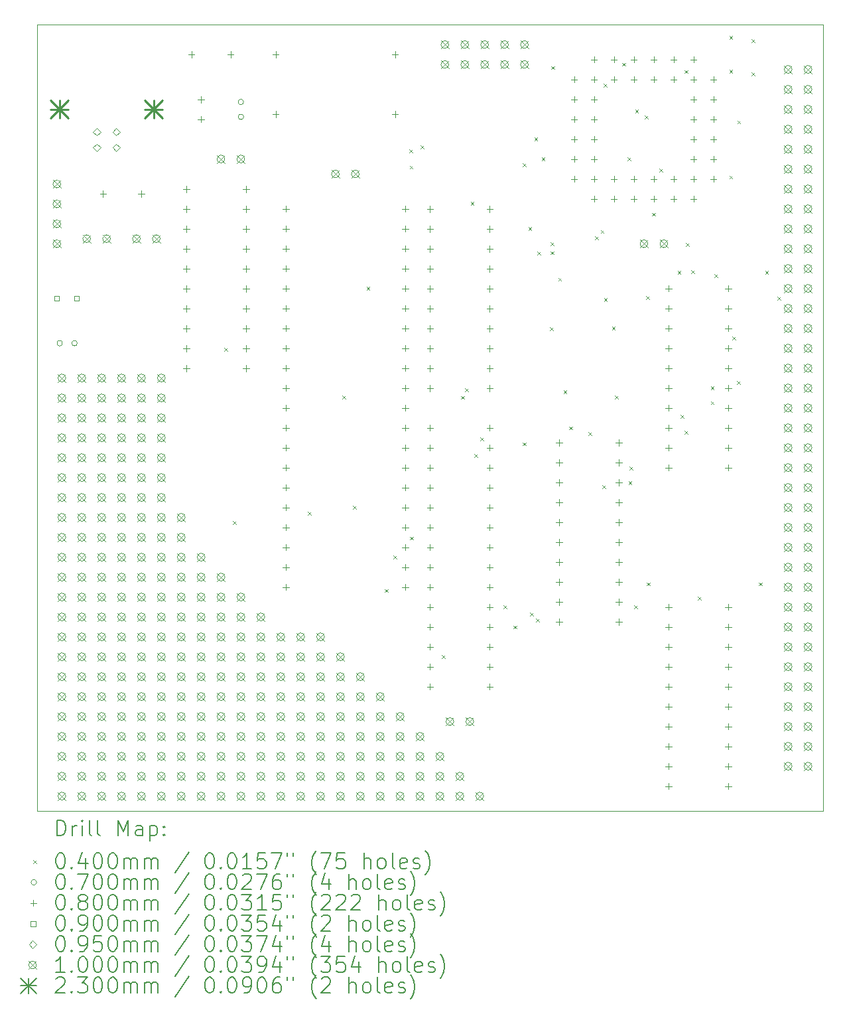
<source format=gbr>
%FSLAX45Y45*%
G04 Gerber Fmt 4.5, Leading zero omitted, Abs format (unit mm)*
G04 Created by KiCad (PCBNEW (6.0.1)) date 2023-05-10 08:42:41*
%MOMM*%
%LPD*%
G01*
G04 APERTURE LIST*
%TA.AperFunction,Profile*%
%ADD10C,0.100000*%
%TD*%
%ADD11C,0.200000*%
%ADD12C,0.040000*%
%ADD13C,0.070000*%
%ADD14C,0.080000*%
%ADD15C,0.090000*%
%ADD16C,0.095000*%
%ADD17C,0.100000*%
%ADD18C,0.230000*%
G04 APERTURE END LIST*
D10*
X1651000Y-11430000D02*
X1651000Y-1397000D01*
X11684000Y-1397000D02*
X11684000Y-11430000D01*
X1651000Y-1397000D02*
X11684000Y-1397000D01*
X11684000Y-11430000D02*
X1651000Y-11430000D01*
D11*
D12*
X4043220Y-5517840D02*
X4083220Y-5557840D01*
X4083220Y-5517840D02*
X4043220Y-5557840D01*
X4150300Y-7730720D02*
X4190300Y-7770720D01*
X4190300Y-7730720D02*
X4150300Y-7770720D01*
X5109720Y-7611540D02*
X5149720Y-7651540D01*
X5149720Y-7611540D02*
X5109720Y-7651540D01*
X5549440Y-6133100D02*
X5589440Y-6173100D01*
X5589440Y-6133100D02*
X5549440Y-6173100D01*
X5688090Y-7537500D02*
X5728090Y-7577500D01*
X5728090Y-7537500D02*
X5688090Y-7577500D01*
X5858270Y-4743500D02*
X5898270Y-4783500D01*
X5898270Y-4743500D02*
X5858270Y-4783500D01*
X6088490Y-8599010D02*
X6128490Y-8639010D01*
X6128490Y-8599010D02*
X6088490Y-8639010D01*
X6200880Y-8168090D02*
X6240880Y-8208090D01*
X6240880Y-8168090D02*
X6200880Y-8208090D01*
X6407520Y-2986170D02*
X6447520Y-3026170D01*
X6447520Y-2986170D02*
X6407520Y-3026170D01*
X6408010Y-3195990D02*
X6448010Y-3235990D01*
X6448010Y-3195990D02*
X6408010Y-3235990D01*
X6415100Y-7930270D02*
X6455100Y-7970270D01*
X6455100Y-7930270D02*
X6415100Y-7970270D01*
X6547550Y-2941160D02*
X6587550Y-2981160D01*
X6587550Y-2941160D02*
X6547550Y-2981160D01*
X6819660Y-9441090D02*
X6859660Y-9481090D01*
X6859660Y-9441090D02*
X6819660Y-9481090D01*
X7065750Y-6133420D02*
X7105750Y-6173420D01*
X7105750Y-6133420D02*
X7065750Y-6173420D01*
X7115490Y-6039260D02*
X7155490Y-6079260D01*
X7155490Y-6039260D02*
X7115490Y-6079260D01*
X7186900Y-3657390D02*
X7226900Y-3697390D01*
X7226900Y-3657390D02*
X7186900Y-3697390D01*
X7234010Y-6876550D02*
X7274010Y-6916550D01*
X7274010Y-6876550D02*
X7234010Y-6916550D01*
X7308720Y-6662980D02*
X7348720Y-6702980D01*
X7348720Y-6662980D02*
X7308720Y-6702980D01*
X7608630Y-8804230D02*
X7648630Y-8844230D01*
X7648630Y-8804230D02*
X7608630Y-8844230D01*
X7732960Y-9064850D02*
X7772960Y-9104850D01*
X7772960Y-9064850D02*
X7732960Y-9104850D01*
X7852270Y-3167130D02*
X7892270Y-3207130D01*
X7892270Y-3167130D02*
X7852270Y-3207130D01*
X7852270Y-6727780D02*
X7892270Y-6767780D01*
X7892270Y-6727780D02*
X7852270Y-6767780D01*
X7925120Y-3982000D02*
X7965120Y-4022000D01*
X7965120Y-3982000D02*
X7925120Y-4022000D01*
X7946890Y-8898740D02*
X7986890Y-8938740D01*
X7986890Y-8898740D02*
X7946890Y-8938740D01*
X8000890Y-2837500D02*
X8040890Y-2877500D01*
X8040890Y-2837500D02*
X8000890Y-2877500D01*
X8020670Y-8973510D02*
X8060670Y-9013510D01*
X8060670Y-8973510D02*
X8020670Y-9013510D01*
X8036780Y-4290810D02*
X8076780Y-4330810D01*
X8076780Y-4290810D02*
X8036780Y-4330810D01*
X8093690Y-3091500D02*
X8133690Y-3131500D01*
X8133690Y-3091500D02*
X8093690Y-3131500D01*
X8198720Y-5260100D02*
X8238720Y-5300100D01*
X8238720Y-5260100D02*
X8198720Y-5300100D01*
X8205340Y-4289540D02*
X8245340Y-4329540D01*
X8245340Y-4289540D02*
X8205340Y-4329540D01*
X8206610Y-4173570D02*
X8246610Y-4213570D01*
X8246610Y-4173570D02*
X8206610Y-4213570D01*
X8214610Y-1926860D02*
X8254610Y-1966860D01*
X8254610Y-1926860D02*
X8214610Y-1966860D01*
X8304620Y-4626760D02*
X8344620Y-4666760D01*
X8344620Y-4626760D02*
X8304620Y-4666760D01*
X8373890Y-6060910D02*
X8413890Y-6100910D01*
X8413890Y-6060910D02*
X8373890Y-6100910D01*
X8447310Y-6523120D02*
X8487310Y-6563120D01*
X8487310Y-6523120D02*
X8447310Y-6563120D01*
X8687900Y-6596540D02*
X8727900Y-6636540D01*
X8727900Y-6596540D02*
X8687900Y-6636540D01*
X8774210Y-4101060D02*
X8814210Y-4141060D01*
X8814210Y-4101060D02*
X8774210Y-4141060D01*
X8847660Y-4016580D02*
X8887660Y-4056580D01*
X8887660Y-4016580D02*
X8847660Y-4056580D01*
X8871490Y-7274440D02*
X8911490Y-7314440D01*
X8911490Y-7274440D02*
X8871490Y-7314440D01*
X8887260Y-2152000D02*
X8927260Y-2192000D01*
X8927260Y-2152000D02*
X8887260Y-2192000D01*
X8889240Y-4884850D02*
X8929240Y-4924850D01*
X8929240Y-4884850D02*
X8889240Y-4924850D01*
X8991510Y-5251370D02*
X9031510Y-5291370D01*
X9031510Y-5251370D02*
X8991510Y-5291370D01*
X9029580Y-6129020D02*
X9069580Y-6169020D01*
X9069580Y-6129020D02*
X9029580Y-6169020D01*
X9124000Y-1885000D02*
X9164000Y-1925000D01*
X9164000Y-1885000D02*
X9124000Y-1925000D01*
X9187520Y-3091500D02*
X9227520Y-3131500D01*
X9227520Y-3091500D02*
X9187520Y-3131500D01*
X9201820Y-7219360D02*
X9241820Y-7259360D01*
X9241820Y-7219360D02*
X9201820Y-7259360D01*
X9214760Y-7033160D02*
X9254760Y-7073160D01*
X9254760Y-7033160D02*
X9214760Y-7073160D01*
X9272130Y-8804250D02*
X9312130Y-8844250D01*
X9312130Y-8804250D02*
X9272130Y-8844250D01*
X9287200Y-2482920D02*
X9327200Y-2522920D01*
X9327200Y-2482920D02*
X9287200Y-2522920D01*
X9413310Y-2556810D02*
X9453310Y-2596810D01*
X9453310Y-2556810D02*
X9413310Y-2596810D01*
X9425040Y-4860830D02*
X9465040Y-4900830D01*
X9465040Y-4860830D02*
X9425040Y-4900830D01*
X9438320Y-8513580D02*
X9478320Y-8553580D01*
X9478320Y-8513580D02*
X9438320Y-8553580D01*
X9500560Y-3797070D02*
X9540560Y-3837070D01*
X9540560Y-3797070D02*
X9500560Y-3837070D01*
X9594950Y-3233070D02*
X9634950Y-3273070D01*
X9634950Y-3233070D02*
X9594950Y-3273070D01*
X9829030Y-4538540D02*
X9869030Y-4578540D01*
X9869030Y-4538540D02*
X9829030Y-4578540D01*
X9866660Y-6372610D02*
X9906660Y-6412610D01*
X9906660Y-6372610D02*
X9866660Y-6412610D01*
X9916670Y-6577650D02*
X9956670Y-6617650D01*
X9956670Y-6577650D02*
X9916670Y-6617650D01*
X9918930Y-1978290D02*
X9958930Y-2018290D01*
X9958930Y-1978290D02*
X9918930Y-2018290D01*
X9932780Y-4184710D02*
X9972780Y-4224710D01*
X9972780Y-4184710D02*
X9932780Y-4224710D01*
X10003900Y-4528110D02*
X10043900Y-4568110D01*
X10043900Y-4528110D02*
X10003900Y-4568110D01*
X10089500Y-8693980D02*
X10129500Y-8733980D01*
X10129500Y-8693980D02*
X10089500Y-8733980D01*
X10252000Y-6012500D02*
X10292000Y-6052500D01*
X10292000Y-6012500D02*
X10252000Y-6052500D01*
X10252000Y-6203080D02*
X10292000Y-6243080D01*
X10292000Y-6203080D02*
X10252000Y-6243080D01*
X10300700Y-4580620D02*
X10340700Y-4620620D01*
X10340700Y-4580620D02*
X10300700Y-4620620D01*
X10489700Y-1539830D02*
X10529700Y-1579830D01*
X10529700Y-1539830D02*
X10489700Y-1579830D01*
X10489700Y-1973830D02*
X10529700Y-2013830D01*
X10529700Y-1973830D02*
X10489700Y-2013830D01*
X10490600Y-3323720D02*
X10530600Y-3363720D01*
X10530600Y-3323720D02*
X10490600Y-3363720D01*
X10528200Y-5377500D02*
X10568200Y-5417500D01*
X10568200Y-5377500D02*
X10528200Y-5417500D01*
X10588400Y-5945130D02*
X10628400Y-5985130D01*
X10628400Y-5945130D02*
X10588400Y-5985130D01*
X10591800Y-2620640D02*
X10631800Y-2660640D01*
X10631800Y-2620640D02*
X10591800Y-2660640D01*
X10771000Y-1584580D02*
X10811000Y-1624580D01*
X10811000Y-1584580D02*
X10771000Y-1624580D01*
X10771000Y-2009320D02*
X10811000Y-2049320D01*
X10811000Y-2009320D02*
X10771000Y-2049320D01*
X10866800Y-8513580D02*
X10906800Y-8553580D01*
X10906800Y-8513580D02*
X10866800Y-8553580D01*
X10946800Y-4541290D02*
X10986800Y-4581290D01*
X10986800Y-4541290D02*
X10946800Y-4581290D01*
X11100800Y-4869130D02*
X11140800Y-4909130D01*
X11140800Y-4869130D02*
X11100800Y-4909130D01*
D13*
X1976500Y-5461000D02*
G75*
G03*
X1976500Y-5461000I-35000J0D01*
G01*
X2166500Y-5461000D02*
G75*
G03*
X2166500Y-5461000I-35000J0D01*
G01*
X4289500Y-2383490D02*
G75*
G03*
X4289500Y-2383490I-35000J0D01*
G01*
X4289500Y-2573490D02*
G75*
G03*
X4289500Y-2573490I-35000J0D01*
G01*
D14*
X2494000Y-3516000D02*
X2494000Y-3596000D01*
X2454000Y-3556000D02*
X2534000Y-3556000D01*
X2984000Y-3516000D02*
X2984000Y-3596000D01*
X2944000Y-3556000D02*
X3024000Y-3556000D01*
X3558000Y-3454000D02*
X3558000Y-3534000D01*
X3518000Y-3494000D02*
X3598000Y-3494000D01*
X3558000Y-3708000D02*
X3558000Y-3788000D01*
X3518000Y-3748000D02*
X3598000Y-3748000D01*
X3558000Y-3962000D02*
X3558000Y-4042000D01*
X3518000Y-4002000D02*
X3598000Y-4002000D01*
X3558000Y-4216000D02*
X3558000Y-4296000D01*
X3518000Y-4256000D02*
X3598000Y-4256000D01*
X3558000Y-4470000D02*
X3558000Y-4550000D01*
X3518000Y-4510000D02*
X3598000Y-4510000D01*
X3558000Y-4724000D02*
X3558000Y-4804000D01*
X3518000Y-4764000D02*
X3598000Y-4764000D01*
X3558000Y-4978000D02*
X3558000Y-5058000D01*
X3518000Y-5018000D02*
X3598000Y-5018000D01*
X3558000Y-5232000D02*
X3558000Y-5312000D01*
X3518000Y-5272000D02*
X3598000Y-5272000D01*
X3558000Y-5486000D02*
X3558000Y-5566000D01*
X3518000Y-5526000D02*
X3598000Y-5526000D01*
X3558000Y-5740000D02*
X3558000Y-5820000D01*
X3518000Y-5780000D02*
X3598000Y-5780000D01*
X3623500Y-1738000D02*
X3623500Y-1818000D01*
X3583500Y-1778000D02*
X3663500Y-1778000D01*
X3746500Y-2313500D02*
X3746500Y-2393500D01*
X3706500Y-2353500D02*
X3786500Y-2353500D01*
X3746500Y-2563500D02*
X3746500Y-2643500D01*
X3706500Y-2603500D02*
X3786500Y-2603500D01*
X4123500Y-1738000D02*
X4123500Y-1818000D01*
X4083500Y-1778000D02*
X4163500Y-1778000D01*
X4320000Y-3454000D02*
X4320000Y-3534000D01*
X4280000Y-3494000D02*
X4360000Y-3494000D01*
X4320000Y-3708000D02*
X4320000Y-3788000D01*
X4280000Y-3748000D02*
X4360000Y-3748000D01*
X4320000Y-3962000D02*
X4320000Y-4042000D01*
X4280000Y-4002000D02*
X4360000Y-4002000D01*
X4320000Y-4216000D02*
X4320000Y-4296000D01*
X4280000Y-4256000D02*
X4360000Y-4256000D01*
X4320000Y-4470000D02*
X4320000Y-4550000D01*
X4280000Y-4510000D02*
X4360000Y-4510000D01*
X4320000Y-4724000D02*
X4320000Y-4804000D01*
X4280000Y-4764000D02*
X4360000Y-4764000D01*
X4320000Y-4978000D02*
X4320000Y-5058000D01*
X4280000Y-5018000D02*
X4360000Y-5018000D01*
X4320000Y-5232000D02*
X4320000Y-5312000D01*
X4280000Y-5272000D02*
X4360000Y-5272000D01*
X4320000Y-5486000D02*
X4320000Y-5566000D01*
X4280000Y-5526000D02*
X4360000Y-5526000D01*
X4320000Y-5740000D02*
X4320000Y-5820000D01*
X4280000Y-5780000D02*
X4360000Y-5780000D01*
X4699000Y-1738000D02*
X4699000Y-1818000D01*
X4659000Y-1778000D02*
X4739000Y-1778000D01*
X4699000Y-2500000D02*
X4699000Y-2580000D01*
X4659000Y-2540000D02*
X4739000Y-2540000D01*
X4827000Y-3707500D02*
X4827000Y-3787500D01*
X4787000Y-3747500D02*
X4867000Y-3747500D01*
X4827000Y-3961500D02*
X4827000Y-4041500D01*
X4787000Y-4001500D02*
X4867000Y-4001500D01*
X4827000Y-4215500D02*
X4827000Y-4295500D01*
X4787000Y-4255500D02*
X4867000Y-4255500D01*
X4827000Y-4469500D02*
X4827000Y-4549500D01*
X4787000Y-4509500D02*
X4867000Y-4509500D01*
X4827000Y-4723500D02*
X4827000Y-4803500D01*
X4787000Y-4763500D02*
X4867000Y-4763500D01*
X4827000Y-4977500D02*
X4827000Y-5057500D01*
X4787000Y-5017500D02*
X4867000Y-5017500D01*
X4827000Y-5231500D02*
X4827000Y-5311500D01*
X4787000Y-5271500D02*
X4867000Y-5271500D01*
X4827000Y-5485500D02*
X4827000Y-5565500D01*
X4787000Y-5525500D02*
X4867000Y-5525500D01*
X4827000Y-5739500D02*
X4827000Y-5819500D01*
X4787000Y-5779500D02*
X4867000Y-5779500D01*
X4827000Y-5993500D02*
X4827000Y-6073500D01*
X4787000Y-6033500D02*
X4867000Y-6033500D01*
X4827000Y-6247500D02*
X4827000Y-6327500D01*
X4787000Y-6287500D02*
X4867000Y-6287500D01*
X4827000Y-6501500D02*
X4827000Y-6581500D01*
X4787000Y-6541500D02*
X4867000Y-6541500D01*
X4827000Y-6755500D02*
X4827000Y-6835500D01*
X4787000Y-6795500D02*
X4867000Y-6795500D01*
X4827000Y-7009500D02*
X4827000Y-7089500D01*
X4787000Y-7049500D02*
X4867000Y-7049500D01*
X4827000Y-7263500D02*
X4827000Y-7343500D01*
X4787000Y-7303500D02*
X4867000Y-7303500D01*
X4827000Y-7517500D02*
X4827000Y-7597500D01*
X4787000Y-7557500D02*
X4867000Y-7557500D01*
X4827000Y-7771500D02*
X4827000Y-7851500D01*
X4787000Y-7811500D02*
X4867000Y-7811500D01*
X4827000Y-8025500D02*
X4827000Y-8105500D01*
X4787000Y-8065500D02*
X4867000Y-8065500D01*
X4827000Y-8279500D02*
X4827000Y-8359500D01*
X4787000Y-8319500D02*
X4867000Y-8319500D01*
X4827000Y-8533500D02*
X4827000Y-8613500D01*
X4787000Y-8573500D02*
X4867000Y-8573500D01*
X6223000Y-1738000D02*
X6223000Y-1818000D01*
X6183000Y-1778000D02*
X6263000Y-1778000D01*
X6223000Y-2500000D02*
X6223000Y-2580000D01*
X6183000Y-2540000D02*
X6263000Y-2540000D01*
X6351000Y-3707500D02*
X6351000Y-3787500D01*
X6311000Y-3747500D02*
X6391000Y-3747500D01*
X6351000Y-3961500D02*
X6351000Y-4041500D01*
X6311000Y-4001500D02*
X6391000Y-4001500D01*
X6351000Y-4215500D02*
X6351000Y-4295500D01*
X6311000Y-4255500D02*
X6391000Y-4255500D01*
X6351000Y-4469500D02*
X6351000Y-4549500D01*
X6311000Y-4509500D02*
X6391000Y-4509500D01*
X6351000Y-4723500D02*
X6351000Y-4803500D01*
X6311000Y-4763500D02*
X6391000Y-4763500D01*
X6351000Y-4977500D02*
X6351000Y-5057500D01*
X6311000Y-5017500D02*
X6391000Y-5017500D01*
X6351000Y-5231500D02*
X6351000Y-5311500D01*
X6311000Y-5271500D02*
X6391000Y-5271500D01*
X6351000Y-5485500D02*
X6351000Y-5565500D01*
X6311000Y-5525500D02*
X6391000Y-5525500D01*
X6351000Y-5739500D02*
X6351000Y-5819500D01*
X6311000Y-5779500D02*
X6391000Y-5779500D01*
X6351000Y-5993500D02*
X6351000Y-6073500D01*
X6311000Y-6033500D02*
X6391000Y-6033500D01*
X6351000Y-6247500D02*
X6351000Y-6327500D01*
X6311000Y-6287500D02*
X6391000Y-6287500D01*
X6351000Y-6501500D02*
X6351000Y-6581500D01*
X6311000Y-6541500D02*
X6391000Y-6541500D01*
X6351000Y-6755500D02*
X6351000Y-6835500D01*
X6311000Y-6795500D02*
X6391000Y-6795500D01*
X6351000Y-7009500D02*
X6351000Y-7089500D01*
X6311000Y-7049500D02*
X6391000Y-7049500D01*
X6351000Y-7263500D02*
X6351000Y-7343500D01*
X6311000Y-7303500D02*
X6391000Y-7303500D01*
X6351000Y-7517500D02*
X6351000Y-7597500D01*
X6311000Y-7557500D02*
X6391000Y-7557500D01*
X6351000Y-7771500D02*
X6351000Y-7851500D01*
X6311000Y-7811500D02*
X6391000Y-7811500D01*
X6351000Y-8025500D02*
X6351000Y-8105500D01*
X6311000Y-8065500D02*
X6391000Y-8065500D01*
X6351000Y-8279500D02*
X6351000Y-8359500D01*
X6311000Y-8319500D02*
X6391000Y-8319500D01*
X6351000Y-8533500D02*
X6351000Y-8613500D01*
X6311000Y-8573500D02*
X6391000Y-8573500D01*
X6668500Y-6501500D02*
X6668500Y-6581500D01*
X6628500Y-6541500D02*
X6708500Y-6541500D01*
X6668500Y-6755500D02*
X6668500Y-6835500D01*
X6628500Y-6795500D02*
X6708500Y-6795500D01*
X6668500Y-7009500D02*
X6668500Y-7089500D01*
X6628500Y-7049500D02*
X6708500Y-7049500D01*
X6668500Y-7263500D02*
X6668500Y-7343500D01*
X6628500Y-7303500D02*
X6708500Y-7303500D01*
X6668500Y-7517500D02*
X6668500Y-7597500D01*
X6628500Y-7557500D02*
X6708500Y-7557500D01*
X6668500Y-7771500D02*
X6668500Y-7851500D01*
X6628500Y-7811500D02*
X6708500Y-7811500D01*
X6668500Y-8025500D02*
X6668500Y-8105500D01*
X6628500Y-8065500D02*
X6708500Y-8065500D01*
X6668500Y-8279500D02*
X6668500Y-8359500D01*
X6628500Y-8319500D02*
X6708500Y-8319500D01*
X6668500Y-8533500D02*
X6668500Y-8613500D01*
X6628500Y-8573500D02*
X6708500Y-8573500D01*
X6668500Y-8787500D02*
X6668500Y-8867500D01*
X6628500Y-8827500D02*
X6708500Y-8827500D01*
X6668500Y-9041500D02*
X6668500Y-9121500D01*
X6628500Y-9081500D02*
X6708500Y-9081500D01*
X6668500Y-9295500D02*
X6668500Y-9375500D01*
X6628500Y-9335500D02*
X6708500Y-9335500D01*
X6668500Y-9549500D02*
X6668500Y-9629500D01*
X6628500Y-9589500D02*
X6708500Y-9589500D01*
X6668500Y-9803500D02*
X6668500Y-9883500D01*
X6628500Y-9843500D02*
X6708500Y-9843500D01*
X6669500Y-3708000D02*
X6669500Y-3788000D01*
X6629500Y-3748000D02*
X6709500Y-3748000D01*
X6669500Y-3962000D02*
X6669500Y-4042000D01*
X6629500Y-4002000D02*
X6709500Y-4002000D01*
X6669500Y-4216000D02*
X6669500Y-4296000D01*
X6629500Y-4256000D02*
X6709500Y-4256000D01*
X6669500Y-4470000D02*
X6669500Y-4550000D01*
X6629500Y-4510000D02*
X6709500Y-4510000D01*
X6669500Y-4724000D02*
X6669500Y-4804000D01*
X6629500Y-4764000D02*
X6709500Y-4764000D01*
X6669500Y-4978000D02*
X6669500Y-5058000D01*
X6629500Y-5018000D02*
X6709500Y-5018000D01*
X6669500Y-5232000D02*
X6669500Y-5312000D01*
X6629500Y-5272000D02*
X6709500Y-5272000D01*
X6669500Y-5486000D02*
X6669500Y-5566000D01*
X6629500Y-5526000D02*
X6709500Y-5526000D01*
X6669500Y-5740000D02*
X6669500Y-5820000D01*
X6629500Y-5780000D02*
X6709500Y-5780000D01*
X6669500Y-5994000D02*
X6669500Y-6074000D01*
X6629500Y-6034000D02*
X6709500Y-6034000D01*
X7430500Y-6501500D02*
X7430500Y-6581500D01*
X7390500Y-6541500D02*
X7470500Y-6541500D01*
X7430500Y-6755500D02*
X7430500Y-6835500D01*
X7390500Y-6795500D02*
X7470500Y-6795500D01*
X7430500Y-7009500D02*
X7430500Y-7089500D01*
X7390500Y-7049500D02*
X7470500Y-7049500D01*
X7430500Y-7263500D02*
X7430500Y-7343500D01*
X7390500Y-7303500D02*
X7470500Y-7303500D01*
X7430500Y-7517500D02*
X7430500Y-7597500D01*
X7390500Y-7557500D02*
X7470500Y-7557500D01*
X7430500Y-7771500D02*
X7430500Y-7851500D01*
X7390500Y-7811500D02*
X7470500Y-7811500D01*
X7430500Y-8025500D02*
X7430500Y-8105500D01*
X7390500Y-8065500D02*
X7470500Y-8065500D01*
X7430500Y-8279500D02*
X7430500Y-8359500D01*
X7390500Y-8319500D02*
X7470500Y-8319500D01*
X7430500Y-8533500D02*
X7430500Y-8613500D01*
X7390500Y-8573500D02*
X7470500Y-8573500D01*
X7430500Y-8787500D02*
X7430500Y-8867500D01*
X7390500Y-8827500D02*
X7470500Y-8827500D01*
X7430500Y-9041500D02*
X7430500Y-9121500D01*
X7390500Y-9081500D02*
X7470500Y-9081500D01*
X7430500Y-9295500D02*
X7430500Y-9375500D01*
X7390500Y-9335500D02*
X7470500Y-9335500D01*
X7430500Y-9549500D02*
X7430500Y-9629500D01*
X7390500Y-9589500D02*
X7470500Y-9589500D01*
X7430500Y-9803500D02*
X7430500Y-9883500D01*
X7390500Y-9843500D02*
X7470500Y-9843500D01*
X7431500Y-3708000D02*
X7431500Y-3788000D01*
X7391500Y-3748000D02*
X7471500Y-3748000D01*
X7431500Y-3962000D02*
X7431500Y-4042000D01*
X7391500Y-4002000D02*
X7471500Y-4002000D01*
X7431500Y-4216000D02*
X7431500Y-4296000D01*
X7391500Y-4256000D02*
X7471500Y-4256000D01*
X7431500Y-4470000D02*
X7431500Y-4550000D01*
X7391500Y-4510000D02*
X7471500Y-4510000D01*
X7431500Y-4724000D02*
X7431500Y-4804000D01*
X7391500Y-4764000D02*
X7471500Y-4764000D01*
X7431500Y-4978000D02*
X7431500Y-5058000D01*
X7391500Y-5018000D02*
X7471500Y-5018000D01*
X7431500Y-5232000D02*
X7431500Y-5312000D01*
X7391500Y-5272000D02*
X7471500Y-5272000D01*
X7431500Y-5486000D02*
X7431500Y-5566000D01*
X7391500Y-5526000D02*
X7471500Y-5526000D01*
X7431500Y-5740000D02*
X7431500Y-5820000D01*
X7391500Y-5780000D02*
X7471500Y-5780000D01*
X7431500Y-5994000D02*
X7431500Y-6074000D01*
X7391500Y-6034000D02*
X7471500Y-6034000D01*
X8317500Y-6690500D02*
X8317500Y-6770500D01*
X8277500Y-6730500D02*
X8357500Y-6730500D01*
X8317500Y-6944500D02*
X8317500Y-7024500D01*
X8277500Y-6984500D02*
X8357500Y-6984500D01*
X8317500Y-7198500D02*
X8317500Y-7278500D01*
X8277500Y-7238500D02*
X8357500Y-7238500D01*
X8317500Y-7452500D02*
X8317500Y-7532500D01*
X8277500Y-7492500D02*
X8357500Y-7492500D01*
X8317500Y-7706500D02*
X8317500Y-7786500D01*
X8277500Y-7746500D02*
X8357500Y-7746500D01*
X8317500Y-7960500D02*
X8317500Y-8040500D01*
X8277500Y-8000500D02*
X8357500Y-8000500D01*
X8317500Y-8214500D02*
X8317500Y-8294500D01*
X8277500Y-8254500D02*
X8357500Y-8254500D01*
X8317500Y-8468500D02*
X8317500Y-8548500D01*
X8277500Y-8508500D02*
X8357500Y-8508500D01*
X8317500Y-8722500D02*
X8317500Y-8802500D01*
X8277500Y-8762500D02*
X8357500Y-8762500D01*
X8317500Y-8976500D02*
X8317500Y-9056500D01*
X8277500Y-9016500D02*
X8357500Y-9016500D01*
X8509000Y-2055500D02*
X8509000Y-2135500D01*
X8469000Y-2095500D02*
X8549000Y-2095500D01*
X8509000Y-2309500D02*
X8509000Y-2389500D01*
X8469000Y-2349500D02*
X8549000Y-2349500D01*
X8509000Y-2563500D02*
X8509000Y-2643500D01*
X8469000Y-2603500D02*
X8549000Y-2603500D01*
X8509000Y-2817500D02*
X8509000Y-2897500D01*
X8469000Y-2857500D02*
X8549000Y-2857500D01*
X8509000Y-3071500D02*
X8509000Y-3151500D01*
X8469000Y-3111500D02*
X8549000Y-3111500D01*
X8509000Y-3325500D02*
X8509000Y-3405500D01*
X8469000Y-3365500D02*
X8549000Y-3365500D01*
X8763000Y-1801500D02*
X8763000Y-1881500D01*
X8723000Y-1841500D02*
X8803000Y-1841500D01*
X8763000Y-2055500D02*
X8763000Y-2135500D01*
X8723000Y-2095500D02*
X8803000Y-2095500D01*
X8763000Y-2309500D02*
X8763000Y-2389500D01*
X8723000Y-2349500D02*
X8803000Y-2349500D01*
X8763000Y-2563500D02*
X8763000Y-2643500D01*
X8723000Y-2603500D02*
X8803000Y-2603500D01*
X8763000Y-2817500D02*
X8763000Y-2897500D01*
X8723000Y-2857500D02*
X8803000Y-2857500D01*
X8763000Y-3071500D02*
X8763000Y-3151500D01*
X8723000Y-3111500D02*
X8803000Y-3111500D01*
X8763000Y-3325500D02*
X8763000Y-3405500D01*
X8723000Y-3365500D02*
X8803000Y-3365500D01*
X8763000Y-3579500D02*
X8763000Y-3659500D01*
X8723000Y-3619500D02*
X8803000Y-3619500D01*
X9017000Y-1801500D02*
X9017000Y-1881500D01*
X8977000Y-1841500D02*
X9057000Y-1841500D01*
X9017000Y-2055500D02*
X9017000Y-2135500D01*
X8977000Y-2095500D02*
X9057000Y-2095500D01*
X9017000Y-3325500D02*
X9017000Y-3405500D01*
X8977000Y-3365500D02*
X9057000Y-3365500D01*
X9017000Y-3579500D02*
X9017000Y-3659500D01*
X8977000Y-3619500D02*
X9057000Y-3619500D01*
X9079500Y-6690500D02*
X9079500Y-6770500D01*
X9039500Y-6730500D02*
X9119500Y-6730500D01*
X9079500Y-6944500D02*
X9079500Y-7024500D01*
X9039500Y-6984500D02*
X9119500Y-6984500D01*
X9079500Y-7198500D02*
X9079500Y-7278500D01*
X9039500Y-7238500D02*
X9119500Y-7238500D01*
X9079500Y-7452500D02*
X9079500Y-7532500D01*
X9039500Y-7492500D02*
X9119500Y-7492500D01*
X9079500Y-7706500D02*
X9079500Y-7786500D01*
X9039500Y-7746500D02*
X9119500Y-7746500D01*
X9079500Y-7960500D02*
X9079500Y-8040500D01*
X9039500Y-8000500D02*
X9119500Y-8000500D01*
X9079500Y-8214500D02*
X9079500Y-8294500D01*
X9039500Y-8254500D02*
X9119500Y-8254500D01*
X9079500Y-8468500D02*
X9079500Y-8548500D01*
X9039500Y-8508500D02*
X9119500Y-8508500D01*
X9079500Y-8722500D02*
X9079500Y-8802500D01*
X9039500Y-8762500D02*
X9119500Y-8762500D01*
X9079500Y-8976500D02*
X9079500Y-9056500D01*
X9039500Y-9016500D02*
X9119500Y-9016500D01*
X9271000Y-1801500D02*
X9271000Y-1881500D01*
X9231000Y-1841500D02*
X9311000Y-1841500D01*
X9271000Y-2055500D02*
X9271000Y-2135500D01*
X9231000Y-2095500D02*
X9311000Y-2095500D01*
X9271000Y-3325500D02*
X9271000Y-3405500D01*
X9231000Y-3365500D02*
X9311000Y-3365500D01*
X9271000Y-3579500D02*
X9271000Y-3659500D01*
X9231000Y-3619500D02*
X9311000Y-3619500D01*
X9525000Y-1801500D02*
X9525000Y-1881500D01*
X9485000Y-1841500D02*
X9565000Y-1841500D01*
X9525000Y-2055500D02*
X9525000Y-2135500D01*
X9485000Y-2095500D02*
X9565000Y-2095500D01*
X9525000Y-3325500D02*
X9525000Y-3405500D01*
X9485000Y-3365500D02*
X9565000Y-3365500D01*
X9525000Y-3579500D02*
X9525000Y-3659500D01*
X9485000Y-3619500D02*
X9565000Y-3619500D01*
X9714500Y-4722500D02*
X9714500Y-4802500D01*
X9674500Y-4762500D02*
X9754500Y-4762500D01*
X9714500Y-4976500D02*
X9714500Y-5056500D01*
X9674500Y-5016500D02*
X9754500Y-5016500D01*
X9714500Y-5230500D02*
X9714500Y-5310500D01*
X9674500Y-5270500D02*
X9754500Y-5270500D01*
X9714500Y-5484500D02*
X9714500Y-5564500D01*
X9674500Y-5524500D02*
X9754500Y-5524500D01*
X9714500Y-5738500D02*
X9714500Y-5818500D01*
X9674500Y-5778500D02*
X9754500Y-5778500D01*
X9714500Y-5992500D02*
X9714500Y-6072500D01*
X9674500Y-6032500D02*
X9754500Y-6032500D01*
X9714500Y-6246500D02*
X9714500Y-6326500D01*
X9674500Y-6286500D02*
X9754500Y-6286500D01*
X9714500Y-6500500D02*
X9714500Y-6580500D01*
X9674500Y-6540500D02*
X9754500Y-6540500D01*
X9714500Y-6754500D02*
X9714500Y-6834500D01*
X9674500Y-6794500D02*
X9754500Y-6794500D01*
X9714500Y-7008500D02*
X9714500Y-7088500D01*
X9674500Y-7048500D02*
X9754500Y-7048500D01*
X9715500Y-8786500D02*
X9715500Y-8866500D01*
X9675500Y-8826500D02*
X9755500Y-8826500D01*
X9715500Y-9040500D02*
X9715500Y-9120500D01*
X9675500Y-9080500D02*
X9755500Y-9080500D01*
X9715500Y-9294500D02*
X9715500Y-9374500D01*
X9675500Y-9334500D02*
X9755500Y-9334500D01*
X9715500Y-9548500D02*
X9715500Y-9628500D01*
X9675500Y-9588500D02*
X9755500Y-9588500D01*
X9715500Y-9802500D02*
X9715500Y-9882500D01*
X9675500Y-9842500D02*
X9755500Y-9842500D01*
X9715500Y-10056500D02*
X9715500Y-10136500D01*
X9675500Y-10096500D02*
X9755500Y-10096500D01*
X9715500Y-10310500D02*
X9715500Y-10390500D01*
X9675500Y-10350500D02*
X9755500Y-10350500D01*
X9715500Y-10564500D02*
X9715500Y-10644500D01*
X9675500Y-10604500D02*
X9755500Y-10604500D01*
X9715500Y-10818500D02*
X9715500Y-10898500D01*
X9675500Y-10858500D02*
X9755500Y-10858500D01*
X9715500Y-11072500D02*
X9715500Y-11152500D01*
X9675500Y-11112500D02*
X9755500Y-11112500D01*
X9779000Y-1801500D02*
X9779000Y-1881500D01*
X9739000Y-1841500D02*
X9819000Y-1841500D01*
X9779000Y-2055500D02*
X9779000Y-2135500D01*
X9739000Y-2095500D02*
X9819000Y-2095500D01*
X9779000Y-3325500D02*
X9779000Y-3405500D01*
X9739000Y-3365500D02*
X9819000Y-3365500D01*
X9779000Y-3579500D02*
X9779000Y-3659500D01*
X9739000Y-3619500D02*
X9819000Y-3619500D01*
X10033000Y-1801500D02*
X10033000Y-1881500D01*
X9993000Y-1841500D02*
X10073000Y-1841500D01*
X10033000Y-2055500D02*
X10033000Y-2135500D01*
X9993000Y-2095500D02*
X10073000Y-2095500D01*
X10033000Y-2309500D02*
X10033000Y-2389500D01*
X9993000Y-2349500D02*
X10073000Y-2349500D01*
X10033000Y-2563500D02*
X10033000Y-2643500D01*
X9993000Y-2603500D02*
X10073000Y-2603500D01*
X10033000Y-2817500D02*
X10033000Y-2897500D01*
X9993000Y-2857500D02*
X10073000Y-2857500D01*
X10033000Y-3071500D02*
X10033000Y-3151500D01*
X9993000Y-3111500D02*
X10073000Y-3111500D01*
X10033000Y-3325500D02*
X10033000Y-3405500D01*
X9993000Y-3365500D02*
X10073000Y-3365500D01*
X10033000Y-3579500D02*
X10033000Y-3659500D01*
X9993000Y-3619500D02*
X10073000Y-3619500D01*
X10287000Y-2055500D02*
X10287000Y-2135500D01*
X10247000Y-2095500D02*
X10327000Y-2095500D01*
X10287000Y-2309500D02*
X10287000Y-2389500D01*
X10247000Y-2349500D02*
X10327000Y-2349500D01*
X10287000Y-2563500D02*
X10287000Y-2643500D01*
X10247000Y-2603500D02*
X10327000Y-2603500D01*
X10287000Y-2817500D02*
X10287000Y-2897500D01*
X10247000Y-2857500D02*
X10327000Y-2857500D01*
X10287000Y-3071500D02*
X10287000Y-3151500D01*
X10247000Y-3111500D02*
X10327000Y-3111500D01*
X10287000Y-3325500D02*
X10287000Y-3405500D01*
X10247000Y-3365500D02*
X10327000Y-3365500D01*
X10476500Y-4722500D02*
X10476500Y-4802500D01*
X10436500Y-4762500D02*
X10516500Y-4762500D01*
X10476500Y-4976500D02*
X10476500Y-5056500D01*
X10436500Y-5016500D02*
X10516500Y-5016500D01*
X10476500Y-5230500D02*
X10476500Y-5310500D01*
X10436500Y-5270500D02*
X10516500Y-5270500D01*
X10476500Y-5484500D02*
X10476500Y-5564500D01*
X10436500Y-5524500D02*
X10516500Y-5524500D01*
X10476500Y-5738500D02*
X10476500Y-5818500D01*
X10436500Y-5778500D02*
X10516500Y-5778500D01*
X10476500Y-5992500D02*
X10476500Y-6072500D01*
X10436500Y-6032500D02*
X10516500Y-6032500D01*
X10476500Y-6246500D02*
X10476500Y-6326500D01*
X10436500Y-6286500D02*
X10516500Y-6286500D01*
X10476500Y-6500500D02*
X10476500Y-6580500D01*
X10436500Y-6540500D02*
X10516500Y-6540500D01*
X10476500Y-6754500D02*
X10476500Y-6834500D01*
X10436500Y-6794500D02*
X10516500Y-6794500D01*
X10476500Y-7008500D02*
X10476500Y-7088500D01*
X10436500Y-7048500D02*
X10516500Y-7048500D01*
X10477500Y-8786500D02*
X10477500Y-8866500D01*
X10437500Y-8826500D02*
X10517500Y-8826500D01*
X10477500Y-9040500D02*
X10477500Y-9120500D01*
X10437500Y-9080500D02*
X10517500Y-9080500D01*
X10477500Y-9294500D02*
X10477500Y-9374500D01*
X10437500Y-9334500D02*
X10517500Y-9334500D01*
X10477500Y-9548500D02*
X10477500Y-9628500D01*
X10437500Y-9588500D02*
X10517500Y-9588500D01*
X10477500Y-9802500D02*
X10477500Y-9882500D01*
X10437500Y-9842500D02*
X10517500Y-9842500D01*
X10477500Y-10056500D02*
X10477500Y-10136500D01*
X10437500Y-10096500D02*
X10517500Y-10096500D01*
X10477500Y-10310500D02*
X10477500Y-10390500D01*
X10437500Y-10350500D02*
X10517500Y-10350500D01*
X10477500Y-10564500D02*
X10477500Y-10644500D01*
X10437500Y-10604500D02*
X10517500Y-10604500D01*
X10477500Y-10818500D02*
X10477500Y-10898500D01*
X10437500Y-10858500D02*
X10517500Y-10858500D01*
X10477500Y-11072500D02*
X10477500Y-11152500D01*
X10437500Y-11112500D02*
X10517500Y-11112500D01*
D15*
X1936820Y-4921320D02*
X1936820Y-4857680D01*
X1873180Y-4857680D01*
X1873180Y-4921320D01*
X1936820Y-4921320D01*
X2190820Y-4921320D02*
X2190820Y-4857680D01*
X2127180Y-4857680D01*
X2127180Y-4921320D01*
X2190820Y-4921320D01*
D16*
X2415000Y-2812250D02*
X2462500Y-2764750D01*
X2415000Y-2717250D01*
X2367500Y-2764750D01*
X2415000Y-2812250D01*
X2415000Y-3012250D02*
X2462500Y-2964750D01*
X2415000Y-2917250D01*
X2367500Y-2964750D01*
X2415000Y-3012250D01*
X2665000Y-2812250D02*
X2712500Y-2764750D01*
X2665000Y-2717250D01*
X2617500Y-2764750D01*
X2665000Y-2812250D01*
X2665000Y-3012250D02*
X2712500Y-2964750D01*
X2665000Y-2917250D01*
X2617500Y-2964750D01*
X2665000Y-3012250D01*
D17*
X1855000Y-3380000D02*
X1955000Y-3480000D01*
X1955000Y-3380000D02*
X1855000Y-3480000D01*
X1955000Y-3430000D02*
G75*
G03*
X1955000Y-3430000I-50000J0D01*
G01*
X1855000Y-3634000D02*
X1955000Y-3734000D01*
X1955000Y-3634000D02*
X1855000Y-3734000D01*
X1955000Y-3684000D02*
G75*
G03*
X1955000Y-3684000I-50000J0D01*
G01*
X1855000Y-3888000D02*
X1955000Y-3988000D01*
X1955000Y-3888000D02*
X1855000Y-3988000D01*
X1955000Y-3938000D02*
G75*
G03*
X1955000Y-3938000I-50000J0D01*
G01*
X1855000Y-4142000D02*
X1955000Y-4242000D01*
X1955000Y-4142000D02*
X1855000Y-4242000D01*
X1955000Y-4192000D02*
G75*
G03*
X1955000Y-4192000I-50000J0D01*
G01*
X1918500Y-5855500D02*
X2018500Y-5955500D01*
X2018500Y-5855500D02*
X1918500Y-5955500D01*
X2018500Y-5905500D02*
G75*
G03*
X2018500Y-5905500I-50000J0D01*
G01*
X1918500Y-6109500D02*
X2018500Y-6209500D01*
X2018500Y-6109500D02*
X1918500Y-6209500D01*
X2018500Y-6159500D02*
G75*
G03*
X2018500Y-6159500I-50000J0D01*
G01*
X1918500Y-6363500D02*
X2018500Y-6463500D01*
X2018500Y-6363500D02*
X1918500Y-6463500D01*
X2018500Y-6413500D02*
G75*
G03*
X2018500Y-6413500I-50000J0D01*
G01*
X1918500Y-6617500D02*
X2018500Y-6717500D01*
X2018500Y-6617500D02*
X1918500Y-6717500D01*
X2018500Y-6667500D02*
G75*
G03*
X2018500Y-6667500I-50000J0D01*
G01*
X1918500Y-6871500D02*
X2018500Y-6971500D01*
X2018500Y-6871500D02*
X1918500Y-6971500D01*
X2018500Y-6921500D02*
G75*
G03*
X2018500Y-6921500I-50000J0D01*
G01*
X1918500Y-7125500D02*
X2018500Y-7225500D01*
X2018500Y-7125500D02*
X1918500Y-7225500D01*
X2018500Y-7175500D02*
G75*
G03*
X2018500Y-7175500I-50000J0D01*
G01*
X1918500Y-7379500D02*
X2018500Y-7479500D01*
X2018500Y-7379500D02*
X1918500Y-7479500D01*
X2018500Y-7429500D02*
G75*
G03*
X2018500Y-7429500I-50000J0D01*
G01*
X1918500Y-7633500D02*
X2018500Y-7733500D01*
X2018500Y-7633500D02*
X1918500Y-7733500D01*
X2018500Y-7683500D02*
G75*
G03*
X2018500Y-7683500I-50000J0D01*
G01*
X1918500Y-7887500D02*
X2018500Y-7987500D01*
X2018500Y-7887500D02*
X1918500Y-7987500D01*
X2018500Y-7937500D02*
G75*
G03*
X2018500Y-7937500I-50000J0D01*
G01*
X1918500Y-8141500D02*
X2018500Y-8241500D01*
X2018500Y-8141500D02*
X1918500Y-8241500D01*
X2018500Y-8191500D02*
G75*
G03*
X2018500Y-8191500I-50000J0D01*
G01*
X1918500Y-8395500D02*
X2018500Y-8495500D01*
X2018500Y-8395500D02*
X1918500Y-8495500D01*
X2018500Y-8445500D02*
G75*
G03*
X2018500Y-8445500I-50000J0D01*
G01*
X1918500Y-8649500D02*
X2018500Y-8749500D01*
X2018500Y-8649500D02*
X1918500Y-8749500D01*
X2018500Y-8699500D02*
G75*
G03*
X2018500Y-8699500I-50000J0D01*
G01*
X1918500Y-8903500D02*
X2018500Y-9003500D01*
X2018500Y-8903500D02*
X1918500Y-9003500D01*
X2018500Y-8953500D02*
G75*
G03*
X2018500Y-8953500I-50000J0D01*
G01*
X1918500Y-9157500D02*
X2018500Y-9257500D01*
X2018500Y-9157500D02*
X1918500Y-9257500D01*
X2018500Y-9207500D02*
G75*
G03*
X2018500Y-9207500I-50000J0D01*
G01*
X1918500Y-9411500D02*
X2018500Y-9511500D01*
X2018500Y-9411500D02*
X1918500Y-9511500D01*
X2018500Y-9461500D02*
G75*
G03*
X2018500Y-9461500I-50000J0D01*
G01*
X1918500Y-9665500D02*
X2018500Y-9765500D01*
X2018500Y-9665500D02*
X1918500Y-9765500D01*
X2018500Y-9715500D02*
G75*
G03*
X2018500Y-9715500I-50000J0D01*
G01*
X1918500Y-9919500D02*
X2018500Y-10019500D01*
X2018500Y-9919500D02*
X1918500Y-10019500D01*
X2018500Y-9969500D02*
G75*
G03*
X2018500Y-9969500I-50000J0D01*
G01*
X1918500Y-10173500D02*
X2018500Y-10273500D01*
X2018500Y-10173500D02*
X1918500Y-10273500D01*
X2018500Y-10223500D02*
G75*
G03*
X2018500Y-10223500I-50000J0D01*
G01*
X1918500Y-10427500D02*
X2018500Y-10527500D01*
X2018500Y-10427500D02*
X1918500Y-10527500D01*
X2018500Y-10477500D02*
G75*
G03*
X2018500Y-10477500I-50000J0D01*
G01*
X1918500Y-10681500D02*
X2018500Y-10781500D01*
X2018500Y-10681500D02*
X1918500Y-10781500D01*
X2018500Y-10731500D02*
G75*
G03*
X2018500Y-10731500I-50000J0D01*
G01*
X1918500Y-10935500D02*
X2018500Y-11035500D01*
X2018500Y-10935500D02*
X1918500Y-11035500D01*
X2018500Y-10985500D02*
G75*
G03*
X2018500Y-10985500I-50000J0D01*
G01*
X1918500Y-11189500D02*
X2018500Y-11289500D01*
X2018500Y-11189500D02*
X1918500Y-11289500D01*
X2018500Y-11239500D02*
G75*
G03*
X2018500Y-11239500I-50000J0D01*
G01*
X2172500Y-5855500D02*
X2272500Y-5955500D01*
X2272500Y-5855500D02*
X2172500Y-5955500D01*
X2272500Y-5905500D02*
G75*
G03*
X2272500Y-5905500I-50000J0D01*
G01*
X2172500Y-6109500D02*
X2272500Y-6209500D01*
X2272500Y-6109500D02*
X2172500Y-6209500D01*
X2272500Y-6159500D02*
G75*
G03*
X2272500Y-6159500I-50000J0D01*
G01*
X2172500Y-6363500D02*
X2272500Y-6463500D01*
X2272500Y-6363500D02*
X2172500Y-6463500D01*
X2272500Y-6413500D02*
G75*
G03*
X2272500Y-6413500I-50000J0D01*
G01*
X2172500Y-6617500D02*
X2272500Y-6717500D01*
X2272500Y-6617500D02*
X2172500Y-6717500D01*
X2272500Y-6667500D02*
G75*
G03*
X2272500Y-6667500I-50000J0D01*
G01*
X2172500Y-6871500D02*
X2272500Y-6971500D01*
X2272500Y-6871500D02*
X2172500Y-6971500D01*
X2272500Y-6921500D02*
G75*
G03*
X2272500Y-6921500I-50000J0D01*
G01*
X2172500Y-7125500D02*
X2272500Y-7225500D01*
X2272500Y-7125500D02*
X2172500Y-7225500D01*
X2272500Y-7175500D02*
G75*
G03*
X2272500Y-7175500I-50000J0D01*
G01*
X2172500Y-7379500D02*
X2272500Y-7479500D01*
X2272500Y-7379500D02*
X2172500Y-7479500D01*
X2272500Y-7429500D02*
G75*
G03*
X2272500Y-7429500I-50000J0D01*
G01*
X2172500Y-7633500D02*
X2272500Y-7733500D01*
X2272500Y-7633500D02*
X2172500Y-7733500D01*
X2272500Y-7683500D02*
G75*
G03*
X2272500Y-7683500I-50000J0D01*
G01*
X2172500Y-7887500D02*
X2272500Y-7987500D01*
X2272500Y-7887500D02*
X2172500Y-7987500D01*
X2272500Y-7937500D02*
G75*
G03*
X2272500Y-7937500I-50000J0D01*
G01*
X2172500Y-8141500D02*
X2272500Y-8241500D01*
X2272500Y-8141500D02*
X2172500Y-8241500D01*
X2272500Y-8191500D02*
G75*
G03*
X2272500Y-8191500I-50000J0D01*
G01*
X2172500Y-8395500D02*
X2272500Y-8495500D01*
X2272500Y-8395500D02*
X2172500Y-8495500D01*
X2272500Y-8445500D02*
G75*
G03*
X2272500Y-8445500I-50000J0D01*
G01*
X2172500Y-8649500D02*
X2272500Y-8749500D01*
X2272500Y-8649500D02*
X2172500Y-8749500D01*
X2272500Y-8699500D02*
G75*
G03*
X2272500Y-8699500I-50000J0D01*
G01*
X2172500Y-8903500D02*
X2272500Y-9003500D01*
X2272500Y-8903500D02*
X2172500Y-9003500D01*
X2272500Y-8953500D02*
G75*
G03*
X2272500Y-8953500I-50000J0D01*
G01*
X2172500Y-9157500D02*
X2272500Y-9257500D01*
X2272500Y-9157500D02*
X2172500Y-9257500D01*
X2272500Y-9207500D02*
G75*
G03*
X2272500Y-9207500I-50000J0D01*
G01*
X2172500Y-9411500D02*
X2272500Y-9511500D01*
X2272500Y-9411500D02*
X2172500Y-9511500D01*
X2272500Y-9461500D02*
G75*
G03*
X2272500Y-9461500I-50000J0D01*
G01*
X2172500Y-9665500D02*
X2272500Y-9765500D01*
X2272500Y-9665500D02*
X2172500Y-9765500D01*
X2272500Y-9715500D02*
G75*
G03*
X2272500Y-9715500I-50000J0D01*
G01*
X2172500Y-9919500D02*
X2272500Y-10019500D01*
X2272500Y-9919500D02*
X2172500Y-10019500D01*
X2272500Y-9969500D02*
G75*
G03*
X2272500Y-9969500I-50000J0D01*
G01*
X2172500Y-10173500D02*
X2272500Y-10273500D01*
X2272500Y-10173500D02*
X2172500Y-10273500D01*
X2272500Y-10223500D02*
G75*
G03*
X2272500Y-10223500I-50000J0D01*
G01*
X2172500Y-10427500D02*
X2272500Y-10527500D01*
X2272500Y-10427500D02*
X2172500Y-10527500D01*
X2272500Y-10477500D02*
G75*
G03*
X2272500Y-10477500I-50000J0D01*
G01*
X2172500Y-10681500D02*
X2272500Y-10781500D01*
X2272500Y-10681500D02*
X2172500Y-10781500D01*
X2272500Y-10731500D02*
G75*
G03*
X2272500Y-10731500I-50000J0D01*
G01*
X2172500Y-10935500D02*
X2272500Y-11035500D01*
X2272500Y-10935500D02*
X2172500Y-11035500D01*
X2272500Y-10985500D02*
G75*
G03*
X2272500Y-10985500I-50000J0D01*
G01*
X2172500Y-11189500D02*
X2272500Y-11289500D01*
X2272500Y-11189500D02*
X2172500Y-11289500D01*
X2272500Y-11239500D02*
G75*
G03*
X2272500Y-11239500I-50000J0D01*
G01*
X2235500Y-4077500D02*
X2335500Y-4177500D01*
X2335500Y-4077500D02*
X2235500Y-4177500D01*
X2335500Y-4127500D02*
G75*
G03*
X2335500Y-4127500I-50000J0D01*
G01*
X2426500Y-5855500D02*
X2526500Y-5955500D01*
X2526500Y-5855500D02*
X2426500Y-5955500D01*
X2526500Y-5905500D02*
G75*
G03*
X2526500Y-5905500I-50000J0D01*
G01*
X2426500Y-6109500D02*
X2526500Y-6209500D01*
X2526500Y-6109500D02*
X2426500Y-6209500D01*
X2526500Y-6159500D02*
G75*
G03*
X2526500Y-6159500I-50000J0D01*
G01*
X2426500Y-6363500D02*
X2526500Y-6463500D01*
X2526500Y-6363500D02*
X2426500Y-6463500D01*
X2526500Y-6413500D02*
G75*
G03*
X2526500Y-6413500I-50000J0D01*
G01*
X2426500Y-6617500D02*
X2526500Y-6717500D01*
X2526500Y-6617500D02*
X2426500Y-6717500D01*
X2526500Y-6667500D02*
G75*
G03*
X2526500Y-6667500I-50000J0D01*
G01*
X2426500Y-6871500D02*
X2526500Y-6971500D01*
X2526500Y-6871500D02*
X2426500Y-6971500D01*
X2526500Y-6921500D02*
G75*
G03*
X2526500Y-6921500I-50000J0D01*
G01*
X2426500Y-7125500D02*
X2526500Y-7225500D01*
X2526500Y-7125500D02*
X2426500Y-7225500D01*
X2526500Y-7175500D02*
G75*
G03*
X2526500Y-7175500I-50000J0D01*
G01*
X2426500Y-7379500D02*
X2526500Y-7479500D01*
X2526500Y-7379500D02*
X2426500Y-7479500D01*
X2526500Y-7429500D02*
G75*
G03*
X2526500Y-7429500I-50000J0D01*
G01*
X2426500Y-7633500D02*
X2526500Y-7733500D01*
X2526500Y-7633500D02*
X2426500Y-7733500D01*
X2526500Y-7683500D02*
G75*
G03*
X2526500Y-7683500I-50000J0D01*
G01*
X2426500Y-7887500D02*
X2526500Y-7987500D01*
X2526500Y-7887500D02*
X2426500Y-7987500D01*
X2526500Y-7937500D02*
G75*
G03*
X2526500Y-7937500I-50000J0D01*
G01*
X2426500Y-8141500D02*
X2526500Y-8241500D01*
X2526500Y-8141500D02*
X2426500Y-8241500D01*
X2526500Y-8191500D02*
G75*
G03*
X2526500Y-8191500I-50000J0D01*
G01*
X2426500Y-8395500D02*
X2526500Y-8495500D01*
X2526500Y-8395500D02*
X2426500Y-8495500D01*
X2526500Y-8445500D02*
G75*
G03*
X2526500Y-8445500I-50000J0D01*
G01*
X2426500Y-8649500D02*
X2526500Y-8749500D01*
X2526500Y-8649500D02*
X2426500Y-8749500D01*
X2526500Y-8699500D02*
G75*
G03*
X2526500Y-8699500I-50000J0D01*
G01*
X2426500Y-8903500D02*
X2526500Y-9003500D01*
X2526500Y-8903500D02*
X2426500Y-9003500D01*
X2526500Y-8953500D02*
G75*
G03*
X2526500Y-8953500I-50000J0D01*
G01*
X2426500Y-9157500D02*
X2526500Y-9257500D01*
X2526500Y-9157500D02*
X2426500Y-9257500D01*
X2526500Y-9207500D02*
G75*
G03*
X2526500Y-9207500I-50000J0D01*
G01*
X2426500Y-9411500D02*
X2526500Y-9511500D01*
X2526500Y-9411500D02*
X2426500Y-9511500D01*
X2526500Y-9461500D02*
G75*
G03*
X2526500Y-9461500I-50000J0D01*
G01*
X2426500Y-9665500D02*
X2526500Y-9765500D01*
X2526500Y-9665500D02*
X2426500Y-9765500D01*
X2526500Y-9715500D02*
G75*
G03*
X2526500Y-9715500I-50000J0D01*
G01*
X2426500Y-9919500D02*
X2526500Y-10019500D01*
X2526500Y-9919500D02*
X2426500Y-10019500D01*
X2526500Y-9969500D02*
G75*
G03*
X2526500Y-9969500I-50000J0D01*
G01*
X2426500Y-10173500D02*
X2526500Y-10273500D01*
X2526500Y-10173500D02*
X2426500Y-10273500D01*
X2526500Y-10223500D02*
G75*
G03*
X2526500Y-10223500I-50000J0D01*
G01*
X2426500Y-10427500D02*
X2526500Y-10527500D01*
X2526500Y-10427500D02*
X2426500Y-10527500D01*
X2526500Y-10477500D02*
G75*
G03*
X2526500Y-10477500I-50000J0D01*
G01*
X2426500Y-10681500D02*
X2526500Y-10781500D01*
X2526500Y-10681500D02*
X2426500Y-10781500D01*
X2526500Y-10731500D02*
G75*
G03*
X2526500Y-10731500I-50000J0D01*
G01*
X2426500Y-10935500D02*
X2526500Y-11035500D01*
X2526500Y-10935500D02*
X2426500Y-11035500D01*
X2526500Y-10985500D02*
G75*
G03*
X2526500Y-10985500I-50000J0D01*
G01*
X2426500Y-11189500D02*
X2526500Y-11289500D01*
X2526500Y-11189500D02*
X2426500Y-11289500D01*
X2526500Y-11239500D02*
G75*
G03*
X2526500Y-11239500I-50000J0D01*
G01*
X2489500Y-4077500D02*
X2589500Y-4177500D01*
X2589500Y-4077500D02*
X2489500Y-4177500D01*
X2589500Y-4127500D02*
G75*
G03*
X2589500Y-4127500I-50000J0D01*
G01*
X2680500Y-5855500D02*
X2780500Y-5955500D01*
X2780500Y-5855500D02*
X2680500Y-5955500D01*
X2780500Y-5905500D02*
G75*
G03*
X2780500Y-5905500I-50000J0D01*
G01*
X2680500Y-6109500D02*
X2780500Y-6209500D01*
X2780500Y-6109500D02*
X2680500Y-6209500D01*
X2780500Y-6159500D02*
G75*
G03*
X2780500Y-6159500I-50000J0D01*
G01*
X2680500Y-6363500D02*
X2780500Y-6463500D01*
X2780500Y-6363500D02*
X2680500Y-6463500D01*
X2780500Y-6413500D02*
G75*
G03*
X2780500Y-6413500I-50000J0D01*
G01*
X2680500Y-6617500D02*
X2780500Y-6717500D01*
X2780500Y-6617500D02*
X2680500Y-6717500D01*
X2780500Y-6667500D02*
G75*
G03*
X2780500Y-6667500I-50000J0D01*
G01*
X2680500Y-6871500D02*
X2780500Y-6971500D01*
X2780500Y-6871500D02*
X2680500Y-6971500D01*
X2780500Y-6921500D02*
G75*
G03*
X2780500Y-6921500I-50000J0D01*
G01*
X2680500Y-7125500D02*
X2780500Y-7225500D01*
X2780500Y-7125500D02*
X2680500Y-7225500D01*
X2780500Y-7175500D02*
G75*
G03*
X2780500Y-7175500I-50000J0D01*
G01*
X2680500Y-7379500D02*
X2780500Y-7479500D01*
X2780500Y-7379500D02*
X2680500Y-7479500D01*
X2780500Y-7429500D02*
G75*
G03*
X2780500Y-7429500I-50000J0D01*
G01*
X2680500Y-7633500D02*
X2780500Y-7733500D01*
X2780500Y-7633500D02*
X2680500Y-7733500D01*
X2780500Y-7683500D02*
G75*
G03*
X2780500Y-7683500I-50000J0D01*
G01*
X2680500Y-7887500D02*
X2780500Y-7987500D01*
X2780500Y-7887500D02*
X2680500Y-7987500D01*
X2780500Y-7937500D02*
G75*
G03*
X2780500Y-7937500I-50000J0D01*
G01*
X2680500Y-8141500D02*
X2780500Y-8241500D01*
X2780500Y-8141500D02*
X2680500Y-8241500D01*
X2780500Y-8191500D02*
G75*
G03*
X2780500Y-8191500I-50000J0D01*
G01*
X2680500Y-8395500D02*
X2780500Y-8495500D01*
X2780500Y-8395500D02*
X2680500Y-8495500D01*
X2780500Y-8445500D02*
G75*
G03*
X2780500Y-8445500I-50000J0D01*
G01*
X2680500Y-8649500D02*
X2780500Y-8749500D01*
X2780500Y-8649500D02*
X2680500Y-8749500D01*
X2780500Y-8699500D02*
G75*
G03*
X2780500Y-8699500I-50000J0D01*
G01*
X2680500Y-8903500D02*
X2780500Y-9003500D01*
X2780500Y-8903500D02*
X2680500Y-9003500D01*
X2780500Y-8953500D02*
G75*
G03*
X2780500Y-8953500I-50000J0D01*
G01*
X2680500Y-9157500D02*
X2780500Y-9257500D01*
X2780500Y-9157500D02*
X2680500Y-9257500D01*
X2780500Y-9207500D02*
G75*
G03*
X2780500Y-9207500I-50000J0D01*
G01*
X2680500Y-9411500D02*
X2780500Y-9511500D01*
X2780500Y-9411500D02*
X2680500Y-9511500D01*
X2780500Y-9461500D02*
G75*
G03*
X2780500Y-9461500I-50000J0D01*
G01*
X2680500Y-9665500D02*
X2780500Y-9765500D01*
X2780500Y-9665500D02*
X2680500Y-9765500D01*
X2780500Y-9715500D02*
G75*
G03*
X2780500Y-9715500I-50000J0D01*
G01*
X2680500Y-9919500D02*
X2780500Y-10019500D01*
X2780500Y-9919500D02*
X2680500Y-10019500D01*
X2780500Y-9969500D02*
G75*
G03*
X2780500Y-9969500I-50000J0D01*
G01*
X2680500Y-10173500D02*
X2780500Y-10273500D01*
X2780500Y-10173500D02*
X2680500Y-10273500D01*
X2780500Y-10223500D02*
G75*
G03*
X2780500Y-10223500I-50000J0D01*
G01*
X2680500Y-10427500D02*
X2780500Y-10527500D01*
X2780500Y-10427500D02*
X2680500Y-10527500D01*
X2780500Y-10477500D02*
G75*
G03*
X2780500Y-10477500I-50000J0D01*
G01*
X2680500Y-10681500D02*
X2780500Y-10781500D01*
X2780500Y-10681500D02*
X2680500Y-10781500D01*
X2780500Y-10731500D02*
G75*
G03*
X2780500Y-10731500I-50000J0D01*
G01*
X2680500Y-10935500D02*
X2780500Y-11035500D01*
X2780500Y-10935500D02*
X2680500Y-11035500D01*
X2780500Y-10985500D02*
G75*
G03*
X2780500Y-10985500I-50000J0D01*
G01*
X2680500Y-11189500D02*
X2780500Y-11289500D01*
X2780500Y-11189500D02*
X2680500Y-11289500D01*
X2780500Y-11239500D02*
G75*
G03*
X2780500Y-11239500I-50000J0D01*
G01*
X2871000Y-4077500D02*
X2971000Y-4177500D01*
X2971000Y-4077500D02*
X2871000Y-4177500D01*
X2971000Y-4127500D02*
G75*
G03*
X2971000Y-4127500I-50000J0D01*
G01*
X2934500Y-5855500D02*
X3034500Y-5955500D01*
X3034500Y-5855500D02*
X2934500Y-5955500D01*
X3034500Y-5905500D02*
G75*
G03*
X3034500Y-5905500I-50000J0D01*
G01*
X2934500Y-6109500D02*
X3034500Y-6209500D01*
X3034500Y-6109500D02*
X2934500Y-6209500D01*
X3034500Y-6159500D02*
G75*
G03*
X3034500Y-6159500I-50000J0D01*
G01*
X2934500Y-6363500D02*
X3034500Y-6463500D01*
X3034500Y-6363500D02*
X2934500Y-6463500D01*
X3034500Y-6413500D02*
G75*
G03*
X3034500Y-6413500I-50000J0D01*
G01*
X2934500Y-6617500D02*
X3034500Y-6717500D01*
X3034500Y-6617500D02*
X2934500Y-6717500D01*
X3034500Y-6667500D02*
G75*
G03*
X3034500Y-6667500I-50000J0D01*
G01*
X2934500Y-6871500D02*
X3034500Y-6971500D01*
X3034500Y-6871500D02*
X2934500Y-6971500D01*
X3034500Y-6921500D02*
G75*
G03*
X3034500Y-6921500I-50000J0D01*
G01*
X2934500Y-7125500D02*
X3034500Y-7225500D01*
X3034500Y-7125500D02*
X2934500Y-7225500D01*
X3034500Y-7175500D02*
G75*
G03*
X3034500Y-7175500I-50000J0D01*
G01*
X2934500Y-7379500D02*
X3034500Y-7479500D01*
X3034500Y-7379500D02*
X2934500Y-7479500D01*
X3034500Y-7429500D02*
G75*
G03*
X3034500Y-7429500I-50000J0D01*
G01*
X2934500Y-7633500D02*
X3034500Y-7733500D01*
X3034500Y-7633500D02*
X2934500Y-7733500D01*
X3034500Y-7683500D02*
G75*
G03*
X3034500Y-7683500I-50000J0D01*
G01*
X2934500Y-7887500D02*
X3034500Y-7987500D01*
X3034500Y-7887500D02*
X2934500Y-7987500D01*
X3034500Y-7937500D02*
G75*
G03*
X3034500Y-7937500I-50000J0D01*
G01*
X2934500Y-8141500D02*
X3034500Y-8241500D01*
X3034500Y-8141500D02*
X2934500Y-8241500D01*
X3034500Y-8191500D02*
G75*
G03*
X3034500Y-8191500I-50000J0D01*
G01*
X2934500Y-8395500D02*
X3034500Y-8495500D01*
X3034500Y-8395500D02*
X2934500Y-8495500D01*
X3034500Y-8445500D02*
G75*
G03*
X3034500Y-8445500I-50000J0D01*
G01*
X2934500Y-8649500D02*
X3034500Y-8749500D01*
X3034500Y-8649500D02*
X2934500Y-8749500D01*
X3034500Y-8699500D02*
G75*
G03*
X3034500Y-8699500I-50000J0D01*
G01*
X2934500Y-8903500D02*
X3034500Y-9003500D01*
X3034500Y-8903500D02*
X2934500Y-9003500D01*
X3034500Y-8953500D02*
G75*
G03*
X3034500Y-8953500I-50000J0D01*
G01*
X2934500Y-9157500D02*
X3034500Y-9257500D01*
X3034500Y-9157500D02*
X2934500Y-9257500D01*
X3034500Y-9207500D02*
G75*
G03*
X3034500Y-9207500I-50000J0D01*
G01*
X2934500Y-9411500D02*
X3034500Y-9511500D01*
X3034500Y-9411500D02*
X2934500Y-9511500D01*
X3034500Y-9461500D02*
G75*
G03*
X3034500Y-9461500I-50000J0D01*
G01*
X2934500Y-9665500D02*
X3034500Y-9765500D01*
X3034500Y-9665500D02*
X2934500Y-9765500D01*
X3034500Y-9715500D02*
G75*
G03*
X3034500Y-9715500I-50000J0D01*
G01*
X2934500Y-9919500D02*
X3034500Y-10019500D01*
X3034500Y-9919500D02*
X2934500Y-10019500D01*
X3034500Y-9969500D02*
G75*
G03*
X3034500Y-9969500I-50000J0D01*
G01*
X2934500Y-10173500D02*
X3034500Y-10273500D01*
X3034500Y-10173500D02*
X2934500Y-10273500D01*
X3034500Y-10223500D02*
G75*
G03*
X3034500Y-10223500I-50000J0D01*
G01*
X2934500Y-10427500D02*
X3034500Y-10527500D01*
X3034500Y-10427500D02*
X2934500Y-10527500D01*
X3034500Y-10477500D02*
G75*
G03*
X3034500Y-10477500I-50000J0D01*
G01*
X2934500Y-10681500D02*
X3034500Y-10781500D01*
X3034500Y-10681500D02*
X2934500Y-10781500D01*
X3034500Y-10731500D02*
G75*
G03*
X3034500Y-10731500I-50000J0D01*
G01*
X2934500Y-10935500D02*
X3034500Y-11035500D01*
X3034500Y-10935500D02*
X2934500Y-11035500D01*
X3034500Y-10985500D02*
G75*
G03*
X3034500Y-10985500I-50000J0D01*
G01*
X2934500Y-11189500D02*
X3034500Y-11289500D01*
X3034500Y-11189500D02*
X2934500Y-11289500D01*
X3034500Y-11239500D02*
G75*
G03*
X3034500Y-11239500I-50000J0D01*
G01*
X3125000Y-4077500D02*
X3225000Y-4177500D01*
X3225000Y-4077500D02*
X3125000Y-4177500D01*
X3225000Y-4127500D02*
G75*
G03*
X3225000Y-4127500I-50000J0D01*
G01*
X3188500Y-5855500D02*
X3288500Y-5955500D01*
X3288500Y-5855500D02*
X3188500Y-5955500D01*
X3288500Y-5905500D02*
G75*
G03*
X3288500Y-5905500I-50000J0D01*
G01*
X3188500Y-6109500D02*
X3288500Y-6209500D01*
X3288500Y-6109500D02*
X3188500Y-6209500D01*
X3288500Y-6159500D02*
G75*
G03*
X3288500Y-6159500I-50000J0D01*
G01*
X3188500Y-6363500D02*
X3288500Y-6463500D01*
X3288500Y-6363500D02*
X3188500Y-6463500D01*
X3288500Y-6413500D02*
G75*
G03*
X3288500Y-6413500I-50000J0D01*
G01*
X3188500Y-6617500D02*
X3288500Y-6717500D01*
X3288500Y-6617500D02*
X3188500Y-6717500D01*
X3288500Y-6667500D02*
G75*
G03*
X3288500Y-6667500I-50000J0D01*
G01*
X3188500Y-6871500D02*
X3288500Y-6971500D01*
X3288500Y-6871500D02*
X3188500Y-6971500D01*
X3288500Y-6921500D02*
G75*
G03*
X3288500Y-6921500I-50000J0D01*
G01*
X3188500Y-7125500D02*
X3288500Y-7225500D01*
X3288500Y-7125500D02*
X3188500Y-7225500D01*
X3288500Y-7175500D02*
G75*
G03*
X3288500Y-7175500I-50000J0D01*
G01*
X3188500Y-7379500D02*
X3288500Y-7479500D01*
X3288500Y-7379500D02*
X3188500Y-7479500D01*
X3288500Y-7429500D02*
G75*
G03*
X3288500Y-7429500I-50000J0D01*
G01*
X3188500Y-7633500D02*
X3288500Y-7733500D01*
X3288500Y-7633500D02*
X3188500Y-7733500D01*
X3288500Y-7683500D02*
G75*
G03*
X3288500Y-7683500I-50000J0D01*
G01*
X3188500Y-7887500D02*
X3288500Y-7987500D01*
X3288500Y-7887500D02*
X3188500Y-7987500D01*
X3288500Y-7937500D02*
G75*
G03*
X3288500Y-7937500I-50000J0D01*
G01*
X3188500Y-8141500D02*
X3288500Y-8241500D01*
X3288500Y-8141500D02*
X3188500Y-8241500D01*
X3288500Y-8191500D02*
G75*
G03*
X3288500Y-8191500I-50000J0D01*
G01*
X3188500Y-8395500D02*
X3288500Y-8495500D01*
X3288500Y-8395500D02*
X3188500Y-8495500D01*
X3288500Y-8445500D02*
G75*
G03*
X3288500Y-8445500I-50000J0D01*
G01*
X3188500Y-8649500D02*
X3288500Y-8749500D01*
X3288500Y-8649500D02*
X3188500Y-8749500D01*
X3288500Y-8699500D02*
G75*
G03*
X3288500Y-8699500I-50000J0D01*
G01*
X3188500Y-8903500D02*
X3288500Y-9003500D01*
X3288500Y-8903500D02*
X3188500Y-9003500D01*
X3288500Y-8953500D02*
G75*
G03*
X3288500Y-8953500I-50000J0D01*
G01*
X3188500Y-9157500D02*
X3288500Y-9257500D01*
X3288500Y-9157500D02*
X3188500Y-9257500D01*
X3288500Y-9207500D02*
G75*
G03*
X3288500Y-9207500I-50000J0D01*
G01*
X3188500Y-9411500D02*
X3288500Y-9511500D01*
X3288500Y-9411500D02*
X3188500Y-9511500D01*
X3288500Y-9461500D02*
G75*
G03*
X3288500Y-9461500I-50000J0D01*
G01*
X3188500Y-9665500D02*
X3288500Y-9765500D01*
X3288500Y-9665500D02*
X3188500Y-9765500D01*
X3288500Y-9715500D02*
G75*
G03*
X3288500Y-9715500I-50000J0D01*
G01*
X3188500Y-9919500D02*
X3288500Y-10019500D01*
X3288500Y-9919500D02*
X3188500Y-10019500D01*
X3288500Y-9969500D02*
G75*
G03*
X3288500Y-9969500I-50000J0D01*
G01*
X3188500Y-10173500D02*
X3288500Y-10273500D01*
X3288500Y-10173500D02*
X3188500Y-10273500D01*
X3288500Y-10223500D02*
G75*
G03*
X3288500Y-10223500I-50000J0D01*
G01*
X3188500Y-10427500D02*
X3288500Y-10527500D01*
X3288500Y-10427500D02*
X3188500Y-10527500D01*
X3288500Y-10477500D02*
G75*
G03*
X3288500Y-10477500I-50000J0D01*
G01*
X3188500Y-10681500D02*
X3288500Y-10781500D01*
X3288500Y-10681500D02*
X3188500Y-10781500D01*
X3288500Y-10731500D02*
G75*
G03*
X3288500Y-10731500I-50000J0D01*
G01*
X3188500Y-10935500D02*
X3288500Y-11035500D01*
X3288500Y-10935500D02*
X3188500Y-11035500D01*
X3288500Y-10985500D02*
G75*
G03*
X3288500Y-10985500I-50000J0D01*
G01*
X3188500Y-11189500D02*
X3288500Y-11289500D01*
X3288500Y-11189500D02*
X3188500Y-11289500D01*
X3288500Y-11239500D02*
G75*
G03*
X3288500Y-11239500I-50000J0D01*
G01*
X3442500Y-7633500D02*
X3542500Y-7733500D01*
X3542500Y-7633500D02*
X3442500Y-7733500D01*
X3542500Y-7683500D02*
G75*
G03*
X3542500Y-7683500I-50000J0D01*
G01*
X3442500Y-7887500D02*
X3542500Y-7987500D01*
X3542500Y-7887500D02*
X3442500Y-7987500D01*
X3542500Y-7937500D02*
G75*
G03*
X3542500Y-7937500I-50000J0D01*
G01*
X3442500Y-8141500D02*
X3542500Y-8241500D01*
X3542500Y-8141500D02*
X3442500Y-8241500D01*
X3542500Y-8191500D02*
G75*
G03*
X3542500Y-8191500I-50000J0D01*
G01*
X3442500Y-8395500D02*
X3542500Y-8495500D01*
X3542500Y-8395500D02*
X3442500Y-8495500D01*
X3542500Y-8445500D02*
G75*
G03*
X3542500Y-8445500I-50000J0D01*
G01*
X3442500Y-8649500D02*
X3542500Y-8749500D01*
X3542500Y-8649500D02*
X3442500Y-8749500D01*
X3542500Y-8699500D02*
G75*
G03*
X3542500Y-8699500I-50000J0D01*
G01*
X3442500Y-8903500D02*
X3542500Y-9003500D01*
X3542500Y-8903500D02*
X3442500Y-9003500D01*
X3542500Y-8953500D02*
G75*
G03*
X3542500Y-8953500I-50000J0D01*
G01*
X3442500Y-9157500D02*
X3542500Y-9257500D01*
X3542500Y-9157500D02*
X3442500Y-9257500D01*
X3542500Y-9207500D02*
G75*
G03*
X3542500Y-9207500I-50000J0D01*
G01*
X3442500Y-9411500D02*
X3542500Y-9511500D01*
X3542500Y-9411500D02*
X3442500Y-9511500D01*
X3542500Y-9461500D02*
G75*
G03*
X3542500Y-9461500I-50000J0D01*
G01*
X3442500Y-9665500D02*
X3542500Y-9765500D01*
X3542500Y-9665500D02*
X3442500Y-9765500D01*
X3542500Y-9715500D02*
G75*
G03*
X3542500Y-9715500I-50000J0D01*
G01*
X3442500Y-9919500D02*
X3542500Y-10019500D01*
X3542500Y-9919500D02*
X3442500Y-10019500D01*
X3542500Y-9969500D02*
G75*
G03*
X3542500Y-9969500I-50000J0D01*
G01*
X3442500Y-10173500D02*
X3542500Y-10273500D01*
X3542500Y-10173500D02*
X3442500Y-10273500D01*
X3542500Y-10223500D02*
G75*
G03*
X3542500Y-10223500I-50000J0D01*
G01*
X3442500Y-10427500D02*
X3542500Y-10527500D01*
X3542500Y-10427500D02*
X3442500Y-10527500D01*
X3542500Y-10477500D02*
G75*
G03*
X3542500Y-10477500I-50000J0D01*
G01*
X3442500Y-10681500D02*
X3542500Y-10781500D01*
X3542500Y-10681500D02*
X3442500Y-10781500D01*
X3542500Y-10731500D02*
G75*
G03*
X3542500Y-10731500I-50000J0D01*
G01*
X3442500Y-10935500D02*
X3542500Y-11035500D01*
X3542500Y-10935500D02*
X3442500Y-11035500D01*
X3542500Y-10985500D02*
G75*
G03*
X3542500Y-10985500I-50000J0D01*
G01*
X3442500Y-11189500D02*
X3542500Y-11289500D01*
X3542500Y-11189500D02*
X3442500Y-11289500D01*
X3542500Y-11239500D02*
G75*
G03*
X3542500Y-11239500I-50000J0D01*
G01*
X3696500Y-8141500D02*
X3796500Y-8241500D01*
X3796500Y-8141500D02*
X3696500Y-8241500D01*
X3796500Y-8191500D02*
G75*
G03*
X3796500Y-8191500I-50000J0D01*
G01*
X3696500Y-8395500D02*
X3796500Y-8495500D01*
X3796500Y-8395500D02*
X3696500Y-8495500D01*
X3796500Y-8445500D02*
G75*
G03*
X3796500Y-8445500I-50000J0D01*
G01*
X3696500Y-8649500D02*
X3796500Y-8749500D01*
X3796500Y-8649500D02*
X3696500Y-8749500D01*
X3796500Y-8699500D02*
G75*
G03*
X3796500Y-8699500I-50000J0D01*
G01*
X3696500Y-8903500D02*
X3796500Y-9003500D01*
X3796500Y-8903500D02*
X3696500Y-9003500D01*
X3796500Y-8953500D02*
G75*
G03*
X3796500Y-8953500I-50000J0D01*
G01*
X3696500Y-9157500D02*
X3796500Y-9257500D01*
X3796500Y-9157500D02*
X3696500Y-9257500D01*
X3796500Y-9207500D02*
G75*
G03*
X3796500Y-9207500I-50000J0D01*
G01*
X3696500Y-9411500D02*
X3796500Y-9511500D01*
X3796500Y-9411500D02*
X3696500Y-9511500D01*
X3796500Y-9461500D02*
G75*
G03*
X3796500Y-9461500I-50000J0D01*
G01*
X3696500Y-9665500D02*
X3796500Y-9765500D01*
X3796500Y-9665500D02*
X3696500Y-9765500D01*
X3796500Y-9715500D02*
G75*
G03*
X3796500Y-9715500I-50000J0D01*
G01*
X3696500Y-9919500D02*
X3796500Y-10019500D01*
X3796500Y-9919500D02*
X3696500Y-10019500D01*
X3796500Y-9969500D02*
G75*
G03*
X3796500Y-9969500I-50000J0D01*
G01*
X3696500Y-10173500D02*
X3796500Y-10273500D01*
X3796500Y-10173500D02*
X3696500Y-10273500D01*
X3796500Y-10223500D02*
G75*
G03*
X3796500Y-10223500I-50000J0D01*
G01*
X3696500Y-10427500D02*
X3796500Y-10527500D01*
X3796500Y-10427500D02*
X3696500Y-10527500D01*
X3796500Y-10477500D02*
G75*
G03*
X3796500Y-10477500I-50000J0D01*
G01*
X3696500Y-10681500D02*
X3796500Y-10781500D01*
X3796500Y-10681500D02*
X3696500Y-10781500D01*
X3796500Y-10731500D02*
G75*
G03*
X3796500Y-10731500I-50000J0D01*
G01*
X3696500Y-10935500D02*
X3796500Y-11035500D01*
X3796500Y-10935500D02*
X3696500Y-11035500D01*
X3796500Y-10985500D02*
G75*
G03*
X3796500Y-10985500I-50000J0D01*
G01*
X3696500Y-11189500D02*
X3796500Y-11289500D01*
X3796500Y-11189500D02*
X3696500Y-11289500D01*
X3796500Y-11239500D02*
G75*
G03*
X3796500Y-11239500I-50000J0D01*
G01*
X3950000Y-3061500D02*
X4050000Y-3161500D01*
X4050000Y-3061500D02*
X3950000Y-3161500D01*
X4050000Y-3111500D02*
G75*
G03*
X4050000Y-3111500I-50000J0D01*
G01*
X3950500Y-8395500D02*
X4050500Y-8495500D01*
X4050500Y-8395500D02*
X3950500Y-8495500D01*
X4050500Y-8445500D02*
G75*
G03*
X4050500Y-8445500I-50000J0D01*
G01*
X3950500Y-8649500D02*
X4050500Y-8749500D01*
X4050500Y-8649500D02*
X3950500Y-8749500D01*
X4050500Y-8699500D02*
G75*
G03*
X4050500Y-8699500I-50000J0D01*
G01*
X3950500Y-8903500D02*
X4050500Y-9003500D01*
X4050500Y-8903500D02*
X3950500Y-9003500D01*
X4050500Y-8953500D02*
G75*
G03*
X4050500Y-8953500I-50000J0D01*
G01*
X3950500Y-9157500D02*
X4050500Y-9257500D01*
X4050500Y-9157500D02*
X3950500Y-9257500D01*
X4050500Y-9207500D02*
G75*
G03*
X4050500Y-9207500I-50000J0D01*
G01*
X3950500Y-9411500D02*
X4050500Y-9511500D01*
X4050500Y-9411500D02*
X3950500Y-9511500D01*
X4050500Y-9461500D02*
G75*
G03*
X4050500Y-9461500I-50000J0D01*
G01*
X3950500Y-9665500D02*
X4050500Y-9765500D01*
X4050500Y-9665500D02*
X3950500Y-9765500D01*
X4050500Y-9715500D02*
G75*
G03*
X4050500Y-9715500I-50000J0D01*
G01*
X3950500Y-9919500D02*
X4050500Y-10019500D01*
X4050500Y-9919500D02*
X3950500Y-10019500D01*
X4050500Y-9969500D02*
G75*
G03*
X4050500Y-9969500I-50000J0D01*
G01*
X3950500Y-10173500D02*
X4050500Y-10273500D01*
X4050500Y-10173500D02*
X3950500Y-10273500D01*
X4050500Y-10223500D02*
G75*
G03*
X4050500Y-10223500I-50000J0D01*
G01*
X3950500Y-10427500D02*
X4050500Y-10527500D01*
X4050500Y-10427500D02*
X3950500Y-10527500D01*
X4050500Y-10477500D02*
G75*
G03*
X4050500Y-10477500I-50000J0D01*
G01*
X3950500Y-10681500D02*
X4050500Y-10781500D01*
X4050500Y-10681500D02*
X3950500Y-10781500D01*
X4050500Y-10731500D02*
G75*
G03*
X4050500Y-10731500I-50000J0D01*
G01*
X3950500Y-10935500D02*
X4050500Y-11035500D01*
X4050500Y-10935500D02*
X3950500Y-11035500D01*
X4050500Y-10985500D02*
G75*
G03*
X4050500Y-10985500I-50000J0D01*
G01*
X3950500Y-11189500D02*
X4050500Y-11289500D01*
X4050500Y-11189500D02*
X3950500Y-11289500D01*
X4050500Y-11239500D02*
G75*
G03*
X4050500Y-11239500I-50000J0D01*
G01*
X4204000Y-3061500D02*
X4304000Y-3161500D01*
X4304000Y-3061500D02*
X4204000Y-3161500D01*
X4304000Y-3111500D02*
G75*
G03*
X4304000Y-3111500I-50000J0D01*
G01*
X4204500Y-8649500D02*
X4304500Y-8749500D01*
X4304500Y-8649500D02*
X4204500Y-8749500D01*
X4304500Y-8699500D02*
G75*
G03*
X4304500Y-8699500I-50000J0D01*
G01*
X4204500Y-8903500D02*
X4304500Y-9003500D01*
X4304500Y-8903500D02*
X4204500Y-9003500D01*
X4304500Y-8953500D02*
G75*
G03*
X4304500Y-8953500I-50000J0D01*
G01*
X4204500Y-9157500D02*
X4304500Y-9257500D01*
X4304500Y-9157500D02*
X4204500Y-9257500D01*
X4304500Y-9207500D02*
G75*
G03*
X4304500Y-9207500I-50000J0D01*
G01*
X4204500Y-9411500D02*
X4304500Y-9511500D01*
X4304500Y-9411500D02*
X4204500Y-9511500D01*
X4304500Y-9461500D02*
G75*
G03*
X4304500Y-9461500I-50000J0D01*
G01*
X4204500Y-9665500D02*
X4304500Y-9765500D01*
X4304500Y-9665500D02*
X4204500Y-9765500D01*
X4304500Y-9715500D02*
G75*
G03*
X4304500Y-9715500I-50000J0D01*
G01*
X4204500Y-9919500D02*
X4304500Y-10019500D01*
X4304500Y-9919500D02*
X4204500Y-10019500D01*
X4304500Y-9969500D02*
G75*
G03*
X4304500Y-9969500I-50000J0D01*
G01*
X4204500Y-10173500D02*
X4304500Y-10273500D01*
X4304500Y-10173500D02*
X4204500Y-10273500D01*
X4304500Y-10223500D02*
G75*
G03*
X4304500Y-10223500I-50000J0D01*
G01*
X4204500Y-10427500D02*
X4304500Y-10527500D01*
X4304500Y-10427500D02*
X4204500Y-10527500D01*
X4304500Y-10477500D02*
G75*
G03*
X4304500Y-10477500I-50000J0D01*
G01*
X4204500Y-10681500D02*
X4304500Y-10781500D01*
X4304500Y-10681500D02*
X4204500Y-10781500D01*
X4304500Y-10731500D02*
G75*
G03*
X4304500Y-10731500I-50000J0D01*
G01*
X4204500Y-10935500D02*
X4304500Y-11035500D01*
X4304500Y-10935500D02*
X4204500Y-11035500D01*
X4304500Y-10985500D02*
G75*
G03*
X4304500Y-10985500I-50000J0D01*
G01*
X4204500Y-11189500D02*
X4304500Y-11289500D01*
X4304500Y-11189500D02*
X4204500Y-11289500D01*
X4304500Y-11239500D02*
G75*
G03*
X4304500Y-11239500I-50000J0D01*
G01*
X4458500Y-8903500D02*
X4558500Y-9003500D01*
X4558500Y-8903500D02*
X4458500Y-9003500D01*
X4558500Y-8953500D02*
G75*
G03*
X4558500Y-8953500I-50000J0D01*
G01*
X4458500Y-9157500D02*
X4558500Y-9257500D01*
X4558500Y-9157500D02*
X4458500Y-9257500D01*
X4558500Y-9207500D02*
G75*
G03*
X4558500Y-9207500I-50000J0D01*
G01*
X4458500Y-9411500D02*
X4558500Y-9511500D01*
X4558500Y-9411500D02*
X4458500Y-9511500D01*
X4558500Y-9461500D02*
G75*
G03*
X4558500Y-9461500I-50000J0D01*
G01*
X4458500Y-9665500D02*
X4558500Y-9765500D01*
X4558500Y-9665500D02*
X4458500Y-9765500D01*
X4558500Y-9715500D02*
G75*
G03*
X4558500Y-9715500I-50000J0D01*
G01*
X4458500Y-9919500D02*
X4558500Y-10019500D01*
X4558500Y-9919500D02*
X4458500Y-10019500D01*
X4558500Y-9969500D02*
G75*
G03*
X4558500Y-9969500I-50000J0D01*
G01*
X4458500Y-10173500D02*
X4558500Y-10273500D01*
X4558500Y-10173500D02*
X4458500Y-10273500D01*
X4558500Y-10223500D02*
G75*
G03*
X4558500Y-10223500I-50000J0D01*
G01*
X4458500Y-10427500D02*
X4558500Y-10527500D01*
X4558500Y-10427500D02*
X4458500Y-10527500D01*
X4558500Y-10477500D02*
G75*
G03*
X4558500Y-10477500I-50000J0D01*
G01*
X4458500Y-10681500D02*
X4558500Y-10781500D01*
X4558500Y-10681500D02*
X4458500Y-10781500D01*
X4558500Y-10731500D02*
G75*
G03*
X4558500Y-10731500I-50000J0D01*
G01*
X4458500Y-10935500D02*
X4558500Y-11035500D01*
X4558500Y-10935500D02*
X4458500Y-11035500D01*
X4558500Y-10985500D02*
G75*
G03*
X4558500Y-10985500I-50000J0D01*
G01*
X4458500Y-11189500D02*
X4558500Y-11289500D01*
X4558500Y-11189500D02*
X4458500Y-11289500D01*
X4558500Y-11239500D02*
G75*
G03*
X4558500Y-11239500I-50000J0D01*
G01*
X4712500Y-9157500D02*
X4812500Y-9257500D01*
X4812500Y-9157500D02*
X4712500Y-9257500D01*
X4812500Y-9207500D02*
G75*
G03*
X4812500Y-9207500I-50000J0D01*
G01*
X4712500Y-9411500D02*
X4812500Y-9511500D01*
X4812500Y-9411500D02*
X4712500Y-9511500D01*
X4812500Y-9461500D02*
G75*
G03*
X4812500Y-9461500I-50000J0D01*
G01*
X4712500Y-9665500D02*
X4812500Y-9765500D01*
X4812500Y-9665500D02*
X4712500Y-9765500D01*
X4812500Y-9715500D02*
G75*
G03*
X4812500Y-9715500I-50000J0D01*
G01*
X4712500Y-9919500D02*
X4812500Y-10019500D01*
X4812500Y-9919500D02*
X4712500Y-10019500D01*
X4812500Y-9969500D02*
G75*
G03*
X4812500Y-9969500I-50000J0D01*
G01*
X4712500Y-10173500D02*
X4812500Y-10273500D01*
X4812500Y-10173500D02*
X4712500Y-10273500D01*
X4812500Y-10223500D02*
G75*
G03*
X4812500Y-10223500I-50000J0D01*
G01*
X4712500Y-10427500D02*
X4812500Y-10527500D01*
X4812500Y-10427500D02*
X4712500Y-10527500D01*
X4812500Y-10477500D02*
G75*
G03*
X4812500Y-10477500I-50000J0D01*
G01*
X4712500Y-10681500D02*
X4812500Y-10781500D01*
X4812500Y-10681500D02*
X4712500Y-10781500D01*
X4812500Y-10731500D02*
G75*
G03*
X4812500Y-10731500I-50000J0D01*
G01*
X4712500Y-10935500D02*
X4812500Y-11035500D01*
X4812500Y-10935500D02*
X4712500Y-11035500D01*
X4812500Y-10985500D02*
G75*
G03*
X4812500Y-10985500I-50000J0D01*
G01*
X4712500Y-11189500D02*
X4812500Y-11289500D01*
X4812500Y-11189500D02*
X4712500Y-11289500D01*
X4812500Y-11239500D02*
G75*
G03*
X4812500Y-11239500I-50000J0D01*
G01*
X4966500Y-9157500D02*
X5066500Y-9257500D01*
X5066500Y-9157500D02*
X4966500Y-9257500D01*
X5066500Y-9207500D02*
G75*
G03*
X5066500Y-9207500I-50000J0D01*
G01*
X4966500Y-9411500D02*
X5066500Y-9511500D01*
X5066500Y-9411500D02*
X4966500Y-9511500D01*
X5066500Y-9461500D02*
G75*
G03*
X5066500Y-9461500I-50000J0D01*
G01*
X4966500Y-9665500D02*
X5066500Y-9765500D01*
X5066500Y-9665500D02*
X4966500Y-9765500D01*
X5066500Y-9715500D02*
G75*
G03*
X5066500Y-9715500I-50000J0D01*
G01*
X4966500Y-9919500D02*
X5066500Y-10019500D01*
X5066500Y-9919500D02*
X4966500Y-10019500D01*
X5066500Y-9969500D02*
G75*
G03*
X5066500Y-9969500I-50000J0D01*
G01*
X4966500Y-10173500D02*
X5066500Y-10273500D01*
X5066500Y-10173500D02*
X4966500Y-10273500D01*
X5066500Y-10223500D02*
G75*
G03*
X5066500Y-10223500I-50000J0D01*
G01*
X4966500Y-10427500D02*
X5066500Y-10527500D01*
X5066500Y-10427500D02*
X4966500Y-10527500D01*
X5066500Y-10477500D02*
G75*
G03*
X5066500Y-10477500I-50000J0D01*
G01*
X4966500Y-10681500D02*
X5066500Y-10781500D01*
X5066500Y-10681500D02*
X4966500Y-10781500D01*
X5066500Y-10731500D02*
G75*
G03*
X5066500Y-10731500I-50000J0D01*
G01*
X4966500Y-10935500D02*
X5066500Y-11035500D01*
X5066500Y-10935500D02*
X4966500Y-11035500D01*
X5066500Y-10985500D02*
G75*
G03*
X5066500Y-10985500I-50000J0D01*
G01*
X4966500Y-11189500D02*
X5066500Y-11289500D01*
X5066500Y-11189500D02*
X4966500Y-11289500D01*
X5066500Y-11239500D02*
G75*
G03*
X5066500Y-11239500I-50000J0D01*
G01*
X5220500Y-9157500D02*
X5320500Y-9257500D01*
X5320500Y-9157500D02*
X5220500Y-9257500D01*
X5320500Y-9207500D02*
G75*
G03*
X5320500Y-9207500I-50000J0D01*
G01*
X5220500Y-9411500D02*
X5320500Y-9511500D01*
X5320500Y-9411500D02*
X5220500Y-9511500D01*
X5320500Y-9461500D02*
G75*
G03*
X5320500Y-9461500I-50000J0D01*
G01*
X5220500Y-9665500D02*
X5320500Y-9765500D01*
X5320500Y-9665500D02*
X5220500Y-9765500D01*
X5320500Y-9715500D02*
G75*
G03*
X5320500Y-9715500I-50000J0D01*
G01*
X5220500Y-9919500D02*
X5320500Y-10019500D01*
X5320500Y-9919500D02*
X5220500Y-10019500D01*
X5320500Y-9969500D02*
G75*
G03*
X5320500Y-9969500I-50000J0D01*
G01*
X5220500Y-10173500D02*
X5320500Y-10273500D01*
X5320500Y-10173500D02*
X5220500Y-10273500D01*
X5320500Y-10223500D02*
G75*
G03*
X5320500Y-10223500I-50000J0D01*
G01*
X5220500Y-10427500D02*
X5320500Y-10527500D01*
X5320500Y-10427500D02*
X5220500Y-10527500D01*
X5320500Y-10477500D02*
G75*
G03*
X5320500Y-10477500I-50000J0D01*
G01*
X5220500Y-10681500D02*
X5320500Y-10781500D01*
X5320500Y-10681500D02*
X5220500Y-10781500D01*
X5320500Y-10731500D02*
G75*
G03*
X5320500Y-10731500I-50000J0D01*
G01*
X5220500Y-10935500D02*
X5320500Y-11035500D01*
X5320500Y-10935500D02*
X5220500Y-11035500D01*
X5320500Y-10985500D02*
G75*
G03*
X5320500Y-10985500I-50000J0D01*
G01*
X5220500Y-11189500D02*
X5320500Y-11289500D01*
X5320500Y-11189500D02*
X5220500Y-11289500D01*
X5320500Y-11239500D02*
G75*
G03*
X5320500Y-11239500I-50000J0D01*
G01*
X5411000Y-3252000D02*
X5511000Y-3352000D01*
X5511000Y-3252000D02*
X5411000Y-3352000D01*
X5511000Y-3302000D02*
G75*
G03*
X5511000Y-3302000I-50000J0D01*
G01*
X5474500Y-9411500D02*
X5574500Y-9511500D01*
X5574500Y-9411500D02*
X5474500Y-9511500D01*
X5574500Y-9461500D02*
G75*
G03*
X5574500Y-9461500I-50000J0D01*
G01*
X5474500Y-9665500D02*
X5574500Y-9765500D01*
X5574500Y-9665500D02*
X5474500Y-9765500D01*
X5574500Y-9715500D02*
G75*
G03*
X5574500Y-9715500I-50000J0D01*
G01*
X5474500Y-9919500D02*
X5574500Y-10019500D01*
X5574500Y-9919500D02*
X5474500Y-10019500D01*
X5574500Y-9969500D02*
G75*
G03*
X5574500Y-9969500I-50000J0D01*
G01*
X5474500Y-10173500D02*
X5574500Y-10273500D01*
X5574500Y-10173500D02*
X5474500Y-10273500D01*
X5574500Y-10223500D02*
G75*
G03*
X5574500Y-10223500I-50000J0D01*
G01*
X5474500Y-10427500D02*
X5574500Y-10527500D01*
X5574500Y-10427500D02*
X5474500Y-10527500D01*
X5574500Y-10477500D02*
G75*
G03*
X5574500Y-10477500I-50000J0D01*
G01*
X5474500Y-10681500D02*
X5574500Y-10781500D01*
X5574500Y-10681500D02*
X5474500Y-10781500D01*
X5574500Y-10731500D02*
G75*
G03*
X5574500Y-10731500I-50000J0D01*
G01*
X5474500Y-10935500D02*
X5574500Y-11035500D01*
X5574500Y-10935500D02*
X5474500Y-11035500D01*
X5574500Y-10985500D02*
G75*
G03*
X5574500Y-10985500I-50000J0D01*
G01*
X5474500Y-11189500D02*
X5574500Y-11289500D01*
X5574500Y-11189500D02*
X5474500Y-11289500D01*
X5574500Y-11239500D02*
G75*
G03*
X5574500Y-11239500I-50000J0D01*
G01*
X5665000Y-3252000D02*
X5765000Y-3352000D01*
X5765000Y-3252000D02*
X5665000Y-3352000D01*
X5765000Y-3302000D02*
G75*
G03*
X5765000Y-3302000I-50000J0D01*
G01*
X5728500Y-9665500D02*
X5828500Y-9765500D01*
X5828500Y-9665500D02*
X5728500Y-9765500D01*
X5828500Y-9715500D02*
G75*
G03*
X5828500Y-9715500I-50000J0D01*
G01*
X5728500Y-9919500D02*
X5828500Y-10019500D01*
X5828500Y-9919500D02*
X5728500Y-10019500D01*
X5828500Y-9969500D02*
G75*
G03*
X5828500Y-9969500I-50000J0D01*
G01*
X5728500Y-10173500D02*
X5828500Y-10273500D01*
X5828500Y-10173500D02*
X5728500Y-10273500D01*
X5828500Y-10223500D02*
G75*
G03*
X5828500Y-10223500I-50000J0D01*
G01*
X5728500Y-10427500D02*
X5828500Y-10527500D01*
X5828500Y-10427500D02*
X5728500Y-10527500D01*
X5828500Y-10477500D02*
G75*
G03*
X5828500Y-10477500I-50000J0D01*
G01*
X5728500Y-10681500D02*
X5828500Y-10781500D01*
X5828500Y-10681500D02*
X5728500Y-10781500D01*
X5828500Y-10731500D02*
G75*
G03*
X5828500Y-10731500I-50000J0D01*
G01*
X5728500Y-10935500D02*
X5828500Y-11035500D01*
X5828500Y-10935500D02*
X5728500Y-11035500D01*
X5828500Y-10985500D02*
G75*
G03*
X5828500Y-10985500I-50000J0D01*
G01*
X5728500Y-11189500D02*
X5828500Y-11289500D01*
X5828500Y-11189500D02*
X5728500Y-11289500D01*
X5828500Y-11239500D02*
G75*
G03*
X5828500Y-11239500I-50000J0D01*
G01*
X5982500Y-9919500D02*
X6082500Y-10019500D01*
X6082500Y-9919500D02*
X5982500Y-10019500D01*
X6082500Y-9969500D02*
G75*
G03*
X6082500Y-9969500I-50000J0D01*
G01*
X5982500Y-10173500D02*
X6082500Y-10273500D01*
X6082500Y-10173500D02*
X5982500Y-10273500D01*
X6082500Y-10223500D02*
G75*
G03*
X6082500Y-10223500I-50000J0D01*
G01*
X5982500Y-10427500D02*
X6082500Y-10527500D01*
X6082500Y-10427500D02*
X5982500Y-10527500D01*
X6082500Y-10477500D02*
G75*
G03*
X6082500Y-10477500I-50000J0D01*
G01*
X5982500Y-10681500D02*
X6082500Y-10781500D01*
X6082500Y-10681500D02*
X5982500Y-10781500D01*
X6082500Y-10731500D02*
G75*
G03*
X6082500Y-10731500I-50000J0D01*
G01*
X5982500Y-10935500D02*
X6082500Y-11035500D01*
X6082500Y-10935500D02*
X5982500Y-11035500D01*
X6082500Y-10985500D02*
G75*
G03*
X6082500Y-10985500I-50000J0D01*
G01*
X5982500Y-11189500D02*
X6082500Y-11289500D01*
X6082500Y-11189500D02*
X5982500Y-11289500D01*
X6082500Y-11239500D02*
G75*
G03*
X6082500Y-11239500I-50000J0D01*
G01*
X6236500Y-10173500D02*
X6336500Y-10273500D01*
X6336500Y-10173500D02*
X6236500Y-10273500D01*
X6336500Y-10223500D02*
G75*
G03*
X6336500Y-10223500I-50000J0D01*
G01*
X6236500Y-10427500D02*
X6336500Y-10527500D01*
X6336500Y-10427500D02*
X6236500Y-10527500D01*
X6336500Y-10477500D02*
G75*
G03*
X6336500Y-10477500I-50000J0D01*
G01*
X6236500Y-10681500D02*
X6336500Y-10781500D01*
X6336500Y-10681500D02*
X6236500Y-10781500D01*
X6336500Y-10731500D02*
G75*
G03*
X6336500Y-10731500I-50000J0D01*
G01*
X6236500Y-10935500D02*
X6336500Y-11035500D01*
X6336500Y-10935500D02*
X6236500Y-11035500D01*
X6336500Y-10985500D02*
G75*
G03*
X6336500Y-10985500I-50000J0D01*
G01*
X6236500Y-11189500D02*
X6336500Y-11289500D01*
X6336500Y-11189500D02*
X6236500Y-11289500D01*
X6336500Y-11239500D02*
G75*
G03*
X6336500Y-11239500I-50000J0D01*
G01*
X6490500Y-10427500D02*
X6590500Y-10527500D01*
X6590500Y-10427500D02*
X6490500Y-10527500D01*
X6590500Y-10477500D02*
G75*
G03*
X6590500Y-10477500I-50000J0D01*
G01*
X6490500Y-10681500D02*
X6590500Y-10781500D01*
X6590500Y-10681500D02*
X6490500Y-10781500D01*
X6590500Y-10731500D02*
G75*
G03*
X6590500Y-10731500I-50000J0D01*
G01*
X6490500Y-10935500D02*
X6590500Y-11035500D01*
X6590500Y-10935500D02*
X6490500Y-11035500D01*
X6590500Y-10985500D02*
G75*
G03*
X6590500Y-10985500I-50000J0D01*
G01*
X6490500Y-11189500D02*
X6590500Y-11289500D01*
X6590500Y-11189500D02*
X6490500Y-11289500D01*
X6590500Y-11239500D02*
G75*
G03*
X6590500Y-11239500I-50000J0D01*
G01*
X6744500Y-10681500D02*
X6844500Y-10781500D01*
X6844500Y-10681500D02*
X6744500Y-10781500D01*
X6844500Y-10731500D02*
G75*
G03*
X6844500Y-10731500I-50000J0D01*
G01*
X6744500Y-10935500D02*
X6844500Y-11035500D01*
X6844500Y-10935500D02*
X6744500Y-11035500D01*
X6844500Y-10985500D02*
G75*
G03*
X6844500Y-10985500I-50000J0D01*
G01*
X6744500Y-11189500D02*
X6844500Y-11289500D01*
X6844500Y-11189500D02*
X6744500Y-11289500D01*
X6844500Y-11239500D02*
G75*
G03*
X6844500Y-11239500I-50000J0D01*
G01*
X6808000Y-1601000D02*
X6908000Y-1701000D01*
X6908000Y-1601000D02*
X6808000Y-1701000D01*
X6908000Y-1651000D02*
G75*
G03*
X6908000Y-1651000I-50000J0D01*
G01*
X6808000Y-1855000D02*
X6908000Y-1955000D01*
X6908000Y-1855000D02*
X6808000Y-1955000D01*
X6908000Y-1905000D02*
G75*
G03*
X6908000Y-1905000I-50000J0D01*
G01*
X6873000Y-10238000D02*
X6973000Y-10338000D01*
X6973000Y-10238000D02*
X6873000Y-10338000D01*
X6973000Y-10288000D02*
G75*
G03*
X6973000Y-10288000I-50000J0D01*
G01*
X6998500Y-10935500D02*
X7098500Y-11035500D01*
X7098500Y-10935500D02*
X6998500Y-11035500D01*
X7098500Y-10985500D02*
G75*
G03*
X7098500Y-10985500I-50000J0D01*
G01*
X6998500Y-11189500D02*
X7098500Y-11289500D01*
X7098500Y-11189500D02*
X6998500Y-11289500D01*
X7098500Y-11239500D02*
G75*
G03*
X7098500Y-11239500I-50000J0D01*
G01*
X7062000Y-1601000D02*
X7162000Y-1701000D01*
X7162000Y-1601000D02*
X7062000Y-1701000D01*
X7162000Y-1651000D02*
G75*
G03*
X7162000Y-1651000I-50000J0D01*
G01*
X7062000Y-1855000D02*
X7162000Y-1955000D01*
X7162000Y-1855000D02*
X7062000Y-1955000D01*
X7162000Y-1905000D02*
G75*
G03*
X7162000Y-1905000I-50000J0D01*
G01*
X7127000Y-10238000D02*
X7227000Y-10338000D01*
X7227000Y-10238000D02*
X7127000Y-10338000D01*
X7227000Y-10288000D02*
G75*
G03*
X7227000Y-10288000I-50000J0D01*
G01*
X7252500Y-11189500D02*
X7352500Y-11289500D01*
X7352500Y-11189500D02*
X7252500Y-11289500D01*
X7352500Y-11239500D02*
G75*
G03*
X7352500Y-11239500I-50000J0D01*
G01*
X7316000Y-1601000D02*
X7416000Y-1701000D01*
X7416000Y-1601000D02*
X7316000Y-1701000D01*
X7416000Y-1651000D02*
G75*
G03*
X7416000Y-1651000I-50000J0D01*
G01*
X7316000Y-1855000D02*
X7416000Y-1955000D01*
X7416000Y-1855000D02*
X7316000Y-1955000D01*
X7416000Y-1905000D02*
G75*
G03*
X7416000Y-1905000I-50000J0D01*
G01*
X7570000Y-1601000D02*
X7670000Y-1701000D01*
X7670000Y-1601000D02*
X7570000Y-1701000D01*
X7670000Y-1651000D02*
G75*
G03*
X7670000Y-1651000I-50000J0D01*
G01*
X7570000Y-1855000D02*
X7670000Y-1955000D01*
X7670000Y-1855000D02*
X7570000Y-1955000D01*
X7670000Y-1905000D02*
G75*
G03*
X7670000Y-1905000I-50000J0D01*
G01*
X7824000Y-1601000D02*
X7924000Y-1701000D01*
X7924000Y-1601000D02*
X7824000Y-1701000D01*
X7924000Y-1651000D02*
G75*
G03*
X7924000Y-1651000I-50000J0D01*
G01*
X7824000Y-1855000D02*
X7924000Y-1955000D01*
X7924000Y-1855000D02*
X7824000Y-1955000D01*
X7924000Y-1905000D02*
G75*
G03*
X7924000Y-1905000I-50000J0D01*
G01*
X9349500Y-4142000D02*
X9449500Y-4242000D01*
X9449500Y-4142000D02*
X9349500Y-4242000D01*
X9449500Y-4192000D02*
G75*
G03*
X9449500Y-4192000I-50000J0D01*
G01*
X9603500Y-4142000D02*
X9703500Y-4242000D01*
X9703500Y-4142000D02*
X9603500Y-4242000D01*
X9703500Y-4192000D02*
G75*
G03*
X9703500Y-4192000I-50000J0D01*
G01*
X11189500Y-1918500D02*
X11289500Y-2018500D01*
X11289500Y-1918500D02*
X11189500Y-2018500D01*
X11289500Y-1968500D02*
G75*
G03*
X11289500Y-1968500I-50000J0D01*
G01*
X11189500Y-2172500D02*
X11289500Y-2272500D01*
X11289500Y-2172500D02*
X11189500Y-2272500D01*
X11289500Y-2222500D02*
G75*
G03*
X11289500Y-2222500I-50000J0D01*
G01*
X11189500Y-2426500D02*
X11289500Y-2526500D01*
X11289500Y-2426500D02*
X11189500Y-2526500D01*
X11289500Y-2476500D02*
G75*
G03*
X11289500Y-2476500I-50000J0D01*
G01*
X11189500Y-2680500D02*
X11289500Y-2780500D01*
X11289500Y-2680500D02*
X11189500Y-2780500D01*
X11289500Y-2730500D02*
G75*
G03*
X11289500Y-2730500I-50000J0D01*
G01*
X11189500Y-2934500D02*
X11289500Y-3034500D01*
X11289500Y-2934500D02*
X11189500Y-3034500D01*
X11289500Y-2984500D02*
G75*
G03*
X11289500Y-2984500I-50000J0D01*
G01*
X11189500Y-3188500D02*
X11289500Y-3288500D01*
X11289500Y-3188500D02*
X11189500Y-3288500D01*
X11289500Y-3238500D02*
G75*
G03*
X11289500Y-3238500I-50000J0D01*
G01*
X11189500Y-3442500D02*
X11289500Y-3542500D01*
X11289500Y-3442500D02*
X11189500Y-3542500D01*
X11289500Y-3492500D02*
G75*
G03*
X11289500Y-3492500I-50000J0D01*
G01*
X11189500Y-3696500D02*
X11289500Y-3796500D01*
X11289500Y-3696500D02*
X11189500Y-3796500D01*
X11289500Y-3746500D02*
G75*
G03*
X11289500Y-3746500I-50000J0D01*
G01*
X11189500Y-3950500D02*
X11289500Y-4050500D01*
X11289500Y-3950500D02*
X11189500Y-4050500D01*
X11289500Y-4000500D02*
G75*
G03*
X11289500Y-4000500I-50000J0D01*
G01*
X11189500Y-4204500D02*
X11289500Y-4304500D01*
X11289500Y-4204500D02*
X11189500Y-4304500D01*
X11289500Y-4254500D02*
G75*
G03*
X11289500Y-4254500I-50000J0D01*
G01*
X11189500Y-4458500D02*
X11289500Y-4558500D01*
X11289500Y-4458500D02*
X11189500Y-4558500D01*
X11289500Y-4508500D02*
G75*
G03*
X11289500Y-4508500I-50000J0D01*
G01*
X11189500Y-4712500D02*
X11289500Y-4812500D01*
X11289500Y-4712500D02*
X11189500Y-4812500D01*
X11289500Y-4762500D02*
G75*
G03*
X11289500Y-4762500I-50000J0D01*
G01*
X11189500Y-4966500D02*
X11289500Y-5066500D01*
X11289500Y-4966500D02*
X11189500Y-5066500D01*
X11289500Y-5016500D02*
G75*
G03*
X11289500Y-5016500I-50000J0D01*
G01*
X11189500Y-5220500D02*
X11289500Y-5320500D01*
X11289500Y-5220500D02*
X11189500Y-5320500D01*
X11289500Y-5270500D02*
G75*
G03*
X11289500Y-5270500I-50000J0D01*
G01*
X11189500Y-5474500D02*
X11289500Y-5574500D01*
X11289500Y-5474500D02*
X11189500Y-5574500D01*
X11289500Y-5524500D02*
G75*
G03*
X11289500Y-5524500I-50000J0D01*
G01*
X11189500Y-5728500D02*
X11289500Y-5828500D01*
X11289500Y-5728500D02*
X11189500Y-5828500D01*
X11289500Y-5778500D02*
G75*
G03*
X11289500Y-5778500I-50000J0D01*
G01*
X11189500Y-5982500D02*
X11289500Y-6082500D01*
X11289500Y-5982500D02*
X11189500Y-6082500D01*
X11289500Y-6032500D02*
G75*
G03*
X11289500Y-6032500I-50000J0D01*
G01*
X11189500Y-6236500D02*
X11289500Y-6336500D01*
X11289500Y-6236500D02*
X11189500Y-6336500D01*
X11289500Y-6286500D02*
G75*
G03*
X11289500Y-6286500I-50000J0D01*
G01*
X11189500Y-6490500D02*
X11289500Y-6590500D01*
X11289500Y-6490500D02*
X11189500Y-6590500D01*
X11289500Y-6540500D02*
G75*
G03*
X11289500Y-6540500I-50000J0D01*
G01*
X11189500Y-6744500D02*
X11289500Y-6844500D01*
X11289500Y-6744500D02*
X11189500Y-6844500D01*
X11289500Y-6794500D02*
G75*
G03*
X11289500Y-6794500I-50000J0D01*
G01*
X11189500Y-6998500D02*
X11289500Y-7098500D01*
X11289500Y-6998500D02*
X11189500Y-7098500D01*
X11289500Y-7048500D02*
G75*
G03*
X11289500Y-7048500I-50000J0D01*
G01*
X11189500Y-7252500D02*
X11289500Y-7352500D01*
X11289500Y-7252500D02*
X11189500Y-7352500D01*
X11289500Y-7302500D02*
G75*
G03*
X11289500Y-7302500I-50000J0D01*
G01*
X11189500Y-7506500D02*
X11289500Y-7606500D01*
X11289500Y-7506500D02*
X11189500Y-7606500D01*
X11289500Y-7556500D02*
G75*
G03*
X11289500Y-7556500I-50000J0D01*
G01*
X11189500Y-7760500D02*
X11289500Y-7860500D01*
X11289500Y-7760500D02*
X11189500Y-7860500D01*
X11289500Y-7810500D02*
G75*
G03*
X11289500Y-7810500I-50000J0D01*
G01*
X11189500Y-8014500D02*
X11289500Y-8114500D01*
X11289500Y-8014500D02*
X11189500Y-8114500D01*
X11289500Y-8064500D02*
G75*
G03*
X11289500Y-8064500I-50000J0D01*
G01*
X11189500Y-8268500D02*
X11289500Y-8368500D01*
X11289500Y-8268500D02*
X11189500Y-8368500D01*
X11289500Y-8318500D02*
G75*
G03*
X11289500Y-8318500I-50000J0D01*
G01*
X11189500Y-8522500D02*
X11289500Y-8622500D01*
X11289500Y-8522500D02*
X11189500Y-8622500D01*
X11289500Y-8572500D02*
G75*
G03*
X11289500Y-8572500I-50000J0D01*
G01*
X11189500Y-8776500D02*
X11289500Y-8876500D01*
X11289500Y-8776500D02*
X11189500Y-8876500D01*
X11289500Y-8826500D02*
G75*
G03*
X11289500Y-8826500I-50000J0D01*
G01*
X11189500Y-9030500D02*
X11289500Y-9130500D01*
X11289500Y-9030500D02*
X11189500Y-9130500D01*
X11289500Y-9080500D02*
G75*
G03*
X11289500Y-9080500I-50000J0D01*
G01*
X11189500Y-9284500D02*
X11289500Y-9384500D01*
X11289500Y-9284500D02*
X11189500Y-9384500D01*
X11289500Y-9334500D02*
G75*
G03*
X11289500Y-9334500I-50000J0D01*
G01*
X11189500Y-9538500D02*
X11289500Y-9638500D01*
X11289500Y-9538500D02*
X11189500Y-9638500D01*
X11289500Y-9588500D02*
G75*
G03*
X11289500Y-9588500I-50000J0D01*
G01*
X11189500Y-9792500D02*
X11289500Y-9892500D01*
X11289500Y-9792500D02*
X11189500Y-9892500D01*
X11289500Y-9842500D02*
G75*
G03*
X11289500Y-9842500I-50000J0D01*
G01*
X11189500Y-10046500D02*
X11289500Y-10146500D01*
X11289500Y-10046500D02*
X11189500Y-10146500D01*
X11289500Y-10096500D02*
G75*
G03*
X11289500Y-10096500I-50000J0D01*
G01*
X11189500Y-10300500D02*
X11289500Y-10400500D01*
X11289500Y-10300500D02*
X11189500Y-10400500D01*
X11289500Y-10350500D02*
G75*
G03*
X11289500Y-10350500I-50000J0D01*
G01*
X11189500Y-10554500D02*
X11289500Y-10654500D01*
X11289500Y-10554500D02*
X11189500Y-10654500D01*
X11289500Y-10604500D02*
G75*
G03*
X11289500Y-10604500I-50000J0D01*
G01*
X11189500Y-10808500D02*
X11289500Y-10908500D01*
X11289500Y-10808500D02*
X11189500Y-10908500D01*
X11289500Y-10858500D02*
G75*
G03*
X11289500Y-10858500I-50000J0D01*
G01*
X11443500Y-1918500D02*
X11543500Y-2018500D01*
X11543500Y-1918500D02*
X11443500Y-2018500D01*
X11543500Y-1968500D02*
G75*
G03*
X11543500Y-1968500I-50000J0D01*
G01*
X11443500Y-2172500D02*
X11543500Y-2272500D01*
X11543500Y-2172500D02*
X11443500Y-2272500D01*
X11543500Y-2222500D02*
G75*
G03*
X11543500Y-2222500I-50000J0D01*
G01*
X11443500Y-2426500D02*
X11543500Y-2526500D01*
X11543500Y-2426500D02*
X11443500Y-2526500D01*
X11543500Y-2476500D02*
G75*
G03*
X11543500Y-2476500I-50000J0D01*
G01*
X11443500Y-2680500D02*
X11543500Y-2780500D01*
X11543500Y-2680500D02*
X11443500Y-2780500D01*
X11543500Y-2730500D02*
G75*
G03*
X11543500Y-2730500I-50000J0D01*
G01*
X11443500Y-2934500D02*
X11543500Y-3034500D01*
X11543500Y-2934500D02*
X11443500Y-3034500D01*
X11543500Y-2984500D02*
G75*
G03*
X11543500Y-2984500I-50000J0D01*
G01*
X11443500Y-3188500D02*
X11543500Y-3288500D01*
X11543500Y-3188500D02*
X11443500Y-3288500D01*
X11543500Y-3238500D02*
G75*
G03*
X11543500Y-3238500I-50000J0D01*
G01*
X11443500Y-3442500D02*
X11543500Y-3542500D01*
X11543500Y-3442500D02*
X11443500Y-3542500D01*
X11543500Y-3492500D02*
G75*
G03*
X11543500Y-3492500I-50000J0D01*
G01*
X11443500Y-3696500D02*
X11543500Y-3796500D01*
X11543500Y-3696500D02*
X11443500Y-3796500D01*
X11543500Y-3746500D02*
G75*
G03*
X11543500Y-3746500I-50000J0D01*
G01*
X11443500Y-3950500D02*
X11543500Y-4050500D01*
X11543500Y-3950500D02*
X11443500Y-4050500D01*
X11543500Y-4000500D02*
G75*
G03*
X11543500Y-4000500I-50000J0D01*
G01*
X11443500Y-4204500D02*
X11543500Y-4304500D01*
X11543500Y-4204500D02*
X11443500Y-4304500D01*
X11543500Y-4254500D02*
G75*
G03*
X11543500Y-4254500I-50000J0D01*
G01*
X11443500Y-4458500D02*
X11543500Y-4558500D01*
X11543500Y-4458500D02*
X11443500Y-4558500D01*
X11543500Y-4508500D02*
G75*
G03*
X11543500Y-4508500I-50000J0D01*
G01*
X11443500Y-4712500D02*
X11543500Y-4812500D01*
X11543500Y-4712500D02*
X11443500Y-4812500D01*
X11543500Y-4762500D02*
G75*
G03*
X11543500Y-4762500I-50000J0D01*
G01*
X11443500Y-4966500D02*
X11543500Y-5066500D01*
X11543500Y-4966500D02*
X11443500Y-5066500D01*
X11543500Y-5016500D02*
G75*
G03*
X11543500Y-5016500I-50000J0D01*
G01*
X11443500Y-5220500D02*
X11543500Y-5320500D01*
X11543500Y-5220500D02*
X11443500Y-5320500D01*
X11543500Y-5270500D02*
G75*
G03*
X11543500Y-5270500I-50000J0D01*
G01*
X11443500Y-5474500D02*
X11543500Y-5574500D01*
X11543500Y-5474500D02*
X11443500Y-5574500D01*
X11543500Y-5524500D02*
G75*
G03*
X11543500Y-5524500I-50000J0D01*
G01*
X11443500Y-5728500D02*
X11543500Y-5828500D01*
X11543500Y-5728500D02*
X11443500Y-5828500D01*
X11543500Y-5778500D02*
G75*
G03*
X11543500Y-5778500I-50000J0D01*
G01*
X11443500Y-5982500D02*
X11543500Y-6082500D01*
X11543500Y-5982500D02*
X11443500Y-6082500D01*
X11543500Y-6032500D02*
G75*
G03*
X11543500Y-6032500I-50000J0D01*
G01*
X11443500Y-6236500D02*
X11543500Y-6336500D01*
X11543500Y-6236500D02*
X11443500Y-6336500D01*
X11543500Y-6286500D02*
G75*
G03*
X11543500Y-6286500I-50000J0D01*
G01*
X11443500Y-6490500D02*
X11543500Y-6590500D01*
X11543500Y-6490500D02*
X11443500Y-6590500D01*
X11543500Y-6540500D02*
G75*
G03*
X11543500Y-6540500I-50000J0D01*
G01*
X11443500Y-6744500D02*
X11543500Y-6844500D01*
X11543500Y-6744500D02*
X11443500Y-6844500D01*
X11543500Y-6794500D02*
G75*
G03*
X11543500Y-6794500I-50000J0D01*
G01*
X11443500Y-6998500D02*
X11543500Y-7098500D01*
X11543500Y-6998500D02*
X11443500Y-7098500D01*
X11543500Y-7048500D02*
G75*
G03*
X11543500Y-7048500I-50000J0D01*
G01*
X11443500Y-7252500D02*
X11543500Y-7352500D01*
X11543500Y-7252500D02*
X11443500Y-7352500D01*
X11543500Y-7302500D02*
G75*
G03*
X11543500Y-7302500I-50000J0D01*
G01*
X11443500Y-7506500D02*
X11543500Y-7606500D01*
X11543500Y-7506500D02*
X11443500Y-7606500D01*
X11543500Y-7556500D02*
G75*
G03*
X11543500Y-7556500I-50000J0D01*
G01*
X11443500Y-7760500D02*
X11543500Y-7860500D01*
X11543500Y-7760500D02*
X11443500Y-7860500D01*
X11543500Y-7810500D02*
G75*
G03*
X11543500Y-7810500I-50000J0D01*
G01*
X11443500Y-8014500D02*
X11543500Y-8114500D01*
X11543500Y-8014500D02*
X11443500Y-8114500D01*
X11543500Y-8064500D02*
G75*
G03*
X11543500Y-8064500I-50000J0D01*
G01*
X11443500Y-8268500D02*
X11543500Y-8368500D01*
X11543500Y-8268500D02*
X11443500Y-8368500D01*
X11543500Y-8318500D02*
G75*
G03*
X11543500Y-8318500I-50000J0D01*
G01*
X11443500Y-8522500D02*
X11543500Y-8622500D01*
X11543500Y-8522500D02*
X11443500Y-8622500D01*
X11543500Y-8572500D02*
G75*
G03*
X11543500Y-8572500I-50000J0D01*
G01*
X11443500Y-8776500D02*
X11543500Y-8876500D01*
X11543500Y-8776500D02*
X11443500Y-8876500D01*
X11543500Y-8826500D02*
G75*
G03*
X11543500Y-8826500I-50000J0D01*
G01*
X11443500Y-9030500D02*
X11543500Y-9130500D01*
X11543500Y-9030500D02*
X11443500Y-9130500D01*
X11543500Y-9080500D02*
G75*
G03*
X11543500Y-9080500I-50000J0D01*
G01*
X11443500Y-9284500D02*
X11543500Y-9384500D01*
X11543500Y-9284500D02*
X11443500Y-9384500D01*
X11543500Y-9334500D02*
G75*
G03*
X11543500Y-9334500I-50000J0D01*
G01*
X11443500Y-9538500D02*
X11543500Y-9638500D01*
X11543500Y-9538500D02*
X11443500Y-9638500D01*
X11543500Y-9588500D02*
G75*
G03*
X11543500Y-9588500I-50000J0D01*
G01*
X11443500Y-9792500D02*
X11543500Y-9892500D01*
X11543500Y-9792500D02*
X11443500Y-9892500D01*
X11543500Y-9842500D02*
G75*
G03*
X11543500Y-9842500I-50000J0D01*
G01*
X11443500Y-10046500D02*
X11543500Y-10146500D01*
X11543500Y-10046500D02*
X11443500Y-10146500D01*
X11543500Y-10096500D02*
G75*
G03*
X11543500Y-10096500I-50000J0D01*
G01*
X11443500Y-10300500D02*
X11543500Y-10400500D01*
X11543500Y-10300500D02*
X11443500Y-10400500D01*
X11543500Y-10350500D02*
G75*
G03*
X11543500Y-10350500I-50000J0D01*
G01*
X11443500Y-10554500D02*
X11543500Y-10654500D01*
X11543500Y-10554500D02*
X11443500Y-10654500D01*
X11543500Y-10604500D02*
G75*
G03*
X11543500Y-10604500I-50000J0D01*
G01*
X11443500Y-10808500D02*
X11543500Y-10908500D01*
X11543500Y-10808500D02*
X11443500Y-10908500D01*
X11543500Y-10858500D02*
G75*
G03*
X11543500Y-10858500I-50000J0D01*
G01*
D18*
X1825000Y-2363750D02*
X2055000Y-2593750D01*
X2055000Y-2363750D02*
X1825000Y-2593750D01*
X1940000Y-2363750D02*
X1940000Y-2593750D01*
X1825000Y-2478750D02*
X2055000Y-2478750D01*
X3025000Y-2363750D02*
X3255000Y-2593750D01*
X3255000Y-2363750D02*
X3025000Y-2593750D01*
X3140000Y-2363750D02*
X3140000Y-2593750D01*
X3025000Y-2478750D02*
X3255000Y-2478750D01*
D11*
X1903619Y-11745476D02*
X1903619Y-11545476D01*
X1951238Y-11545476D01*
X1979809Y-11555000D01*
X1998857Y-11574048D01*
X2008381Y-11593095D01*
X2017905Y-11631190D01*
X2017905Y-11659762D01*
X2008381Y-11697857D01*
X1998857Y-11716905D01*
X1979809Y-11735952D01*
X1951238Y-11745476D01*
X1903619Y-11745476D01*
X2103619Y-11745476D02*
X2103619Y-11612143D01*
X2103619Y-11650238D02*
X2113143Y-11631190D01*
X2122667Y-11621667D01*
X2141714Y-11612143D01*
X2160762Y-11612143D01*
X2227429Y-11745476D02*
X2227429Y-11612143D01*
X2227429Y-11545476D02*
X2217905Y-11555000D01*
X2227429Y-11564524D01*
X2236952Y-11555000D01*
X2227429Y-11545476D01*
X2227429Y-11564524D01*
X2351238Y-11745476D02*
X2332190Y-11735952D01*
X2322667Y-11716905D01*
X2322667Y-11545476D01*
X2456000Y-11745476D02*
X2436952Y-11735952D01*
X2427429Y-11716905D01*
X2427429Y-11545476D01*
X2684571Y-11745476D02*
X2684571Y-11545476D01*
X2751238Y-11688333D01*
X2817905Y-11545476D01*
X2817905Y-11745476D01*
X2998857Y-11745476D02*
X2998857Y-11640714D01*
X2989333Y-11621667D01*
X2970286Y-11612143D01*
X2932190Y-11612143D01*
X2913143Y-11621667D01*
X2998857Y-11735952D02*
X2979809Y-11745476D01*
X2932190Y-11745476D01*
X2913143Y-11735952D01*
X2903619Y-11716905D01*
X2903619Y-11697857D01*
X2913143Y-11678809D01*
X2932190Y-11669286D01*
X2979809Y-11669286D01*
X2998857Y-11659762D01*
X3094095Y-11612143D02*
X3094095Y-11812143D01*
X3094095Y-11621667D02*
X3113143Y-11612143D01*
X3151238Y-11612143D01*
X3170286Y-11621667D01*
X3179809Y-11631190D01*
X3189333Y-11650238D01*
X3189333Y-11707381D01*
X3179809Y-11726428D01*
X3170286Y-11735952D01*
X3151238Y-11745476D01*
X3113143Y-11745476D01*
X3094095Y-11735952D01*
X3275048Y-11726428D02*
X3284571Y-11735952D01*
X3275048Y-11745476D01*
X3265524Y-11735952D01*
X3275048Y-11726428D01*
X3275048Y-11745476D01*
X3275048Y-11621667D02*
X3284571Y-11631190D01*
X3275048Y-11640714D01*
X3265524Y-11631190D01*
X3275048Y-11621667D01*
X3275048Y-11640714D01*
D12*
X1606000Y-12055000D02*
X1646000Y-12095000D01*
X1646000Y-12055000D02*
X1606000Y-12095000D01*
D11*
X1941714Y-11965476D02*
X1960762Y-11965476D01*
X1979809Y-11975000D01*
X1989333Y-11984524D01*
X1998857Y-12003571D01*
X2008381Y-12041667D01*
X2008381Y-12089286D01*
X1998857Y-12127381D01*
X1989333Y-12146428D01*
X1979809Y-12155952D01*
X1960762Y-12165476D01*
X1941714Y-12165476D01*
X1922667Y-12155952D01*
X1913143Y-12146428D01*
X1903619Y-12127381D01*
X1894095Y-12089286D01*
X1894095Y-12041667D01*
X1903619Y-12003571D01*
X1913143Y-11984524D01*
X1922667Y-11975000D01*
X1941714Y-11965476D01*
X2094095Y-12146428D02*
X2103619Y-12155952D01*
X2094095Y-12165476D01*
X2084571Y-12155952D01*
X2094095Y-12146428D01*
X2094095Y-12165476D01*
X2275048Y-12032143D02*
X2275048Y-12165476D01*
X2227429Y-11955952D02*
X2179810Y-12098809D01*
X2303619Y-12098809D01*
X2417905Y-11965476D02*
X2436952Y-11965476D01*
X2456000Y-11975000D01*
X2465524Y-11984524D01*
X2475048Y-12003571D01*
X2484571Y-12041667D01*
X2484571Y-12089286D01*
X2475048Y-12127381D01*
X2465524Y-12146428D01*
X2456000Y-12155952D01*
X2436952Y-12165476D01*
X2417905Y-12165476D01*
X2398857Y-12155952D01*
X2389333Y-12146428D01*
X2379810Y-12127381D01*
X2370286Y-12089286D01*
X2370286Y-12041667D01*
X2379810Y-12003571D01*
X2389333Y-11984524D01*
X2398857Y-11975000D01*
X2417905Y-11965476D01*
X2608381Y-11965476D02*
X2627429Y-11965476D01*
X2646476Y-11975000D01*
X2656000Y-11984524D01*
X2665524Y-12003571D01*
X2675048Y-12041667D01*
X2675048Y-12089286D01*
X2665524Y-12127381D01*
X2656000Y-12146428D01*
X2646476Y-12155952D01*
X2627429Y-12165476D01*
X2608381Y-12165476D01*
X2589333Y-12155952D01*
X2579810Y-12146428D01*
X2570286Y-12127381D01*
X2560762Y-12089286D01*
X2560762Y-12041667D01*
X2570286Y-12003571D01*
X2579810Y-11984524D01*
X2589333Y-11975000D01*
X2608381Y-11965476D01*
X2760762Y-12165476D02*
X2760762Y-12032143D01*
X2760762Y-12051190D02*
X2770286Y-12041667D01*
X2789333Y-12032143D01*
X2817905Y-12032143D01*
X2836952Y-12041667D01*
X2846476Y-12060714D01*
X2846476Y-12165476D01*
X2846476Y-12060714D02*
X2856000Y-12041667D01*
X2875048Y-12032143D01*
X2903619Y-12032143D01*
X2922667Y-12041667D01*
X2932190Y-12060714D01*
X2932190Y-12165476D01*
X3027428Y-12165476D02*
X3027428Y-12032143D01*
X3027428Y-12051190D02*
X3036952Y-12041667D01*
X3056000Y-12032143D01*
X3084571Y-12032143D01*
X3103619Y-12041667D01*
X3113143Y-12060714D01*
X3113143Y-12165476D01*
X3113143Y-12060714D02*
X3122667Y-12041667D01*
X3141714Y-12032143D01*
X3170286Y-12032143D01*
X3189333Y-12041667D01*
X3198857Y-12060714D01*
X3198857Y-12165476D01*
X3589333Y-11955952D02*
X3417905Y-12213095D01*
X3846476Y-11965476D02*
X3865524Y-11965476D01*
X3884571Y-11975000D01*
X3894095Y-11984524D01*
X3903619Y-12003571D01*
X3913143Y-12041667D01*
X3913143Y-12089286D01*
X3903619Y-12127381D01*
X3894095Y-12146428D01*
X3884571Y-12155952D01*
X3865524Y-12165476D01*
X3846476Y-12165476D01*
X3827428Y-12155952D01*
X3817905Y-12146428D01*
X3808381Y-12127381D01*
X3798857Y-12089286D01*
X3798857Y-12041667D01*
X3808381Y-12003571D01*
X3817905Y-11984524D01*
X3827428Y-11975000D01*
X3846476Y-11965476D01*
X3998857Y-12146428D02*
X4008381Y-12155952D01*
X3998857Y-12165476D01*
X3989333Y-12155952D01*
X3998857Y-12146428D01*
X3998857Y-12165476D01*
X4132190Y-11965476D02*
X4151238Y-11965476D01*
X4170286Y-11975000D01*
X4179809Y-11984524D01*
X4189333Y-12003571D01*
X4198857Y-12041667D01*
X4198857Y-12089286D01*
X4189333Y-12127381D01*
X4179809Y-12146428D01*
X4170286Y-12155952D01*
X4151238Y-12165476D01*
X4132190Y-12165476D01*
X4113143Y-12155952D01*
X4103619Y-12146428D01*
X4094095Y-12127381D01*
X4084571Y-12089286D01*
X4084571Y-12041667D01*
X4094095Y-12003571D01*
X4103619Y-11984524D01*
X4113143Y-11975000D01*
X4132190Y-11965476D01*
X4389333Y-12165476D02*
X4275048Y-12165476D01*
X4332190Y-12165476D02*
X4332190Y-11965476D01*
X4313143Y-11994048D01*
X4294095Y-12013095D01*
X4275048Y-12022619D01*
X4570286Y-11965476D02*
X4475048Y-11965476D01*
X4465524Y-12060714D01*
X4475048Y-12051190D01*
X4494095Y-12041667D01*
X4541714Y-12041667D01*
X4560762Y-12051190D01*
X4570286Y-12060714D01*
X4579810Y-12079762D01*
X4579810Y-12127381D01*
X4570286Y-12146428D01*
X4560762Y-12155952D01*
X4541714Y-12165476D01*
X4494095Y-12165476D01*
X4475048Y-12155952D01*
X4465524Y-12146428D01*
X4646476Y-11965476D02*
X4779810Y-11965476D01*
X4694095Y-12165476D01*
X4846476Y-11965476D02*
X4846476Y-12003571D01*
X4922667Y-11965476D02*
X4922667Y-12003571D01*
X5217905Y-12241667D02*
X5208381Y-12232143D01*
X5189333Y-12203571D01*
X5179810Y-12184524D01*
X5170286Y-12155952D01*
X5160762Y-12108333D01*
X5160762Y-12070238D01*
X5170286Y-12022619D01*
X5179810Y-11994048D01*
X5189333Y-11975000D01*
X5208381Y-11946428D01*
X5217905Y-11936905D01*
X5275048Y-11965476D02*
X5408381Y-11965476D01*
X5322667Y-12165476D01*
X5579810Y-11965476D02*
X5484571Y-11965476D01*
X5475048Y-12060714D01*
X5484571Y-12051190D01*
X5503619Y-12041667D01*
X5551238Y-12041667D01*
X5570286Y-12051190D01*
X5579810Y-12060714D01*
X5589333Y-12079762D01*
X5589333Y-12127381D01*
X5579810Y-12146428D01*
X5570286Y-12155952D01*
X5551238Y-12165476D01*
X5503619Y-12165476D01*
X5484571Y-12155952D01*
X5475048Y-12146428D01*
X5827428Y-12165476D02*
X5827428Y-11965476D01*
X5913143Y-12165476D02*
X5913143Y-12060714D01*
X5903619Y-12041667D01*
X5884571Y-12032143D01*
X5856000Y-12032143D01*
X5836952Y-12041667D01*
X5827428Y-12051190D01*
X6036952Y-12165476D02*
X6017905Y-12155952D01*
X6008381Y-12146428D01*
X5998857Y-12127381D01*
X5998857Y-12070238D01*
X6008381Y-12051190D01*
X6017905Y-12041667D01*
X6036952Y-12032143D01*
X6065524Y-12032143D01*
X6084571Y-12041667D01*
X6094095Y-12051190D01*
X6103619Y-12070238D01*
X6103619Y-12127381D01*
X6094095Y-12146428D01*
X6084571Y-12155952D01*
X6065524Y-12165476D01*
X6036952Y-12165476D01*
X6217905Y-12165476D02*
X6198857Y-12155952D01*
X6189333Y-12136905D01*
X6189333Y-11965476D01*
X6370286Y-12155952D02*
X6351238Y-12165476D01*
X6313143Y-12165476D01*
X6294095Y-12155952D01*
X6284571Y-12136905D01*
X6284571Y-12060714D01*
X6294095Y-12041667D01*
X6313143Y-12032143D01*
X6351238Y-12032143D01*
X6370286Y-12041667D01*
X6379809Y-12060714D01*
X6379809Y-12079762D01*
X6284571Y-12098809D01*
X6456000Y-12155952D02*
X6475048Y-12165476D01*
X6513143Y-12165476D01*
X6532190Y-12155952D01*
X6541714Y-12136905D01*
X6541714Y-12127381D01*
X6532190Y-12108333D01*
X6513143Y-12098809D01*
X6484571Y-12098809D01*
X6465524Y-12089286D01*
X6456000Y-12070238D01*
X6456000Y-12060714D01*
X6465524Y-12041667D01*
X6484571Y-12032143D01*
X6513143Y-12032143D01*
X6532190Y-12041667D01*
X6608381Y-12241667D02*
X6617905Y-12232143D01*
X6636952Y-12203571D01*
X6646476Y-12184524D01*
X6656000Y-12155952D01*
X6665524Y-12108333D01*
X6665524Y-12070238D01*
X6656000Y-12022619D01*
X6646476Y-11994048D01*
X6636952Y-11975000D01*
X6617905Y-11946428D01*
X6608381Y-11936905D01*
D13*
X1646000Y-12339000D02*
G75*
G03*
X1646000Y-12339000I-35000J0D01*
G01*
D11*
X1941714Y-12229476D02*
X1960762Y-12229476D01*
X1979809Y-12239000D01*
X1989333Y-12248524D01*
X1998857Y-12267571D01*
X2008381Y-12305667D01*
X2008381Y-12353286D01*
X1998857Y-12391381D01*
X1989333Y-12410428D01*
X1979809Y-12419952D01*
X1960762Y-12429476D01*
X1941714Y-12429476D01*
X1922667Y-12419952D01*
X1913143Y-12410428D01*
X1903619Y-12391381D01*
X1894095Y-12353286D01*
X1894095Y-12305667D01*
X1903619Y-12267571D01*
X1913143Y-12248524D01*
X1922667Y-12239000D01*
X1941714Y-12229476D01*
X2094095Y-12410428D02*
X2103619Y-12419952D01*
X2094095Y-12429476D01*
X2084571Y-12419952D01*
X2094095Y-12410428D01*
X2094095Y-12429476D01*
X2170286Y-12229476D02*
X2303619Y-12229476D01*
X2217905Y-12429476D01*
X2417905Y-12229476D02*
X2436952Y-12229476D01*
X2456000Y-12239000D01*
X2465524Y-12248524D01*
X2475048Y-12267571D01*
X2484571Y-12305667D01*
X2484571Y-12353286D01*
X2475048Y-12391381D01*
X2465524Y-12410428D01*
X2456000Y-12419952D01*
X2436952Y-12429476D01*
X2417905Y-12429476D01*
X2398857Y-12419952D01*
X2389333Y-12410428D01*
X2379810Y-12391381D01*
X2370286Y-12353286D01*
X2370286Y-12305667D01*
X2379810Y-12267571D01*
X2389333Y-12248524D01*
X2398857Y-12239000D01*
X2417905Y-12229476D01*
X2608381Y-12229476D02*
X2627429Y-12229476D01*
X2646476Y-12239000D01*
X2656000Y-12248524D01*
X2665524Y-12267571D01*
X2675048Y-12305667D01*
X2675048Y-12353286D01*
X2665524Y-12391381D01*
X2656000Y-12410428D01*
X2646476Y-12419952D01*
X2627429Y-12429476D01*
X2608381Y-12429476D01*
X2589333Y-12419952D01*
X2579810Y-12410428D01*
X2570286Y-12391381D01*
X2560762Y-12353286D01*
X2560762Y-12305667D01*
X2570286Y-12267571D01*
X2579810Y-12248524D01*
X2589333Y-12239000D01*
X2608381Y-12229476D01*
X2760762Y-12429476D02*
X2760762Y-12296143D01*
X2760762Y-12315190D02*
X2770286Y-12305667D01*
X2789333Y-12296143D01*
X2817905Y-12296143D01*
X2836952Y-12305667D01*
X2846476Y-12324714D01*
X2846476Y-12429476D01*
X2846476Y-12324714D02*
X2856000Y-12305667D01*
X2875048Y-12296143D01*
X2903619Y-12296143D01*
X2922667Y-12305667D01*
X2932190Y-12324714D01*
X2932190Y-12429476D01*
X3027428Y-12429476D02*
X3027428Y-12296143D01*
X3027428Y-12315190D02*
X3036952Y-12305667D01*
X3056000Y-12296143D01*
X3084571Y-12296143D01*
X3103619Y-12305667D01*
X3113143Y-12324714D01*
X3113143Y-12429476D01*
X3113143Y-12324714D02*
X3122667Y-12305667D01*
X3141714Y-12296143D01*
X3170286Y-12296143D01*
X3189333Y-12305667D01*
X3198857Y-12324714D01*
X3198857Y-12429476D01*
X3589333Y-12219952D02*
X3417905Y-12477095D01*
X3846476Y-12229476D02*
X3865524Y-12229476D01*
X3884571Y-12239000D01*
X3894095Y-12248524D01*
X3903619Y-12267571D01*
X3913143Y-12305667D01*
X3913143Y-12353286D01*
X3903619Y-12391381D01*
X3894095Y-12410428D01*
X3884571Y-12419952D01*
X3865524Y-12429476D01*
X3846476Y-12429476D01*
X3827428Y-12419952D01*
X3817905Y-12410428D01*
X3808381Y-12391381D01*
X3798857Y-12353286D01*
X3798857Y-12305667D01*
X3808381Y-12267571D01*
X3817905Y-12248524D01*
X3827428Y-12239000D01*
X3846476Y-12229476D01*
X3998857Y-12410428D02*
X4008381Y-12419952D01*
X3998857Y-12429476D01*
X3989333Y-12419952D01*
X3998857Y-12410428D01*
X3998857Y-12429476D01*
X4132190Y-12229476D02*
X4151238Y-12229476D01*
X4170286Y-12239000D01*
X4179809Y-12248524D01*
X4189333Y-12267571D01*
X4198857Y-12305667D01*
X4198857Y-12353286D01*
X4189333Y-12391381D01*
X4179809Y-12410428D01*
X4170286Y-12419952D01*
X4151238Y-12429476D01*
X4132190Y-12429476D01*
X4113143Y-12419952D01*
X4103619Y-12410428D01*
X4094095Y-12391381D01*
X4084571Y-12353286D01*
X4084571Y-12305667D01*
X4094095Y-12267571D01*
X4103619Y-12248524D01*
X4113143Y-12239000D01*
X4132190Y-12229476D01*
X4275048Y-12248524D02*
X4284571Y-12239000D01*
X4303619Y-12229476D01*
X4351238Y-12229476D01*
X4370286Y-12239000D01*
X4379810Y-12248524D01*
X4389333Y-12267571D01*
X4389333Y-12286619D01*
X4379810Y-12315190D01*
X4265524Y-12429476D01*
X4389333Y-12429476D01*
X4456000Y-12229476D02*
X4589333Y-12229476D01*
X4503619Y-12429476D01*
X4751238Y-12229476D02*
X4713143Y-12229476D01*
X4694095Y-12239000D01*
X4684571Y-12248524D01*
X4665524Y-12277095D01*
X4656000Y-12315190D01*
X4656000Y-12391381D01*
X4665524Y-12410428D01*
X4675048Y-12419952D01*
X4694095Y-12429476D01*
X4732190Y-12429476D01*
X4751238Y-12419952D01*
X4760762Y-12410428D01*
X4770286Y-12391381D01*
X4770286Y-12343762D01*
X4760762Y-12324714D01*
X4751238Y-12315190D01*
X4732190Y-12305667D01*
X4694095Y-12305667D01*
X4675048Y-12315190D01*
X4665524Y-12324714D01*
X4656000Y-12343762D01*
X4846476Y-12229476D02*
X4846476Y-12267571D01*
X4922667Y-12229476D02*
X4922667Y-12267571D01*
X5217905Y-12505667D02*
X5208381Y-12496143D01*
X5189333Y-12467571D01*
X5179810Y-12448524D01*
X5170286Y-12419952D01*
X5160762Y-12372333D01*
X5160762Y-12334238D01*
X5170286Y-12286619D01*
X5179810Y-12258048D01*
X5189333Y-12239000D01*
X5208381Y-12210428D01*
X5217905Y-12200905D01*
X5379810Y-12296143D02*
X5379810Y-12429476D01*
X5332190Y-12219952D02*
X5284571Y-12362809D01*
X5408381Y-12362809D01*
X5636952Y-12429476D02*
X5636952Y-12229476D01*
X5722667Y-12429476D02*
X5722667Y-12324714D01*
X5713143Y-12305667D01*
X5694095Y-12296143D01*
X5665524Y-12296143D01*
X5646476Y-12305667D01*
X5636952Y-12315190D01*
X5846476Y-12429476D02*
X5827428Y-12419952D01*
X5817905Y-12410428D01*
X5808381Y-12391381D01*
X5808381Y-12334238D01*
X5817905Y-12315190D01*
X5827428Y-12305667D01*
X5846476Y-12296143D01*
X5875048Y-12296143D01*
X5894095Y-12305667D01*
X5903619Y-12315190D01*
X5913143Y-12334238D01*
X5913143Y-12391381D01*
X5903619Y-12410428D01*
X5894095Y-12419952D01*
X5875048Y-12429476D01*
X5846476Y-12429476D01*
X6027428Y-12429476D02*
X6008381Y-12419952D01*
X5998857Y-12400905D01*
X5998857Y-12229476D01*
X6179809Y-12419952D02*
X6160762Y-12429476D01*
X6122667Y-12429476D01*
X6103619Y-12419952D01*
X6094095Y-12400905D01*
X6094095Y-12324714D01*
X6103619Y-12305667D01*
X6122667Y-12296143D01*
X6160762Y-12296143D01*
X6179809Y-12305667D01*
X6189333Y-12324714D01*
X6189333Y-12343762D01*
X6094095Y-12362809D01*
X6265524Y-12419952D02*
X6284571Y-12429476D01*
X6322667Y-12429476D01*
X6341714Y-12419952D01*
X6351238Y-12400905D01*
X6351238Y-12391381D01*
X6341714Y-12372333D01*
X6322667Y-12362809D01*
X6294095Y-12362809D01*
X6275048Y-12353286D01*
X6265524Y-12334238D01*
X6265524Y-12324714D01*
X6275048Y-12305667D01*
X6294095Y-12296143D01*
X6322667Y-12296143D01*
X6341714Y-12305667D01*
X6417905Y-12505667D02*
X6427428Y-12496143D01*
X6446476Y-12467571D01*
X6456000Y-12448524D01*
X6465524Y-12419952D01*
X6475048Y-12372333D01*
X6475048Y-12334238D01*
X6465524Y-12286619D01*
X6456000Y-12258048D01*
X6446476Y-12239000D01*
X6427428Y-12210428D01*
X6417905Y-12200905D01*
D14*
X1606000Y-12563000D02*
X1606000Y-12643000D01*
X1566000Y-12603000D02*
X1646000Y-12603000D01*
D11*
X1941714Y-12493476D02*
X1960762Y-12493476D01*
X1979809Y-12503000D01*
X1989333Y-12512524D01*
X1998857Y-12531571D01*
X2008381Y-12569667D01*
X2008381Y-12617286D01*
X1998857Y-12655381D01*
X1989333Y-12674428D01*
X1979809Y-12683952D01*
X1960762Y-12693476D01*
X1941714Y-12693476D01*
X1922667Y-12683952D01*
X1913143Y-12674428D01*
X1903619Y-12655381D01*
X1894095Y-12617286D01*
X1894095Y-12569667D01*
X1903619Y-12531571D01*
X1913143Y-12512524D01*
X1922667Y-12503000D01*
X1941714Y-12493476D01*
X2094095Y-12674428D02*
X2103619Y-12683952D01*
X2094095Y-12693476D01*
X2084571Y-12683952D01*
X2094095Y-12674428D01*
X2094095Y-12693476D01*
X2217905Y-12579190D02*
X2198857Y-12569667D01*
X2189333Y-12560143D01*
X2179810Y-12541095D01*
X2179810Y-12531571D01*
X2189333Y-12512524D01*
X2198857Y-12503000D01*
X2217905Y-12493476D01*
X2256000Y-12493476D01*
X2275048Y-12503000D01*
X2284571Y-12512524D01*
X2294095Y-12531571D01*
X2294095Y-12541095D01*
X2284571Y-12560143D01*
X2275048Y-12569667D01*
X2256000Y-12579190D01*
X2217905Y-12579190D01*
X2198857Y-12588714D01*
X2189333Y-12598238D01*
X2179810Y-12617286D01*
X2179810Y-12655381D01*
X2189333Y-12674428D01*
X2198857Y-12683952D01*
X2217905Y-12693476D01*
X2256000Y-12693476D01*
X2275048Y-12683952D01*
X2284571Y-12674428D01*
X2294095Y-12655381D01*
X2294095Y-12617286D01*
X2284571Y-12598238D01*
X2275048Y-12588714D01*
X2256000Y-12579190D01*
X2417905Y-12493476D02*
X2436952Y-12493476D01*
X2456000Y-12503000D01*
X2465524Y-12512524D01*
X2475048Y-12531571D01*
X2484571Y-12569667D01*
X2484571Y-12617286D01*
X2475048Y-12655381D01*
X2465524Y-12674428D01*
X2456000Y-12683952D01*
X2436952Y-12693476D01*
X2417905Y-12693476D01*
X2398857Y-12683952D01*
X2389333Y-12674428D01*
X2379810Y-12655381D01*
X2370286Y-12617286D01*
X2370286Y-12569667D01*
X2379810Y-12531571D01*
X2389333Y-12512524D01*
X2398857Y-12503000D01*
X2417905Y-12493476D01*
X2608381Y-12493476D02*
X2627429Y-12493476D01*
X2646476Y-12503000D01*
X2656000Y-12512524D01*
X2665524Y-12531571D01*
X2675048Y-12569667D01*
X2675048Y-12617286D01*
X2665524Y-12655381D01*
X2656000Y-12674428D01*
X2646476Y-12683952D01*
X2627429Y-12693476D01*
X2608381Y-12693476D01*
X2589333Y-12683952D01*
X2579810Y-12674428D01*
X2570286Y-12655381D01*
X2560762Y-12617286D01*
X2560762Y-12569667D01*
X2570286Y-12531571D01*
X2579810Y-12512524D01*
X2589333Y-12503000D01*
X2608381Y-12493476D01*
X2760762Y-12693476D02*
X2760762Y-12560143D01*
X2760762Y-12579190D02*
X2770286Y-12569667D01*
X2789333Y-12560143D01*
X2817905Y-12560143D01*
X2836952Y-12569667D01*
X2846476Y-12588714D01*
X2846476Y-12693476D01*
X2846476Y-12588714D02*
X2856000Y-12569667D01*
X2875048Y-12560143D01*
X2903619Y-12560143D01*
X2922667Y-12569667D01*
X2932190Y-12588714D01*
X2932190Y-12693476D01*
X3027428Y-12693476D02*
X3027428Y-12560143D01*
X3027428Y-12579190D02*
X3036952Y-12569667D01*
X3056000Y-12560143D01*
X3084571Y-12560143D01*
X3103619Y-12569667D01*
X3113143Y-12588714D01*
X3113143Y-12693476D01*
X3113143Y-12588714D02*
X3122667Y-12569667D01*
X3141714Y-12560143D01*
X3170286Y-12560143D01*
X3189333Y-12569667D01*
X3198857Y-12588714D01*
X3198857Y-12693476D01*
X3589333Y-12483952D02*
X3417905Y-12741095D01*
X3846476Y-12493476D02*
X3865524Y-12493476D01*
X3884571Y-12503000D01*
X3894095Y-12512524D01*
X3903619Y-12531571D01*
X3913143Y-12569667D01*
X3913143Y-12617286D01*
X3903619Y-12655381D01*
X3894095Y-12674428D01*
X3884571Y-12683952D01*
X3865524Y-12693476D01*
X3846476Y-12693476D01*
X3827428Y-12683952D01*
X3817905Y-12674428D01*
X3808381Y-12655381D01*
X3798857Y-12617286D01*
X3798857Y-12569667D01*
X3808381Y-12531571D01*
X3817905Y-12512524D01*
X3827428Y-12503000D01*
X3846476Y-12493476D01*
X3998857Y-12674428D02*
X4008381Y-12683952D01*
X3998857Y-12693476D01*
X3989333Y-12683952D01*
X3998857Y-12674428D01*
X3998857Y-12693476D01*
X4132190Y-12493476D02*
X4151238Y-12493476D01*
X4170286Y-12503000D01*
X4179809Y-12512524D01*
X4189333Y-12531571D01*
X4198857Y-12569667D01*
X4198857Y-12617286D01*
X4189333Y-12655381D01*
X4179809Y-12674428D01*
X4170286Y-12683952D01*
X4151238Y-12693476D01*
X4132190Y-12693476D01*
X4113143Y-12683952D01*
X4103619Y-12674428D01*
X4094095Y-12655381D01*
X4084571Y-12617286D01*
X4084571Y-12569667D01*
X4094095Y-12531571D01*
X4103619Y-12512524D01*
X4113143Y-12503000D01*
X4132190Y-12493476D01*
X4265524Y-12493476D02*
X4389333Y-12493476D01*
X4322667Y-12569667D01*
X4351238Y-12569667D01*
X4370286Y-12579190D01*
X4379810Y-12588714D01*
X4389333Y-12607762D01*
X4389333Y-12655381D01*
X4379810Y-12674428D01*
X4370286Y-12683952D01*
X4351238Y-12693476D01*
X4294095Y-12693476D01*
X4275048Y-12683952D01*
X4265524Y-12674428D01*
X4579810Y-12693476D02*
X4465524Y-12693476D01*
X4522667Y-12693476D02*
X4522667Y-12493476D01*
X4503619Y-12522048D01*
X4484571Y-12541095D01*
X4465524Y-12550619D01*
X4760762Y-12493476D02*
X4665524Y-12493476D01*
X4656000Y-12588714D01*
X4665524Y-12579190D01*
X4684571Y-12569667D01*
X4732190Y-12569667D01*
X4751238Y-12579190D01*
X4760762Y-12588714D01*
X4770286Y-12607762D01*
X4770286Y-12655381D01*
X4760762Y-12674428D01*
X4751238Y-12683952D01*
X4732190Y-12693476D01*
X4684571Y-12693476D01*
X4665524Y-12683952D01*
X4656000Y-12674428D01*
X4846476Y-12493476D02*
X4846476Y-12531571D01*
X4922667Y-12493476D02*
X4922667Y-12531571D01*
X5217905Y-12769667D02*
X5208381Y-12760143D01*
X5189333Y-12731571D01*
X5179810Y-12712524D01*
X5170286Y-12683952D01*
X5160762Y-12636333D01*
X5160762Y-12598238D01*
X5170286Y-12550619D01*
X5179810Y-12522048D01*
X5189333Y-12503000D01*
X5208381Y-12474428D01*
X5217905Y-12464905D01*
X5284571Y-12512524D02*
X5294095Y-12503000D01*
X5313143Y-12493476D01*
X5360762Y-12493476D01*
X5379810Y-12503000D01*
X5389333Y-12512524D01*
X5398857Y-12531571D01*
X5398857Y-12550619D01*
X5389333Y-12579190D01*
X5275048Y-12693476D01*
X5398857Y-12693476D01*
X5475048Y-12512524D02*
X5484571Y-12503000D01*
X5503619Y-12493476D01*
X5551238Y-12493476D01*
X5570286Y-12503000D01*
X5579810Y-12512524D01*
X5589333Y-12531571D01*
X5589333Y-12550619D01*
X5579810Y-12579190D01*
X5465524Y-12693476D01*
X5589333Y-12693476D01*
X5665524Y-12512524D02*
X5675048Y-12503000D01*
X5694095Y-12493476D01*
X5741714Y-12493476D01*
X5760762Y-12503000D01*
X5770286Y-12512524D01*
X5779809Y-12531571D01*
X5779809Y-12550619D01*
X5770286Y-12579190D01*
X5656000Y-12693476D01*
X5779809Y-12693476D01*
X6017905Y-12693476D02*
X6017905Y-12493476D01*
X6103619Y-12693476D02*
X6103619Y-12588714D01*
X6094095Y-12569667D01*
X6075048Y-12560143D01*
X6046476Y-12560143D01*
X6027428Y-12569667D01*
X6017905Y-12579190D01*
X6227428Y-12693476D02*
X6208381Y-12683952D01*
X6198857Y-12674428D01*
X6189333Y-12655381D01*
X6189333Y-12598238D01*
X6198857Y-12579190D01*
X6208381Y-12569667D01*
X6227428Y-12560143D01*
X6256000Y-12560143D01*
X6275048Y-12569667D01*
X6284571Y-12579190D01*
X6294095Y-12598238D01*
X6294095Y-12655381D01*
X6284571Y-12674428D01*
X6275048Y-12683952D01*
X6256000Y-12693476D01*
X6227428Y-12693476D01*
X6408381Y-12693476D02*
X6389333Y-12683952D01*
X6379809Y-12664905D01*
X6379809Y-12493476D01*
X6560762Y-12683952D02*
X6541714Y-12693476D01*
X6503619Y-12693476D01*
X6484571Y-12683952D01*
X6475048Y-12664905D01*
X6475048Y-12588714D01*
X6484571Y-12569667D01*
X6503619Y-12560143D01*
X6541714Y-12560143D01*
X6560762Y-12569667D01*
X6570286Y-12588714D01*
X6570286Y-12607762D01*
X6475048Y-12626809D01*
X6646476Y-12683952D02*
X6665524Y-12693476D01*
X6703619Y-12693476D01*
X6722667Y-12683952D01*
X6732190Y-12664905D01*
X6732190Y-12655381D01*
X6722667Y-12636333D01*
X6703619Y-12626809D01*
X6675048Y-12626809D01*
X6656000Y-12617286D01*
X6646476Y-12598238D01*
X6646476Y-12588714D01*
X6656000Y-12569667D01*
X6675048Y-12560143D01*
X6703619Y-12560143D01*
X6722667Y-12569667D01*
X6798857Y-12769667D02*
X6808381Y-12760143D01*
X6827428Y-12731571D01*
X6836952Y-12712524D01*
X6846476Y-12683952D01*
X6856000Y-12636333D01*
X6856000Y-12598238D01*
X6846476Y-12550619D01*
X6836952Y-12522048D01*
X6827428Y-12503000D01*
X6808381Y-12474428D01*
X6798857Y-12464905D01*
D15*
X1632820Y-12898820D02*
X1632820Y-12835180D01*
X1569180Y-12835180D01*
X1569180Y-12898820D01*
X1632820Y-12898820D01*
D11*
X1941714Y-12757476D02*
X1960762Y-12757476D01*
X1979809Y-12767000D01*
X1989333Y-12776524D01*
X1998857Y-12795571D01*
X2008381Y-12833667D01*
X2008381Y-12881286D01*
X1998857Y-12919381D01*
X1989333Y-12938428D01*
X1979809Y-12947952D01*
X1960762Y-12957476D01*
X1941714Y-12957476D01*
X1922667Y-12947952D01*
X1913143Y-12938428D01*
X1903619Y-12919381D01*
X1894095Y-12881286D01*
X1894095Y-12833667D01*
X1903619Y-12795571D01*
X1913143Y-12776524D01*
X1922667Y-12767000D01*
X1941714Y-12757476D01*
X2094095Y-12938428D02*
X2103619Y-12947952D01*
X2094095Y-12957476D01*
X2084571Y-12947952D01*
X2094095Y-12938428D01*
X2094095Y-12957476D01*
X2198857Y-12957476D02*
X2236952Y-12957476D01*
X2256000Y-12947952D01*
X2265524Y-12938428D01*
X2284571Y-12909857D01*
X2294095Y-12871762D01*
X2294095Y-12795571D01*
X2284571Y-12776524D01*
X2275048Y-12767000D01*
X2256000Y-12757476D01*
X2217905Y-12757476D01*
X2198857Y-12767000D01*
X2189333Y-12776524D01*
X2179810Y-12795571D01*
X2179810Y-12843190D01*
X2189333Y-12862238D01*
X2198857Y-12871762D01*
X2217905Y-12881286D01*
X2256000Y-12881286D01*
X2275048Y-12871762D01*
X2284571Y-12862238D01*
X2294095Y-12843190D01*
X2417905Y-12757476D02*
X2436952Y-12757476D01*
X2456000Y-12767000D01*
X2465524Y-12776524D01*
X2475048Y-12795571D01*
X2484571Y-12833667D01*
X2484571Y-12881286D01*
X2475048Y-12919381D01*
X2465524Y-12938428D01*
X2456000Y-12947952D01*
X2436952Y-12957476D01*
X2417905Y-12957476D01*
X2398857Y-12947952D01*
X2389333Y-12938428D01*
X2379810Y-12919381D01*
X2370286Y-12881286D01*
X2370286Y-12833667D01*
X2379810Y-12795571D01*
X2389333Y-12776524D01*
X2398857Y-12767000D01*
X2417905Y-12757476D01*
X2608381Y-12757476D02*
X2627429Y-12757476D01*
X2646476Y-12767000D01*
X2656000Y-12776524D01*
X2665524Y-12795571D01*
X2675048Y-12833667D01*
X2675048Y-12881286D01*
X2665524Y-12919381D01*
X2656000Y-12938428D01*
X2646476Y-12947952D01*
X2627429Y-12957476D01*
X2608381Y-12957476D01*
X2589333Y-12947952D01*
X2579810Y-12938428D01*
X2570286Y-12919381D01*
X2560762Y-12881286D01*
X2560762Y-12833667D01*
X2570286Y-12795571D01*
X2579810Y-12776524D01*
X2589333Y-12767000D01*
X2608381Y-12757476D01*
X2760762Y-12957476D02*
X2760762Y-12824143D01*
X2760762Y-12843190D02*
X2770286Y-12833667D01*
X2789333Y-12824143D01*
X2817905Y-12824143D01*
X2836952Y-12833667D01*
X2846476Y-12852714D01*
X2846476Y-12957476D01*
X2846476Y-12852714D02*
X2856000Y-12833667D01*
X2875048Y-12824143D01*
X2903619Y-12824143D01*
X2922667Y-12833667D01*
X2932190Y-12852714D01*
X2932190Y-12957476D01*
X3027428Y-12957476D02*
X3027428Y-12824143D01*
X3027428Y-12843190D02*
X3036952Y-12833667D01*
X3056000Y-12824143D01*
X3084571Y-12824143D01*
X3103619Y-12833667D01*
X3113143Y-12852714D01*
X3113143Y-12957476D01*
X3113143Y-12852714D02*
X3122667Y-12833667D01*
X3141714Y-12824143D01*
X3170286Y-12824143D01*
X3189333Y-12833667D01*
X3198857Y-12852714D01*
X3198857Y-12957476D01*
X3589333Y-12747952D02*
X3417905Y-13005095D01*
X3846476Y-12757476D02*
X3865524Y-12757476D01*
X3884571Y-12767000D01*
X3894095Y-12776524D01*
X3903619Y-12795571D01*
X3913143Y-12833667D01*
X3913143Y-12881286D01*
X3903619Y-12919381D01*
X3894095Y-12938428D01*
X3884571Y-12947952D01*
X3865524Y-12957476D01*
X3846476Y-12957476D01*
X3827428Y-12947952D01*
X3817905Y-12938428D01*
X3808381Y-12919381D01*
X3798857Y-12881286D01*
X3798857Y-12833667D01*
X3808381Y-12795571D01*
X3817905Y-12776524D01*
X3827428Y-12767000D01*
X3846476Y-12757476D01*
X3998857Y-12938428D02*
X4008381Y-12947952D01*
X3998857Y-12957476D01*
X3989333Y-12947952D01*
X3998857Y-12938428D01*
X3998857Y-12957476D01*
X4132190Y-12757476D02*
X4151238Y-12757476D01*
X4170286Y-12767000D01*
X4179809Y-12776524D01*
X4189333Y-12795571D01*
X4198857Y-12833667D01*
X4198857Y-12881286D01*
X4189333Y-12919381D01*
X4179809Y-12938428D01*
X4170286Y-12947952D01*
X4151238Y-12957476D01*
X4132190Y-12957476D01*
X4113143Y-12947952D01*
X4103619Y-12938428D01*
X4094095Y-12919381D01*
X4084571Y-12881286D01*
X4084571Y-12833667D01*
X4094095Y-12795571D01*
X4103619Y-12776524D01*
X4113143Y-12767000D01*
X4132190Y-12757476D01*
X4265524Y-12757476D02*
X4389333Y-12757476D01*
X4322667Y-12833667D01*
X4351238Y-12833667D01*
X4370286Y-12843190D01*
X4379810Y-12852714D01*
X4389333Y-12871762D01*
X4389333Y-12919381D01*
X4379810Y-12938428D01*
X4370286Y-12947952D01*
X4351238Y-12957476D01*
X4294095Y-12957476D01*
X4275048Y-12947952D01*
X4265524Y-12938428D01*
X4570286Y-12757476D02*
X4475048Y-12757476D01*
X4465524Y-12852714D01*
X4475048Y-12843190D01*
X4494095Y-12833667D01*
X4541714Y-12833667D01*
X4560762Y-12843190D01*
X4570286Y-12852714D01*
X4579810Y-12871762D01*
X4579810Y-12919381D01*
X4570286Y-12938428D01*
X4560762Y-12947952D01*
X4541714Y-12957476D01*
X4494095Y-12957476D01*
X4475048Y-12947952D01*
X4465524Y-12938428D01*
X4751238Y-12824143D02*
X4751238Y-12957476D01*
X4703619Y-12747952D02*
X4656000Y-12890809D01*
X4779810Y-12890809D01*
X4846476Y-12757476D02*
X4846476Y-12795571D01*
X4922667Y-12757476D02*
X4922667Y-12795571D01*
X5217905Y-13033667D02*
X5208381Y-13024143D01*
X5189333Y-12995571D01*
X5179810Y-12976524D01*
X5170286Y-12947952D01*
X5160762Y-12900333D01*
X5160762Y-12862238D01*
X5170286Y-12814619D01*
X5179810Y-12786048D01*
X5189333Y-12767000D01*
X5208381Y-12738428D01*
X5217905Y-12728905D01*
X5284571Y-12776524D02*
X5294095Y-12767000D01*
X5313143Y-12757476D01*
X5360762Y-12757476D01*
X5379810Y-12767000D01*
X5389333Y-12776524D01*
X5398857Y-12795571D01*
X5398857Y-12814619D01*
X5389333Y-12843190D01*
X5275048Y-12957476D01*
X5398857Y-12957476D01*
X5636952Y-12957476D02*
X5636952Y-12757476D01*
X5722667Y-12957476D02*
X5722667Y-12852714D01*
X5713143Y-12833667D01*
X5694095Y-12824143D01*
X5665524Y-12824143D01*
X5646476Y-12833667D01*
X5636952Y-12843190D01*
X5846476Y-12957476D02*
X5827428Y-12947952D01*
X5817905Y-12938428D01*
X5808381Y-12919381D01*
X5808381Y-12862238D01*
X5817905Y-12843190D01*
X5827428Y-12833667D01*
X5846476Y-12824143D01*
X5875048Y-12824143D01*
X5894095Y-12833667D01*
X5903619Y-12843190D01*
X5913143Y-12862238D01*
X5913143Y-12919381D01*
X5903619Y-12938428D01*
X5894095Y-12947952D01*
X5875048Y-12957476D01*
X5846476Y-12957476D01*
X6027428Y-12957476D02*
X6008381Y-12947952D01*
X5998857Y-12928905D01*
X5998857Y-12757476D01*
X6179809Y-12947952D02*
X6160762Y-12957476D01*
X6122667Y-12957476D01*
X6103619Y-12947952D01*
X6094095Y-12928905D01*
X6094095Y-12852714D01*
X6103619Y-12833667D01*
X6122667Y-12824143D01*
X6160762Y-12824143D01*
X6179809Y-12833667D01*
X6189333Y-12852714D01*
X6189333Y-12871762D01*
X6094095Y-12890809D01*
X6265524Y-12947952D02*
X6284571Y-12957476D01*
X6322667Y-12957476D01*
X6341714Y-12947952D01*
X6351238Y-12928905D01*
X6351238Y-12919381D01*
X6341714Y-12900333D01*
X6322667Y-12890809D01*
X6294095Y-12890809D01*
X6275048Y-12881286D01*
X6265524Y-12862238D01*
X6265524Y-12852714D01*
X6275048Y-12833667D01*
X6294095Y-12824143D01*
X6322667Y-12824143D01*
X6341714Y-12833667D01*
X6417905Y-13033667D02*
X6427428Y-13024143D01*
X6446476Y-12995571D01*
X6456000Y-12976524D01*
X6465524Y-12947952D01*
X6475048Y-12900333D01*
X6475048Y-12862238D01*
X6465524Y-12814619D01*
X6456000Y-12786048D01*
X6446476Y-12767000D01*
X6427428Y-12738428D01*
X6417905Y-12728905D01*
D16*
X1598500Y-13178500D02*
X1646000Y-13131000D01*
X1598500Y-13083500D01*
X1551000Y-13131000D01*
X1598500Y-13178500D01*
D11*
X1941714Y-13021476D02*
X1960762Y-13021476D01*
X1979809Y-13031000D01*
X1989333Y-13040524D01*
X1998857Y-13059571D01*
X2008381Y-13097667D01*
X2008381Y-13145286D01*
X1998857Y-13183381D01*
X1989333Y-13202428D01*
X1979809Y-13211952D01*
X1960762Y-13221476D01*
X1941714Y-13221476D01*
X1922667Y-13211952D01*
X1913143Y-13202428D01*
X1903619Y-13183381D01*
X1894095Y-13145286D01*
X1894095Y-13097667D01*
X1903619Y-13059571D01*
X1913143Y-13040524D01*
X1922667Y-13031000D01*
X1941714Y-13021476D01*
X2094095Y-13202428D02*
X2103619Y-13211952D01*
X2094095Y-13221476D01*
X2084571Y-13211952D01*
X2094095Y-13202428D01*
X2094095Y-13221476D01*
X2198857Y-13221476D02*
X2236952Y-13221476D01*
X2256000Y-13211952D01*
X2265524Y-13202428D01*
X2284571Y-13173857D01*
X2294095Y-13135762D01*
X2294095Y-13059571D01*
X2284571Y-13040524D01*
X2275048Y-13031000D01*
X2256000Y-13021476D01*
X2217905Y-13021476D01*
X2198857Y-13031000D01*
X2189333Y-13040524D01*
X2179810Y-13059571D01*
X2179810Y-13107190D01*
X2189333Y-13126238D01*
X2198857Y-13135762D01*
X2217905Y-13145286D01*
X2256000Y-13145286D01*
X2275048Y-13135762D01*
X2284571Y-13126238D01*
X2294095Y-13107190D01*
X2475048Y-13021476D02*
X2379810Y-13021476D01*
X2370286Y-13116714D01*
X2379810Y-13107190D01*
X2398857Y-13097667D01*
X2446476Y-13097667D01*
X2465524Y-13107190D01*
X2475048Y-13116714D01*
X2484571Y-13135762D01*
X2484571Y-13183381D01*
X2475048Y-13202428D01*
X2465524Y-13211952D01*
X2446476Y-13221476D01*
X2398857Y-13221476D01*
X2379810Y-13211952D01*
X2370286Y-13202428D01*
X2608381Y-13021476D02*
X2627429Y-13021476D01*
X2646476Y-13031000D01*
X2656000Y-13040524D01*
X2665524Y-13059571D01*
X2675048Y-13097667D01*
X2675048Y-13145286D01*
X2665524Y-13183381D01*
X2656000Y-13202428D01*
X2646476Y-13211952D01*
X2627429Y-13221476D01*
X2608381Y-13221476D01*
X2589333Y-13211952D01*
X2579810Y-13202428D01*
X2570286Y-13183381D01*
X2560762Y-13145286D01*
X2560762Y-13097667D01*
X2570286Y-13059571D01*
X2579810Y-13040524D01*
X2589333Y-13031000D01*
X2608381Y-13021476D01*
X2760762Y-13221476D02*
X2760762Y-13088143D01*
X2760762Y-13107190D02*
X2770286Y-13097667D01*
X2789333Y-13088143D01*
X2817905Y-13088143D01*
X2836952Y-13097667D01*
X2846476Y-13116714D01*
X2846476Y-13221476D01*
X2846476Y-13116714D02*
X2856000Y-13097667D01*
X2875048Y-13088143D01*
X2903619Y-13088143D01*
X2922667Y-13097667D01*
X2932190Y-13116714D01*
X2932190Y-13221476D01*
X3027428Y-13221476D02*
X3027428Y-13088143D01*
X3027428Y-13107190D02*
X3036952Y-13097667D01*
X3056000Y-13088143D01*
X3084571Y-13088143D01*
X3103619Y-13097667D01*
X3113143Y-13116714D01*
X3113143Y-13221476D01*
X3113143Y-13116714D02*
X3122667Y-13097667D01*
X3141714Y-13088143D01*
X3170286Y-13088143D01*
X3189333Y-13097667D01*
X3198857Y-13116714D01*
X3198857Y-13221476D01*
X3589333Y-13011952D02*
X3417905Y-13269095D01*
X3846476Y-13021476D02*
X3865524Y-13021476D01*
X3884571Y-13031000D01*
X3894095Y-13040524D01*
X3903619Y-13059571D01*
X3913143Y-13097667D01*
X3913143Y-13145286D01*
X3903619Y-13183381D01*
X3894095Y-13202428D01*
X3884571Y-13211952D01*
X3865524Y-13221476D01*
X3846476Y-13221476D01*
X3827428Y-13211952D01*
X3817905Y-13202428D01*
X3808381Y-13183381D01*
X3798857Y-13145286D01*
X3798857Y-13097667D01*
X3808381Y-13059571D01*
X3817905Y-13040524D01*
X3827428Y-13031000D01*
X3846476Y-13021476D01*
X3998857Y-13202428D02*
X4008381Y-13211952D01*
X3998857Y-13221476D01*
X3989333Y-13211952D01*
X3998857Y-13202428D01*
X3998857Y-13221476D01*
X4132190Y-13021476D02*
X4151238Y-13021476D01*
X4170286Y-13031000D01*
X4179809Y-13040524D01*
X4189333Y-13059571D01*
X4198857Y-13097667D01*
X4198857Y-13145286D01*
X4189333Y-13183381D01*
X4179809Y-13202428D01*
X4170286Y-13211952D01*
X4151238Y-13221476D01*
X4132190Y-13221476D01*
X4113143Y-13211952D01*
X4103619Y-13202428D01*
X4094095Y-13183381D01*
X4084571Y-13145286D01*
X4084571Y-13097667D01*
X4094095Y-13059571D01*
X4103619Y-13040524D01*
X4113143Y-13031000D01*
X4132190Y-13021476D01*
X4265524Y-13021476D02*
X4389333Y-13021476D01*
X4322667Y-13097667D01*
X4351238Y-13097667D01*
X4370286Y-13107190D01*
X4379810Y-13116714D01*
X4389333Y-13135762D01*
X4389333Y-13183381D01*
X4379810Y-13202428D01*
X4370286Y-13211952D01*
X4351238Y-13221476D01*
X4294095Y-13221476D01*
X4275048Y-13211952D01*
X4265524Y-13202428D01*
X4456000Y-13021476D02*
X4589333Y-13021476D01*
X4503619Y-13221476D01*
X4751238Y-13088143D02*
X4751238Y-13221476D01*
X4703619Y-13011952D02*
X4656000Y-13154809D01*
X4779810Y-13154809D01*
X4846476Y-13021476D02*
X4846476Y-13059571D01*
X4922667Y-13021476D02*
X4922667Y-13059571D01*
X5217905Y-13297667D02*
X5208381Y-13288143D01*
X5189333Y-13259571D01*
X5179810Y-13240524D01*
X5170286Y-13211952D01*
X5160762Y-13164333D01*
X5160762Y-13126238D01*
X5170286Y-13078619D01*
X5179810Y-13050048D01*
X5189333Y-13031000D01*
X5208381Y-13002428D01*
X5217905Y-12992905D01*
X5379810Y-13088143D02*
X5379810Y-13221476D01*
X5332190Y-13011952D02*
X5284571Y-13154809D01*
X5408381Y-13154809D01*
X5636952Y-13221476D02*
X5636952Y-13021476D01*
X5722667Y-13221476D02*
X5722667Y-13116714D01*
X5713143Y-13097667D01*
X5694095Y-13088143D01*
X5665524Y-13088143D01*
X5646476Y-13097667D01*
X5636952Y-13107190D01*
X5846476Y-13221476D02*
X5827428Y-13211952D01*
X5817905Y-13202428D01*
X5808381Y-13183381D01*
X5808381Y-13126238D01*
X5817905Y-13107190D01*
X5827428Y-13097667D01*
X5846476Y-13088143D01*
X5875048Y-13088143D01*
X5894095Y-13097667D01*
X5903619Y-13107190D01*
X5913143Y-13126238D01*
X5913143Y-13183381D01*
X5903619Y-13202428D01*
X5894095Y-13211952D01*
X5875048Y-13221476D01*
X5846476Y-13221476D01*
X6027428Y-13221476D02*
X6008381Y-13211952D01*
X5998857Y-13192905D01*
X5998857Y-13021476D01*
X6179809Y-13211952D02*
X6160762Y-13221476D01*
X6122667Y-13221476D01*
X6103619Y-13211952D01*
X6094095Y-13192905D01*
X6094095Y-13116714D01*
X6103619Y-13097667D01*
X6122667Y-13088143D01*
X6160762Y-13088143D01*
X6179809Y-13097667D01*
X6189333Y-13116714D01*
X6189333Y-13135762D01*
X6094095Y-13154809D01*
X6265524Y-13211952D02*
X6284571Y-13221476D01*
X6322667Y-13221476D01*
X6341714Y-13211952D01*
X6351238Y-13192905D01*
X6351238Y-13183381D01*
X6341714Y-13164333D01*
X6322667Y-13154809D01*
X6294095Y-13154809D01*
X6275048Y-13145286D01*
X6265524Y-13126238D01*
X6265524Y-13116714D01*
X6275048Y-13097667D01*
X6294095Y-13088143D01*
X6322667Y-13088143D01*
X6341714Y-13097667D01*
X6417905Y-13297667D02*
X6427428Y-13288143D01*
X6446476Y-13259571D01*
X6456000Y-13240524D01*
X6465524Y-13211952D01*
X6475048Y-13164333D01*
X6475048Y-13126238D01*
X6465524Y-13078619D01*
X6456000Y-13050048D01*
X6446476Y-13031000D01*
X6427428Y-13002428D01*
X6417905Y-12992905D01*
D17*
X1546000Y-13345000D02*
X1646000Y-13445000D01*
X1646000Y-13345000D02*
X1546000Y-13445000D01*
X1646000Y-13395000D02*
G75*
G03*
X1646000Y-13395000I-50000J0D01*
G01*
D11*
X2008381Y-13485476D02*
X1894095Y-13485476D01*
X1951238Y-13485476D02*
X1951238Y-13285476D01*
X1932190Y-13314048D01*
X1913143Y-13333095D01*
X1894095Y-13342619D01*
X2094095Y-13466428D02*
X2103619Y-13475952D01*
X2094095Y-13485476D01*
X2084571Y-13475952D01*
X2094095Y-13466428D01*
X2094095Y-13485476D01*
X2227429Y-13285476D02*
X2246476Y-13285476D01*
X2265524Y-13295000D01*
X2275048Y-13304524D01*
X2284571Y-13323571D01*
X2294095Y-13361667D01*
X2294095Y-13409286D01*
X2284571Y-13447381D01*
X2275048Y-13466428D01*
X2265524Y-13475952D01*
X2246476Y-13485476D01*
X2227429Y-13485476D01*
X2208381Y-13475952D01*
X2198857Y-13466428D01*
X2189333Y-13447381D01*
X2179810Y-13409286D01*
X2179810Y-13361667D01*
X2189333Y-13323571D01*
X2198857Y-13304524D01*
X2208381Y-13295000D01*
X2227429Y-13285476D01*
X2417905Y-13285476D02*
X2436952Y-13285476D01*
X2456000Y-13295000D01*
X2465524Y-13304524D01*
X2475048Y-13323571D01*
X2484571Y-13361667D01*
X2484571Y-13409286D01*
X2475048Y-13447381D01*
X2465524Y-13466428D01*
X2456000Y-13475952D01*
X2436952Y-13485476D01*
X2417905Y-13485476D01*
X2398857Y-13475952D01*
X2389333Y-13466428D01*
X2379810Y-13447381D01*
X2370286Y-13409286D01*
X2370286Y-13361667D01*
X2379810Y-13323571D01*
X2389333Y-13304524D01*
X2398857Y-13295000D01*
X2417905Y-13285476D01*
X2608381Y-13285476D02*
X2627429Y-13285476D01*
X2646476Y-13295000D01*
X2656000Y-13304524D01*
X2665524Y-13323571D01*
X2675048Y-13361667D01*
X2675048Y-13409286D01*
X2665524Y-13447381D01*
X2656000Y-13466428D01*
X2646476Y-13475952D01*
X2627429Y-13485476D01*
X2608381Y-13485476D01*
X2589333Y-13475952D01*
X2579810Y-13466428D01*
X2570286Y-13447381D01*
X2560762Y-13409286D01*
X2560762Y-13361667D01*
X2570286Y-13323571D01*
X2579810Y-13304524D01*
X2589333Y-13295000D01*
X2608381Y-13285476D01*
X2760762Y-13485476D02*
X2760762Y-13352143D01*
X2760762Y-13371190D02*
X2770286Y-13361667D01*
X2789333Y-13352143D01*
X2817905Y-13352143D01*
X2836952Y-13361667D01*
X2846476Y-13380714D01*
X2846476Y-13485476D01*
X2846476Y-13380714D02*
X2856000Y-13361667D01*
X2875048Y-13352143D01*
X2903619Y-13352143D01*
X2922667Y-13361667D01*
X2932190Y-13380714D01*
X2932190Y-13485476D01*
X3027428Y-13485476D02*
X3027428Y-13352143D01*
X3027428Y-13371190D02*
X3036952Y-13361667D01*
X3056000Y-13352143D01*
X3084571Y-13352143D01*
X3103619Y-13361667D01*
X3113143Y-13380714D01*
X3113143Y-13485476D01*
X3113143Y-13380714D02*
X3122667Y-13361667D01*
X3141714Y-13352143D01*
X3170286Y-13352143D01*
X3189333Y-13361667D01*
X3198857Y-13380714D01*
X3198857Y-13485476D01*
X3589333Y-13275952D02*
X3417905Y-13533095D01*
X3846476Y-13285476D02*
X3865524Y-13285476D01*
X3884571Y-13295000D01*
X3894095Y-13304524D01*
X3903619Y-13323571D01*
X3913143Y-13361667D01*
X3913143Y-13409286D01*
X3903619Y-13447381D01*
X3894095Y-13466428D01*
X3884571Y-13475952D01*
X3865524Y-13485476D01*
X3846476Y-13485476D01*
X3827428Y-13475952D01*
X3817905Y-13466428D01*
X3808381Y-13447381D01*
X3798857Y-13409286D01*
X3798857Y-13361667D01*
X3808381Y-13323571D01*
X3817905Y-13304524D01*
X3827428Y-13295000D01*
X3846476Y-13285476D01*
X3998857Y-13466428D02*
X4008381Y-13475952D01*
X3998857Y-13485476D01*
X3989333Y-13475952D01*
X3998857Y-13466428D01*
X3998857Y-13485476D01*
X4132190Y-13285476D02*
X4151238Y-13285476D01*
X4170286Y-13295000D01*
X4179809Y-13304524D01*
X4189333Y-13323571D01*
X4198857Y-13361667D01*
X4198857Y-13409286D01*
X4189333Y-13447381D01*
X4179809Y-13466428D01*
X4170286Y-13475952D01*
X4151238Y-13485476D01*
X4132190Y-13485476D01*
X4113143Y-13475952D01*
X4103619Y-13466428D01*
X4094095Y-13447381D01*
X4084571Y-13409286D01*
X4084571Y-13361667D01*
X4094095Y-13323571D01*
X4103619Y-13304524D01*
X4113143Y-13295000D01*
X4132190Y-13285476D01*
X4265524Y-13285476D02*
X4389333Y-13285476D01*
X4322667Y-13361667D01*
X4351238Y-13361667D01*
X4370286Y-13371190D01*
X4379810Y-13380714D01*
X4389333Y-13399762D01*
X4389333Y-13447381D01*
X4379810Y-13466428D01*
X4370286Y-13475952D01*
X4351238Y-13485476D01*
X4294095Y-13485476D01*
X4275048Y-13475952D01*
X4265524Y-13466428D01*
X4484571Y-13485476D02*
X4522667Y-13485476D01*
X4541714Y-13475952D01*
X4551238Y-13466428D01*
X4570286Y-13437857D01*
X4579810Y-13399762D01*
X4579810Y-13323571D01*
X4570286Y-13304524D01*
X4560762Y-13295000D01*
X4541714Y-13285476D01*
X4503619Y-13285476D01*
X4484571Y-13295000D01*
X4475048Y-13304524D01*
X4465524Y-13323571D01*
X4465524Y-13371190D01*
X4475048Y-13390238D01*
X4484571Y-13399762D01*
X4503619Y-13409286D01*
X4541714Y-13409286D01*
X4560762Y-13399762D01*
X4570286Y-13390238D01*
X4579810Y-13371190D01*
X4751238Y-13352143D02*
X4751238Y-13485476D01*
X4703619Y-13275952D02*
X4656000Y-13418809D01*
X4779810Y-13418809D01*
X4846476Y-13285476D02*
X4846476Y-13323571D01*
X4922667Y-13285476D02*
X4922667Y-13323571D01*
X5217905Y-13561667D02*
X5208381Y-13552143D01*
X5189333Y-13523571D01*
X5179810Y-13504524D01*
X5170286Y-13475952D01*
X5160762Y-13428333D01*
X5160762Y-13390238D01*
X5170286Y-13342619D01*
X5179810Y-13314048D01*
X5189333Y-13295000D01*
X5208381Y-13266428D01*
X5217905Y-13256905D01*
X5275048Y-13285476D02*
X5398857Y-13285476D01*
X5332190Y-13361667D01*
X5360762Y-13361667D01*
X5379810Y-13371190D01*
X5389333Y-13380714D01*
X5398857Y-13399762D01*
X5398857Y-13447381D01*
X5389333Y-13466428D01*
X5379810Y-13475952D01*
X5360762Y-13485476D01*
X5303619Y-13485476D01*
X5284571Y-13475952D01*
X5275048Y-13466428D01*
X5579810Y-13285476D02*
X5484571Y-13285476D01*
X5475048Y-13380714D01*
X5484571Y-13371190D01*
X5503619Y-13361667D01*
X5551238Y-13361667D01*
X5570286Y-13371190D01*
X5579810Y-13380714D01*
X5589333Y-13399762D01*
X5589333Y-13447381D01*
X5579810Y-13466428D01*
X5570286Y-13475952D01*
X5551238Y-13485476D01*
X5503619Y-13485476D01*
X5484571Y-13475952D01*
X5475048Y-13466428D01*
X5760762Y-13352143D02*
X5760762Y-13485476D01*
X5713143Y-13275952D02*
X5665524Y-13418809D01*
X5789333Y-13418809D01*
X6017905Y-13485476D02*
X6017905Y-13285476D01*
X6103619Y-13485476D02*
X6103619Y-13380714D01*
X6094095Y-13361667D01*
X6075048Y-13352143D01*
X6046476Y-13352143D01*
X6027428Y-13361667D01*
X6017905Y-13371190D01*
X6227428Y-13485476D02*
X6208381Y-13475952D01*
X6198857Y-13466428D01*
X6189333Y-13447381D01*
X6189333Y-13390238D01*
X6198857Y-13371190D01*
X6208381Y-13361667D01*
X6227428Y-13352143D01*
X6256000Y-13352143D01*
X6275048Y-13361667D01*
X6284571Y-13371190D01*
X6294095Y-13390238D01*
X6294095Y-13447381D01*
X6284571Y-13466428D01*
X6275048Y-13475952D01*
X6256000Y-13485476D01*
X6227428Y-13485476D01*
X6408381Y-13485476D02*
X6389333Y-13475952D01*
X6379809Y-13456905D01*
X6379809Y-13285476D01*
X6560762Y-13475952D02*
X6541714Y-13485476D01*
X6503619Y-13485476D01*
X6484571Y-13475952D01*
X6475048Y-13456905D01*
X6475048Y-13380714D01*
X6484571Y-13361667D01*
X6503619Y-13352143D01*
X6541714Y-13352143D01*
X6560762Y-13361667D01*
X6570286Y-13380714D01*
X6570286Y-13399762D01*
X6475048Y-13418809D01*
X6646476Y-13475952D02*
X6665524Y-13485476D01*
X6703619Y-13485476D01*
X6722667Y-13475952D01*
X6732190Y-13456905D01*
X6732190Y-13447381D01*
X6722667Y-13428333D01*
X6703619Y-13418809D01*
X6675048Y-13418809D01*
X6656000Y-13409286D01*
X6646476Y-13390238D01*
X6646476Y-13380714D01*
X6656000Y-13361667D01*
X6675048Y-13352143D01*
X6703619Y-13352143D01*
X6722667Y-13361667D01*
X6798857Y-13561667D02*
X6808381Y-13552143D01*
X6827428Y-13523571D01*
X6836952Y-13504524D01*
X6846476Y-13475952D01*
X6856000Y-13428333D01*
X6856000Y-13390238D01*
X6846476Y-13342619D01*
X6836952Y-13314048D01*
X6827428Y-13295000D01*
X6808381Y-13266428D01*
X6798857Y-13256905D01*
X1446000Y-13559000D02*
X1646000Y-13759000D01*
X1646000Y-13559000D02*
X1446000Y-13759000D01*
X1546000Y-13559000D02*
X1546000Y-13759000D01*
X1446000Y-13659000D02*
X1646000Y-13659000D01*
X1894095Y-13568524D02*
X1903619Y-13559000D01*
X1922667Y-13549476D01*
X1970286Y-13549476D01*
X1989333Y-13559000D01*
X1998857Y-13568524D01*
X2008381Y-13587571D01*
X2008381Y-13606619D01*
X1998857Y-13635190D01*
X1884571Y-13749476D01*
X2008381Y-13749476D01*
X2094095Y-13730428D02*
X2103619Y-13739952D01*
X2094095Y-13749476D01*
X2084571Y-13739952D01*
X2094095Y-13730428D01*
X2094095Y-13749476D01*
X2170286Y-13549476D02*
X2294095Y-13549476D01*
X2227429Y-13625667D01*
X2256000Y-13625667D01*
X2275048Y-13635190D01*
X2284571Y-13644714D01*
X2294095Y-13663762D01*
X2294095Y-13711381D01*
X2284571Y-13730428D01*
X2275048Y-13739952D01*
X2256000Y-13749476D01*
X2198857Y-13749476D01*
X2179810Y-13739952D01*
X2170286Y-13730428D01*
X2417905Y-13549476D02*
X2436952Y-13549476D01*
X2456000Y-13559000D01*
X2465524Y-13568524D01*
X2475048Y-13587571D01*
X2484571Y-13625667D01*
X2484571Y-13673286D01*
X2475048Y-13711381D01*
X2465524Y-13730428D01*
X2456000Y-13739952D01*
X2436952Y-13749476D01*
X2417905Y-13749476D01*
X2398857Y-13739952D01*
X2389333Y-13730428D01*
X2379810Y-13711381D01*
X2370286Y-13673286D01*
X2370286Y-13625667D01*
X2379810Y-13587571D01*
X2389333Y-13568524D01*
X2398857Y-13559000D01*
X2417905Y-13549476D01*
X2608381Y-13549476D02*
X2627429Y-13549476D01*
X2646476Y-13559000D01*
X2656000Y-13568524D01*
X2665524Y-13587571D01*
X2675048Y-13625667D01*
X2675048Y-13673286D01*
X2665524Y-13711381D01*
X2656000Y-13730428D01*
X2646476Y-13739952D01*
X2627429Y-13749476D01*
X2608381Y-13749476D01*
X2589333Y-13739952D01*
X2579810Y-13730428D01*
X2570286Y-13711381D01*
X2560762Y-13673286D01*
X2560762Y-13625667D01*
X2570286Y-13587571D01*
X2579810Y-13568524D01*
X2589333Y-13559000D01*
X2608381Y-13549476D01*
X2760762Y-13749476D02*
X2760762Y-13616143D01*
X2760762Y-13635190D02*
X2770286Y-13625667D01*
X2789333Y-13616143D01*
X2817905Y-13616143D01*
X2836952Y-13625667D01*
X2846476Y-13644714D01*
X2846476Y-13749476D01*
X2846476Y-13644714D02*
X2856000Y-13625667D01*
X2875048Y-13616143D01*
X2903619Y-13616143D01*
X2922667Y-13625667D01*
X2932190Y-13644714D01*
X2932190Y-13749476D01*
X3027428Y-13749476D02*
X3027428Y-13616143D01*
X3027428Y-13635190D02*
X3036952Y-13625667D01*
X3056000Y-13616143D01*
X3084571Y-13616143D01*
X3103619Y-13625667D01*
X3113143Y-13644714D01*
X3113143Y-13749476D01*
X3113143Y-13644714D02*
X3122667Y-13625667D01*
X3141714Y-13616143D01*
X3170286Y-13616143D01*
X3189333Y-13625667D01*
X3198857Y-13644714D01*
X3198857Y-13749476D01*
X3589333Y-13539952D02*
X3417905Y-13797095D01*
X3846476Y-13549476D02*
X3865524Y-13549476D01*
X3884571Y-13559000D01*
X3894095Y-13568524D01*
X3903619Y-13587571D01*
X3913143Y-13625667D01*
X3913143Y-13673286D01*
X3903619Y-13711381D01*
X3894095Y-13730428D01*
X3884571Y-13739952D01*
X3865524Y-13749476D01*
X3846476Y-13749476D01*
X3827428Y-13739952D01*
X3817905Y-13730428D01*
X3808381Y-13711381D01*
X3798857Y-13673286D01*
X3798857Y-13625667D01*
X3808381Y-13587571D01*
X3817905Y-13568524D01*
X3827428Y-13559000D01*
X3846476Y-13549476D01*
X3998857Y-13730428D02*
X4008381Y-13739952D01*
X3998857Y-13749476D01*
X3989333Y-13739952D01*
X3998857Y-13730428D01*
X3998857Y-13749476D01*
X4132190Y-13549476D02*
X4151238Y-13549476D01*
X4170286Y-13559000D01*
X4179809Y-13568524D01*
X4189333Y-13587571D01*
X4198857Y-13625667D01*
X4198857Y-13673286D01*
X4189333Y-13711381D01*
X4179809Y-13730428D01*
X4170286Y-13739952D01*
X4151238Y-13749476D01*
X4132190Y-13749476D01*
X4113143Y-13739952D01*
X4103619Y-13730428D01*
X4094095Y-13711381D01*
X4084571Y-13673286D01*
X4084571Y-13625667D01*
X4094095Y-13587571D01*
X4103619Y-13568524D01*
X4113143Y-13559000D01*
X4132190Y-13549476D01*
X4294095Y-13749476D02*
X4332190Y-13749476D01*
X4351238Y-13739952D01*
X4360762Y-13730428D01*
X4379810Y-13701857D01*
X4389333Y-13663762D01*
X4389333Y-13587571D01*
X4379810Y-13568524D01*
X4370286Y-13559000D01*
X4351238Y-13549476D01*
X4313143Y-13549476D01*
X4294095Y-13559000D01*
X4284571Y-13568524D01*
X4275048Y-13587571D01*
X4275048Y-13635190D01*
X4284571Y-13654238D01*
X4294095Y-13663762D01*
X4313143Y-13673286D01*
X4351238Y-13673286D01*
X4370286Y-13663762D01*
X4379810Y-13654238D01*
X4389333Y-13635190D01*
X4513143Y-13549476D02*
X4532190Y-13549476D01*
X4551238Y-13559000D01*
X4560762Y-13568524D01*
X4570286Y-13587571D01*
X4579810Y-13625667D01*
X4579810Y-13673286D01*
X4570286Y-13711381D01*
X4560762Y-13730428D01*
X4551238Y-13739952D01*
X4532190Y-13749476D01*
X4513143Y-13749476D01*
X4494095Y-13739952D01*
X4484571Y-13730428D01*
X4475048Y-13711381D01*
X4465524Y-13673286D01*
X4465524Y-13625667D01*
X4475048Y-13587571D01*
X4484571Y-13568524D01*
X4494095Y-13559000D01*
X4513143Y-13549476D01*
X4751238Y-13549476D02*
X4713143Y-13549476D01*
X4694095Y-13559000D01*
X4684571Y-13568524D01*
X4665524Y-13597095D01*
X4656000Y-13635190D01*
X4656000Y-13711381D01*
X4665524Y-13730428D01*
X4675048Y-13739952D01*
X4694095Y-13749476D01*
X4732190Y-13749476D01*
X4751238Y-13739952D01*
X4760762Y-13730428D01*
X4770286Y-13711381D01*
X4770286Y-13663762D01*
X4760762Y-13644714D01*
X4751238Y-13635190D01*
X4732190Y-13625667D01*
X4694095Y-13625667D01*
X4675048Y-13635190D01*
X4665524Y-13644714D01*
X4656000Y-13663762D01*
X4846476Y-13549476D02*
X4846476Y-13587571D01*
X4922667Y-13549476D02*
X4922667Y-13587571D01*
X5217905Y-13825667D02*
X5208381Y-13816143D01*
X5189333Y-13787571D01*
X5179810Y-13768524D01*
X5170286Y-13739952D01*
X5160762Y-13692333D01*
X5160762Y-13654238D01*
X5170286Y-13606619D01*
X5179810Y-13578048D01*
X5189333Y-13559000D01*
X5208381Y-13530428D01*
X5217905Y-13520905D01*
X5284571Y-13568524D02*
X5294095Y-13559000D01*
X5313143Y-13549476D01*
X5360762Y-13549476D01*
X5379810Y-13559000D01*
X5389333Y-13568524D01*
X5398857Y-13587571D01*
X5398857Y-13606619D01*
X5389333Y-13635190D01*
X5275048Y-13749476D01*
X5398857Y-13749476D01*
X5636952Y-13749476D02*
X5636952Y-13549476D01*
X5722667Y-13749476D02*
X5722667Y-13644714D01*
X5713143Y-13625667D01*
X5694095Y-13616143D01*
X5665524Y-13616143D01*
X5646476Y-13625667D01*
X5636952Y-13635190D01*
X5846476Y-13749476D02*
X5827428Y-13739952D01*
X5817905Y-13730428D01*
X5808381Y-13711381D01*
X5808381Y-13654238D01*
X5817905Y-13635190D01*
X5827428Y-13625667D01*
X5846476Y-13616143D01*
X5875048Y-13616143D01*
X5894095Y-13625667D01*
X5903619Y-13635190D01*
X5913143Y-13654238D01*
X5913143Y-13711381D01*
X5903619Y-13730428D01*
X5894095Y-13739952D01*
X5875048Y-13749476D01*
X5846476Y-13749476D01*
X6027428Y-13749476D02*
X6008381Y-13739952D01*
X5998857Y-13720905D01*
X5998857Y-13549476D01*
X6179809Y-13739952D02*
X6160762Y-13749476D01*
X6122667Y-13749476D01*
X6103619Y-13739952D01*
X6094095Y-13720905D01*
X6094095Y-13644714D01*
X6103619Y-13625667D01*
X6122667Y-13616143D01*
X6160762Y-13616143D01*
X6179809Y-13625667D01*
X6189333Y-13644714D01*
X6189333Y-13663762D01*
X6094095Y-13682809D01*
X6265524Y-13739952D02*
X6284571Y-13749476D01*
X6322667Y-13749476D01*
X6341714Y-13739952D01*
X6351238Y-13720905D01*
X6351238Y-13711381D01*
X6341714Y-13692333D01*
X6322667Y-13682809D01*
X6294095Y-13682809D01*
X6275048Y-13673286D01*
X6265524Y-13654238D01*
X6265524Y-13644714D01*
X6275048Y-13625667D01*
X6294095Y-13616143D01*
X6322667Y-13616143D01*
X6341714Y-13625667D01*
X6417905Y-13825667D02*
X6427428Y-13816143D01*
X6446476Y-13787571D01*
X6456000Y-13768524D01*
X6465524Y-13739952D01*
X6475048Y-13692333D01*
X6475048Y-13654238D01*
X6465524Y-13606619D01*
X6456000Y-13578048D01*
X6446476Y-13559000D01*
X6427428Y-13530428D01*
X6417905Y-13520905D01*
M02*

</source>
